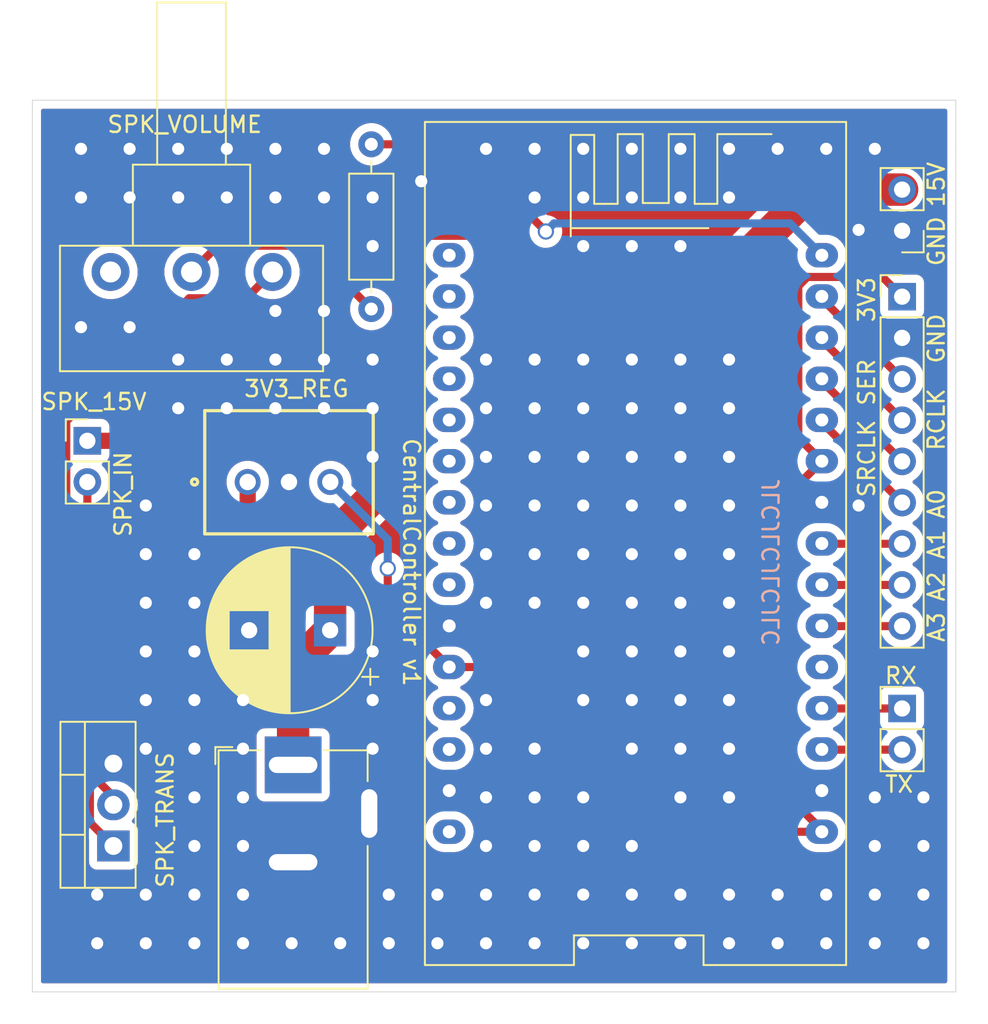
<source format=kicad_pcb>
(kicad_pcb (version 20171130) (host pcbnew "(5.1.6)-1")

  (general
    (thickness 1.6)
    (drawings 25)
    (tracks 240)
    (zones 0)
    (modules 11)
    (nets 31)
  )

  (page A4)
  (layers
    (0 F.Cu signal)
    (31 B.Cu signal)
    (32 B.Adhes user)
    (33 F.Adhes user)
    (34 B.Paste user)
    (35 F.Paste user)
    (36 B.SilkS user)
    (37 F.SilkS user)
    (38 B.Mask user)
    (39 F.Mask user)
    (40 Dwgs.User user)
    (41 Cmts.User user)
    (42 Eco1.User user)
    (43 Eco2.User user)
    (44 Edge.Cuts user)
    (45 Margin user)
    (46 B.CrtYd user)
    (47 F.CrtYd user)
    (48 B.Fab user)
    (49 F.Fab user)
  )

  (setup
    (last_trace_width 2)
    (user_trace_width 0.25)
    (user_trace_width 0.5)
    (user_trace_width 1)
    (user_trace_width 2)
    (trace_clearance 0.2)
    (zone_clearance 0.508)
    (zone_45_only no)
    (trace_min 0.2)
    (via_size 0.8)
    (via_drill 0.4)
    (via_min_size 0.4)
    (via_min_drill 0.3)
    (user_via 1 0.75)
    (uvia_size 0.3)
    (uvia_drill 0.1)
    (uvias_allowed no)
    (uvia_min_size 0.2)
    (uvia_min_drill 0.1)
    (edge_width 0.05)
    (segment_width 0.2)
    (pcb_text_width 0.3)
    (pcb_text_size 1.5 1.5)
    (mod_edge_width 0.12)
    (mod_text_size 1 1)
    (mod_text_width 0.15)
    (pad_size 1.524 1.524)
    (pad_drill 0.762)
    (pad_to_mask_clearance 0.05)
    (aux_axis_origin 0 0)
    (visible_elements FFFFFF7F)
    (pcbplotparams
      (layerselection 0x010fc_ffffffff)
      (usegerberextensions false)
      (usegerberattributes true)
      (usegerberadvancedattributes true)
      (creategerberjobfile true)
      (excludeedgelayer true)
      (linewidth 0.100000)
      (plotframeref false)
      (viasonmask false)
      (mode 1)
      (useauxorigin false)
      (hpglpennumber 1)
      (hpglpenspeed 20)
      (hpglpendiameter 15.000000)
      (psnegative false)
      (psa4output false)
      (plotreference true)
      (plotvalue true)
      (plotinvisibletext false)
      (padsonsilk false)
      (subtractmaskfromsilk false)
      (outputformat 1)
      (mirror false)
      (drillshape 0)
      (scaleselection 1)
      (outputdirectory "gerber/"))
  )

  (net 0 "")
  (net 1 /15V)
  (net 2 /GND)
  (net 3 /RX)
  (net 4 /TX)
  (net 5 /SPKR_IN)
  (net 6 /3V3)
  (net 7 /SER)
  (net 8 /RCLK)
  (net 9 /SRCLK)
  (net 10 /ADDR0)
  (net 11 /ADDR1)
  (net 12 /ADDR2)
  (net 13 /ADDR3)
  (net 14 "Net-(Q1-Pad1)")
  (net 15 "Net-(R1-Pad1)")
  (net 16 /SPKR_CTRL)
  (net 17 "Net-(RV1-Pad3)")
  (net 18 "Net-(U1-Pad23)")
  (net 19 "Net-(U1-Pad28)")
  (net 20 "Net-(U1-Pad19)")
  (net 21 "Net-(U1-Pad5)")
  (net 22 "Net-(U1-Pad18)")
  (net 23 "Net-(U1-Pad21)")
  (net 24 "Net-(U1-Pad20)")
  (net 25 "Net-(U1-Pad22)")
  (net 26 "Net-(U1-Pad27)")
  (net 27 "Net-(U1-Pad16)")
  (net 28 "Net-(U1-Pad17)")
  (net 29 "Net-(U1-Pad30)")
  (net 30 "Net-(U1-Pad24)")

  (net_class Default "This is the default net class."
    (clearance 0.2)
    (trace_width 0.25)
    (via_dia 0.8)
    (via_drill 0.4)
    (uvia_dia 0.3)
    (uvia_drill 0.1)
    (add_net /15V)
    (add_net /3V3)
    (add_net /ADDR0)
    (add_net /ADDR1)
    (add_net /ADDR2)
    (add_net /ADDR3)
    (add_net /GND)
    (add_net /RCLK)
    (add_net /RX)
    (add_net /SER)
    (add_net /SPKR_CTRL)
    (add_net /SPKR_IN)
    (add_net /SRCLK)
    (add_net /TX)
    (add_net "Net-(Q1-Pad1)")
    (add_net "Net-(R1-Pad1)")
    (add_net "Net-(RV1-Pad3)")
    (add_net "Net-(U1-Pad16)")
    (add_net "Net-(U1-Pad17)")
    (add_net "Net-(U1-Pad18)")
    (add_net "Net-(U1-Pad19)")
    (add_net "Net-(U1-Pad20)")
    (add_net "Net-(U1-Pad21)")
    (add_net "Net-(U1-Pad22)")
    (add_net "Net-(U1-Pad23)")
    (add_net "Net-(U1-Pad24)")
    (add_net "Net-(U1-Pad27)")
    (add_net "Net-(U1-Pad28)")
    (add_net "Net-(U1-Pad30)")
    (add_net "Net-(U1-Pad5)")
  )

  (module Capacitor_THT:CP_Radial_D10.0mm_P5.00mm (layer F.Cu) (tedit 5AE50EF1) (tstamp 5F9F386C)
    (at 103.378 91.694 180)
    (descr "CP, Radial series, Radial, pin pitch=5.00mm, , diameter=10mm, Electrolytic Capacitor")
    (tags "CP Radial series Radial pin pitch 5.00mm  diameter 10mm Electrolytic Capacitor")
    (path /5F9ED5E3)
    (fp_text reference C1 (at 2.5 -6.25) (layer F.SilkS) hide
      (effects (font (size 1 1) (thickness 0.15)))
    )
    (fp_text value 1000uF (at 2.5 6.25) (layer F.Fab) hide
      (effects (font (size 1 1) (thickness 0.15)))
    )
    (fp_line (start -2.479646 -3.375) (end -2.479646 -2.375) (layer F.SilkS) (width 0.12))
    (fp_line (start -2.979646 -2.875) (end -1.979646 -2.875) (layer F.SilkS) (width 0.12))
    (fp_line (start 7.581 -0.599) (end 7.581 0.599) (layer F.SilkS) (width 0.12))
    (fp_line (start 7.541 -0.862) (end 7.541 0.862) (layer F.SilkS) (width 0.12))
    (fp_line (start 7.501 -1.062) (end 7.501 1.062) (layer F.SilkS) (width 0.12))
    (fp_line (start 7.461 -1.23) (end 7.461 1.23) (layer F.SilkS) (width 0.12))
    (fp_line (start 7.421 -1.378) (end 7.421 1.378) (layer F.SilkS) (width 0.12))
    (fp_line (start 7.381 -1.51) (end 7.381 1.51) (layer F.SilkS) (width 0.12))
    (fp_line (start 7.341 -1.63) (end 7.341 1.63) (layer F.SilkS) (width 0.12))
    (fp_line (start 7.301 -1.742) (end 7.301 1.742) (layer F.SilkS) (width 0.12))
    (fp_line (start 7.261 -1.846) (end 7.261 1.846) (layer F.SilkS) (width 0.12))
    (fp_line (start 7.221 -1.944) (end 7.221 1.944) (layer F.SilkS) (width 0.12))
    (fp_line (start 7.181 -2.037) (end 7.181 2.037) (layer F.SilkS) (width 0.12))
    (fp_line (start 7.141 -2.125) (end 7.141 2.125) (layer F.SilkS) (width 0.12))
    (fp_line (start 7.101 -2.209) (end 7.101 2.209) (layer F.SilkS) (width 0.12))
    (fp_line (start 7.061 -2.289) (end 7.061 2.289) (layer F.SilkS) (width 0.12))
    (fp_line (start 7.021 -2.365) (end 7.021 2.365) (layer F.SilkS) (width 0.12))
    (fp_line (start 6.981 -2.439) (end 6.981 2.439) (layer F.SilkS) (width 0.12))
    (fp_line (start 6.941 -2.51) (end 6.941 2.51) (layer F.SilkS) (width 0.12))
    (fp_line (start 6.901 -2.579) (end 6.901 2.579) (layer F.SilkS) (width 0.12))
    (fp_line (start 6.861 -2.645) (end 6.861 2.645) (layer F.SilkS) (width 0.12))
    (fp_line (start 6.821 -2.709) (end 6.821 2.709) (layer F.SilkS) (width 0.12))
    (fp_line (start 6.781 -2.77) (end 6.781 2.77) (layer F.SilkS) (width 0.12))
    (fp_line (start 6.741 -2.83) (end 6.741 2.83) (layer F.SilkS) (width 0.12))
    (fp_line (start 6.701 -2.889) (end 6.701 2.889) (layer F.SilkS) (width 0.12))
    (fp_line (start 6.661 -2.945) (end 6.661 2.945) (layer F.SilkS) (width 0.12))
    (fp_line (start 6.621 -3) (end 6.621 3) (layer F.SilkS) (width 0.12))
    (fp_line (start 6.581 -3.054) (end 6.581 3.054) (layer F.SilkS) (width 0.12))
    (fp_line (start 6.541 -3.106) (end 6.541 3.106) (layer F.SilkS) (width 0.12))
    (fp_line (start 6.501 -3.156) (end 6.501 3.156) (layer F.SilkS) (width 0.12))
    (fp_line (start 6.461 -3.206) (end 6.461 3.206) (layer F.SilkS) (width 0.12))
    (fp_line (start 6.421 -3.254) (end 6.421 3.254) (layer F.SilkS) (width 0.12))
    (fp_line (start 6.381 -3.301) (end 6.381 3.301) (layer F.SilkS) (width 0.12))
    (fp_line (start 6.341 -3.347) (end 6.341 3.347) (layer F.SilkS) (width 0.12))
    (fp_line (start 6.301 -3.392) (end 6.301 3.392) (layer F.SilkS) (width 0.12))
    (fp_line (start 6.261 -3.436) (end 6.261 3.436) (layer F.SilkS) (width 0.12))
    (fp_line (start 6.221 1.241) (end 6.221 3.478) (layer F.SilkS) (width 0.12))
    (fp_line (start 6.221 -3.478) (end 6.221 -1.241) (layer F.SilkS) (width 0.12))
    (fp_line (start 6.181 1.241) (end 6.181 3.52) (layer F.SilkS) (width 0.12))
    (fp_line (start 6.181 -3.52) (end 6.181 -1.241) (layer F.SilkS) (width 0.12))
    (fp_line (start 6.141 1.241) (end 6.141 3.561) (layer F.SilkS) (width 0.12))
    (fp_line (start 6.141 -3.561) (end 6.141 -1.241) (layer F.SilkS) (width 0.12))
    (fp_line (start 6.101 1.241) (end 6.101 3.601) (layer F.SilkS) (width 0.12))
    (fp_line (start 6.101 -3.601) (end 6.101 -1.241) (layer F.SilkS) (width 0.12))
    (fp_line (start 6.061 1.241) (end 6.061 3.64) (layer F.SilkS) (width 0.12))
    (fp_line (start 6.061 -3.64) (end 6.061 -1.241) (layer F.SilkS) (width 0.12))
    (fp_line (start 6.021 1.241) (end 6.021 3.679) (layer F.SilkS) (width 0.12))
    (fp_line (start 6.021 -3.679) (end 6.021 -1.241) (layer F.SilkS) (width 0.12))
    (fp_line (start 5.981 1.241) (end 5.981 3.716) (layer F.SilkS) (width 0.12))
    (fp_line (start 5.981 -3.716) (end 5.981 -1.241) (layer F.SilkS) (width 0.12))
    (fp_line (start 5.941 1.241) (end 5.941 3.753) (layer F.SilkS) (width 0.12))
    (fp_line (start 5.941 -3.753) (end 5.941 -1.241) (layer F.SilkS) (width 0.12))
    (fp_line (start 5.901 1.241) (end 5.901 3.789) (layer F.SilkS) (width 0.12))
    (fp_line (start 5.901 -3.789) (end 5.901 -1.241) (layer F.SilkS) (width 0.12))
    (fp_line (start 5.861 1.241) (end 5.861 3.824) (layer F.SilkS) (width 0.12))
    (fp_line (start 5.861 -3.824) (end 5.861 -1.241) (layer F.SilkS) (width 0.12))
    (fp_line (start 5.821 1.241) (end 5.821 3.858) (layer F.SilkS) (width 0.12))
    (fp_line (start 5.821 -3.858) (end 5.821 -1.241) (layer F.SilkS) (width 0.12))
    (fp_line (start 5.781 1.241) (end 5.781 3.892) (layer F.SilkS) (width 0.12))
    (fp_line (start 5.781 -3.892) (end 5.781 -1.241) (layer F.SilkS) (width 0.12))
    (fp_line (start 5.741 1.241) (end 5.741 3.925) (layer F.SilkS) (width 0.12))
    (fp_line (start 5.741 -3.925) (end 5.741 -1.241) (layer F.SilkS) (width 0.12))
    (fp_line (start 5.701 1.241) (end 5.701 3.957) (layer F.SilkS) (width 0.12))
    (fp_line (start 5.701 -3.957) (end 5.701 -1.241) (layer F.SilkS) (width 0.12))
    (fp_line (start 5.661 1.241) (end 5.661 3.989) (layer F.SilkS) (width 0.12))
    (fp_line (start 5.661 -3.989) (end 5.661 -1.241) (layer F.SilkS) (width 0.12))
    (fp_line (start 5.621 1.241) (end 5.621 4.02) (layer F.SilkS) (width 0.12))
    (fp_line (start 5.621 -4.02) (end 5.621 -1.241) (layer F.SilkS) (width 0.12))
    (fp_line (start 5.581 1.241) (end 5.581 4.05) (layer F.SilkS) (width 0.12))
    (fp_line (start 5.581 -4.05) (end 5.581 -1.241) (layer F.SilkS) (width 0.12))
    (fp_line (start 5.541 1.241) (end 5.541 4.08) (layer F.SilkS) (width 0.12))
    (fp_line (start 5.541 -4.08) (end 5.541 -1.241) (layer F.SilkS) (width 0.12))
    (fp_line (start 5.501 1.241) (end 5.501 4.11) (layer F.SilkS) (width 0.12))
    (fp_line (start 5.501 -4.11) (end 5.501 -1.241) (layer F.SilkS) (width 0.12))
    (fp_line (start 5.461 1.241) (end 5.461 4.138) (layer F.SilkS) (width 0.12))
    (fp_line (start 5.461 -4.138) (end 5.461 -1.241) (layer F.SilkS) (width 0.12))
    (fp_line (start 5.421 1.241) (end 5.421 4.166) (layer F.SilkS) (width 0.12))
    (fp_line (start 5.421 -4.166) (end 5.421 -1.241) (layer F.SilkS) (width 0.12))
    (fp_line (start 5.381 1.241) (end 5.381 4.194) (layer F.SilkS) (width 0.12))
    (fp_line (start 5.381 -4.194) (end 5.381 -1.241) (layer F.SilkS) (width 0.12))
    (fp_line (start 5.341 1.241) (end 5.341 4.221) (layer F.SilkS) (width 0.12))
    (fp_line (start 5.341 -4.221) (end 5.341 -1.241) (layer F.SilkS) (width 0.12))
    (fp_line (start 5.301 1.241) (end 5.301 4.247) (layer F.SilkS) (width 0.12))
    (fp_line (start 5.301 -4.247) (end 5.301 -1.241) (layer F.SilkS) (width 0.12))
    (fp_line (start 5.261 1.241) (end 5.261 4.273) (layer F.SilkS) (width 0.12))
    (fp_line (start 5.261 -4.273) (end 5.261 -1.241) (layer F.SilkS) (width 0.12))
    (fp_line (start 5.221 1.241) (end 5.221 4.298) (layer F.SilkS) (width 0.12))
    (fp_line (start 5.221 -4.298) (end 5.221 -1.241) (layer F.SilkS) (width 0.12))
    (fp_line (start 5.181 1.241) (end 5.181 4.323) (layer F.SilkS) (width 0.12))
    (fp_line (start 5.181 -4.323) (end 5.181 -1.241) (layer F.SilkS) (width 0.12))
    (fp_line (start 5.141 1.241) (end 5.141 4.347) (layer F.SilkS) (width 0.12))
    (fp_line (start 5.141 -4.347) (end 5.141 -1.241) (layer F.SilkS) (width 0.12))
    (fp_line (start 5.101 1.241) (end 5.101 4.371) (layer F.SilkS) (width 0.12))
    (fp_line (start 5.101 -4.371) (end 5.101 -1.241) (layer F.SilkS) (width 0.12))
    (fp_line (start 5.061 1.241) (end 5.061 4.395) (layer F.SilkS) (width 0.12))
    (fp_line (start 5.061 -4.395) (end 5.061 -1.241) (layer F.SilkS) (width 0.12))
    (fp_line (start 5.021 1.241) (end 5.021 4.417) (layer F.SilkS) (width 0.12))
    (fp_line (start 5.021 -4.417) (end 5.021 -1.241) (layer F.SilkS) (width 0.12))
    (fp_line (start 4.981 1.241) (end 4.981 4.44) (layer F.SilkS) (width 0.12))
    (fp_line (start 4.981 -4.44) (end 4.981 -1.241) (layer F.SilkS) (width 0.12))
    (fp_line (start 4.941 1.241) (end 4.941 4.462) (layer F.SilkS) (width 0.12))
    (fp_line (start 4.941 -4.462) (end 4.941 -1.241) (layer F.SilkS) (width 0.12))
    (fp_line (start 4.901 1.241) (end 4.901 4.483) (layer F.SilkS) (width 0.12))
    (fp_line (start 4.901 -4.483) (end 4.901 -1.241) (layer F.SilkS) (width 0.12))
    (fp_line (start 4.861 1.241) (end 4.861 4.504) (layer F.SilkS) (width 0.12))
    (fp_line (start 4.861 -4.504) (end 4.861 -1.241) (layer F.SilkS) (width 0.12))
    (fp_line (start 4.821 1.241) (end 4.821 4.525) (layer F.SilkS) (width 0.12))
    (fp_line (start 4.821 -4.525) (end 4.821 -1.241) (layer F.SilkS) (width 0.12))
    (fp_line (start 4.781 1.241) (end 4.781 4.545) (layer F.SilkS) (width 0.12))
    (fp_line (start 4.781 -4.545) (end 4.781 -1.241) (layer F.SilkS) (width 0.12))
    (fp_line (start 4.741 1.241) (end 4.741 4.564) (layer F.SilkS) (width 0.12))
    (fp_line (start 4.741 -4.564) (end 4.741 -1.241) (layer F.SilkS) (width 0.12))
    (fp_line (start 4.701 1.241) (end 4.701 4.584) (layer F.SilkS) (width 0.12))
    (fp_line (start 4.701 -4.584) (end 4.701 -1.241) (layer F.SilkS) (width 0.12))
    (fp_line (start 4.661 1.241) (end 4.661 4.603) (layer F.SilkS) (width 0.12))
    (fp_line (start 4.661 -4.603) (end 4.661 -1.241) (layer F.SilkS) (width 0.12))
    (fp_line (start 4.621 1.241) (end 4.621 4.621) (layer F.SilkS) (width 0.12))
    (fp_line (start 4.621 -4.621) (end 4.621 -1.241) (layer F.SilkS) (width 0.12))
    (fp_line (start 4.581 1.241) (end 4.581 4.639) (layer F.SilkS) (width 0.12))
    (fp_line (start 4.581 -4.639) (end 4.581 -1.241) (layer F.SilkS) (width 0.12))
    (fp_line (start 4.541 1.241) (end 4.541 4.657) (layer F.SilkS) (width 0.12))
    (fp_line (start 4.541 -4.657) (end 4.541 -1.241) (layer F.SilkS) (width 0.12))
    (fp_line (start 4.501 1.241) (end 4.501 4.674) (layer F.SilkS) (width 0.12))
    (fp_line (start 4.501 -4.674) (end 4.501 -1.241) (layer F.SilkS) (width 0.12))
    (fp_line (start 4.461 1.241) (end 4.461 4.69) (layer F.SilkS) (width 0.12))
    (fp_line (start 4.461 -4.69) (end 4.461 -1.241) (layer F.SilkS) (width 0.12))
    (fp_line (start 4.421 1.241) (end 4.421 4.707) (layer F.SilkS) (width 0.12))
    (fp_line (start 4.421 -4.707) (end 4.421 -1.241) (layer F.SilkS) (width 0.12))
    (fp_line (start 4.381 1.241) (end 4.381 4.723) (layer F.SilkS) (width 0.12))
    (fp_line (start 4.381 -4.723) (end 4.381 -1.241) (layer F.SilkS) (width 0.12))
    (fp_line (start 4.341 1.241) (end 4.341 4.738) (layer F.SilkS) (width 0.12))
    (fp_line (start 4.341 -4.738) (end 4.341 -1.241) (layer F.SilkS) (width 0.12))
    (fp_line (start 4.301 1.241) (end 4.301 4.754) (layer F.SilkS) (width 0.12))
    (fp_line (start 4.301 -4.754) (end 4.301 -1.241) (layer F.SilkS) (width 0.12))
    (fp_line (start 4.261 1.241) (end 4.261 4.768) (layer F.SilkS) (width 0.12))
    (fp_line (start 4.261 -4.768) (end 4.261 -1.241) (layer F.SilkS) (width 0.12))
    (fp_line (start 4.221 1.241) (end 4.221 4.783) (layer F.SilkS) (width 0.12))
    (fp_line (start 4.221 -4.783) (end 4.221 -1.241) (layer F.SilkS) (width 0.12))
    (fp_line (start 4.181 1.241) (end 4.181 4.797) (layer F.SilkS) (width 0.12))
    (fp_line (start 4.181 -4.797) (end 4.181 -1.241) (layer F.SilkS) (width 0.12))
    (fp_line (start 4.141 1.241) (end 4.141 4.811) (layer F.SilkS) (width 0.12))
    (fp_line (start 4.141 -4.811) (end 4.141 -1.241) (layer F.SilkS) (width 0.12))
    (fp_line (start 4.101 1.241) (end 4.101 4.824) (layer F.SilkS) (width 0.12))
    (fp_line (start 4.101 -4.824) (end 4.101 -1.241) (layer F.SilkS) (width 0.12))
    (fp_line (start 4.061 1.241) (end 4.061 4.837) (layer F.SilkS) (width 0.12))
    (fp_line (start 4.061 -4.837) (end 4.061 -1.241) (layer F.SilkS) (width 0.12))
    (fp_line (start 4.021 1.241) (end 4.021 4.85) (layer F.SilkS) (width 0.12))
    (fp_line (start 4.021 -4.85) (end 4.021 -1.241) (layer F.SilkS) (width 0.12))
    (fp_line (start 3.981 1.241) (end 3.981 4.862) (layer F.SilkS) (width 0.12))
    (fp_line (start 3.981 -4.862) (end 3.981 -1.241) (layer F.SilkS) (width 0.12))
    (fp_line (start 3.941 1.241) (end 3.941 4.874) (layer F.SilkS) (width 0.12))
    (fp_line (start 3.941 -4.874) (end 3.941 -1.241) (layer F.SilkS) (width 0.12))
    (fp_line (start 3.901 1.241) (end 3.901 4.885) (layer F.SilkS) (width 0.12))
    (fp_line (start 3.901 -4.885) (end 3.901 -1.241) (layer F.SilkS) (width 0.12))
    (fp_line (start 3.861 1.241) (end 3.861 4.897) (layer F.SilkS) (width 0.12))
    (fp_line (start 3.861 -4.897) (end 3.861 -1.241) (layer F.SilkS) (width 0.12))
    (fp_line (start 3.821 1.241) (end 3.821 4.907) (layer F.SilkS) (width 0.12))
    (fp_line (start 3.821 -4.907) (end 3.821 -1.241) (layer F.SilkS) (width 0.12))
    (fp_line (start 3.781 1.241) (end 3.781 4.918) (layer F.SilkS) (width 0.12))
    (fp_line (start 3.781 -4.918) (end 3.781 -1.241) (layer F.SilkS) (width 0.12))
    (fp_line (start 3.741 -4.928) (end 3.741 4.928) (layer F.SilkS) (width 0.12))
    (fp_line (start 3.701 -4.938) (end 3.701 4.938) (layer F.SilkS) (width 0.12))
    (fp_line (start 3.661 -4.947) (end 3.661 4.947) (layer F.SilkS) (width 0.12))
    (fp_line (start 3.621 -4.956) (end 3.621 4.956) (layer F.SilkS) (width 0.12))
    (fp_line (start 3.581 -4.965) (end 3.581 4.965) (layer F.SilkS) (width 0.12))
    (fp_line (start 3.541 -4.974) (end 3.541 4.974) (layer F.SilkS) (width 0.12))
    (fp_line (start 3.501 -4.982) (end 3.501 4.982) (layer F.SilkS) (width 0.12))
    (fp_line (start 3.461 -4.99) (end 3.461 4.99) (layer F.SilkS) (width 0.12))
    (fp_line (start 3.421 -4.997) (end 3.421 4.997) (layer F.SilkS) (width 0.12))
    (fp_line (start 3.381 -5.004) (end 3.381 5.004) (layer F.SilkS) (width 0.12))
    (fp_line (start 3.341 -5.011) (end 3.341 5.011) (layer F.SilkS) (width 0.12))
    (fp_line (start 3.301 -5.018) (end 3.301 5.018) (layer F.SilkS) (width 0.12))
    (fp_line (start 3.261 -5.024) (end 3.261 5.024) (layer F.SilkS) (width 0.12))
    (fp_line (start 3.221 -5.03) (end 3.221 5.03) (layer F.SilkS) (width 0.12))
    (fp_line (start 3.18 -5.035) (end 3.18 5.035) (layer F.SilkS) (width 0.12))
    (fp_line (start 3.14 -5.04) (end 3.14 5.04) (layer F.SilkS) (width 0.12))
    (fp_line (start 3.1 -5.045) (end 3.1 5.045) (layer F.SilkS) (width 0.12))
    (fp_line (start 3.06 -5.05) (end 3.06 5.05) (layer F.SilkS) (width 0.12))
    (fp_line (start 3.02 -5.054) (end 3.02 5.054) (layer F.SilkS) (width 0.12))
    (fp_line (start 2.98 -5.058) (end 2.98 5.058) (layer F.SilkS) (width 0.12))
    (fp_line (start 2.94 -5.062) (end 2.94 5.062) (layer F.SilkS) (width 0.12))
    (fp_line (start 2.9 -5.065) (end 2.9 5.065) (layer F.SilkS) (width 0.12))
    (fp_line (start 2.86 -5.068) (end 2.86 5.068) (layer F.SilkS) (width 0.12))
    (fp_line (start 2.82 -5.07) (end 2.82 5.07) (layer F.SilkS) (width 0.12))
    (fp_line (start 2.78 -5.073) (end 2.78 5.073) (layer F.SilkS) (width 0.12))
    (fp_line (start 2.74 -5.075) (end 2.74 5.075) (layer F.SilkS) (width 0.12))
    (fp_line (start 2.7 -5.077) (end 2.7 5.077) (layer F.SilkS) (width 0.12))
    (fp_line (start 2.66 -5.078) (end 2.66 5.078) (layer F.SilkS) (width 0.12))
    (fp_line (start 2.62 -5.079) (end 2.62 5.079) (layer F.SilkS) (width 0.12))
    (fp_line (start 2.58 -5.08) (end 2.58 5.08) (layer F.SilkS) (width 0.12))
    (fp_line (start 2.54 -5.08) (end 2.54 5.08) (layer F.SilkS) (width 0.12))
    (fp_line (start 2.5 -5.08) (end 2.5 5.08) (layer F.SilkS) (width 0.12))
    (fp_line (start -1.288861 -2.6875) (end -1.288861 -1.6875) (layer F.Fab) (width 0.1))
    (fp_line (start -1.788861 -2.1875) (end -0.788861 -2.1875) (layer F.Fab) (width 0.1))
    (fp_circle (center 2.5 0) (end 7.75 0) (layer F.CrtYd) (width 0.05))
    (fp_circle (center 2.5 0) (end 7.62 0) (layer F.SilkS) (width 0.12))
    (fp_circle (center 2.5 0) (end 7.5 0) (layer F.Fab) (width 0.1))
    (fp_text user %R (at 2.5 0) (layer F.Fab) hide
      (effects (font (size 1 1) (thickness 0.15)))
    )
    (pad 1 thru_hole rect (at 0 0 180) (size 2 2) (drill 1) (layers *.Cu *.Mask)
      (net 1 /15V))
    (pad 2 thru_hole circle (at 5 0 180) (size 2 2) (drill 1) (layers *.Cu *.Mask)
      (net 2 /GND))
    (model ${KISYS3DMOD}/Capacitor_THT.3dshapes/CP_Radial_D10.0mm_P5.00mm.wrl
      (at (xyz 0 0 0))
      (scale (xyz 1 1 1))
      (rotate (xyz 0 0 0))
    )
  )

  (module Connector_BarrelJack:BarrelJack_Horizontal (layer F.Cu) (tedit 5A1DBF6A) (tstamp 5F9F388F)
    (at 101.092 100 90)
    (descr "DC Barrel Jack")
    (tags "Power Jack")
    (path /5F9D1ED7)
    (fp_text reference J1 (at -8.45 5.75 90) (layer F.SilkS) hide
      (effects (font (size 1 1) (thickness 0.15)))
    )
    (fp_text value Barrel_Jack_Switch (at -6.2 -5.5 90) (layer F.Fab) hide
      (effects (font (size 1 1) (thickness 0.15)))
    )
    (fp_line (start 0 -4.5) (end -13.7 -4.5) (layer F.Fab) (width 0.1))
    (fp_line (start 0.8 4.5) (end 0.8 -3.75) (layer F.Fab) (width 0.1))
    (fp_line (start -13.7 4.5) (end 0.8 4.5) (layer F.Fab) (width 0.1))
    (fp_line (start -13.7 -4.5) (end -13.7 4.5) (layer F.Fab) (width 0.1))
    (fp_line (start -10.2 -4.5) (end -10.2 4.5) (layer F.Fab) (width 0.1))
    (fp_line (start 0.9 -4.6) (end 0.9 -2) (layer F.SilkS) (width 0.12))
    (fp_line (start -13.8 -4.6) (end 0.9 -4.6) (layer F.SilkS) (width 0.12))
    (fp_line (start 0.9 4.6) (end -1 4.6) (layer F.SilkS) (width 0.12))
    (fp_line (start 0.9 1.9) (end 0.9 4.6) (layer F.SilkS) (width 0.12))
    (fp_line (start -13.8 4.6) (end -13.8 -4.6) (layer F.SilkS) (width 0.12))
    (fp_line (start -5 4.6) (end -13.8 4.6) (layer F.SilkS) (width 0.12))
    (fp_line (start -14 4.75) (end -14 -4.75) (layer F.CrtYd) (width 0.05))
    (fp_line (start -5 4.75) (end -14 4.75) (layer F.CrtYd) (width 0.05))
    (fp_line (start -5 6.75) (end -5 4.75) (layer F.CrtYd) (width 0.05))
    (fp_line (start -1 6.75) (end -5 6.75) (layer F.CrtYd) (width 0.05))
    (fp_line (start -1 4.75) (end -1 6.75) (layer F.CrtYd) (width 0.05))
    (fp_line (start 1 4.75) (end -1 4.75) (layer F.CrtYd) (width 0.05))
    (fp_line (start 1 2) (end 1 4.75) (layer F.CrtYd) (width 0.05))
    (fp_line (start 2 2) (end 1 2) (layer F.CrtYd) (width 0.05))
    (fp_line (start 2 -2) (end 2 2) (layer F.CrtYd) (width 0.05))
    (fp_line (start 1 -2) (end 2 -2) (layer F.CrtYd) (width 0.05))
    (fp_line (start 1 -4.5) (end 1 -2) (layer F.CrtYd) (width 0.05))
    (fp_line (start 1 -4.75) (end -14 -4.75) (layer F.CrtYd) (width 0.05))
    (fp_line (start 1 -4.5) (end 1 -4.75) (layer F.CrtYd) (width 0.05))
    (fp_line (start 0.05 -4.8) (end 1.1 -4.8) (layer F.SilkS) (width 0.12))
    (fp_line (start 1.1 -3.75) (end 1.1 -4.8) (layer F.SilkS) (width 0.12))
    (fp_line (start -0.003213 -4.505425) (end 0.8 -3.75) (layer F.Fab) (width 0.1))
    (fp_text user %R (at -3 -2.95 90) (layer F.Fab) hide
      (effects (font (size 1 1) (thickness 0.15)))
    )
    (pad 1 thru_hole rect (at 0 0 90) (size 3.5 3.5) (drill oval 1 3) (layers *.Cu *.Mask)
      (net 1 /15V))
    (pad 2 thru_hole roundrect (at -6 0 90) (size 3 3.5) (drill oval 1 3) (layers *.Cu *.Mask) (roundrect_rratio 0.25)
      (net 2 /GND))
    (pad 3 thru_hole roundrect (at -3 4.7 90) (size 3.5 3.5) (drill oval 3 1) (layers *.Cu *.Mask) (roundrect_rratio 0.25)
      (net 2 /GND))
    (model ${KISYS3DMOD}/Connector_BarrelJack.3dshapes/BarrelJack_Horizontal.wrl
      (at (xyz 0 0 0))
      (scale (xyz 1 1 1))
      (rotate (xyz 0 0 0))
    )
  )

  (module Connector_PinHeader_2.54mm:PinHeader_1x02_P2.54mm_Vertical (layer F.Cu) (tedit 59FED5CC) (tstamp 5F9F38A5)
    (at 138.684 96.52)
    (descr "Through hole straight pin header, 1x02, 2.54mm pitch, single row")
    (tags "Through hole pin header THT 1x02 2.54mm single row")
    (path /5F9DAF1A)
    (fp_text reference J2 (at 0 -2.33) (layer F.SilkS) hide
      (effects (font (size 1 1) (thickness 0.15)))
    )
    (fp_text value SerialConn (at 0 4.87) (layer F.Fab) hide
      (effects (font (size 1 1) (thickness 0.15)))
    )
    (fp_line (start 1.8 -1.8) (end -1.8 -1.8) (layer F.CrtYd) (width 0.05))
    (fp_line (start 1.8 4.35) (end 1.8 -1.8) (layer F.CrtYd) (width 0.05))
    (fp_line (start -1.8 4.35) (end 1.8 4.35) (layer F.CrtYd) (width 0.05))
    (fp_line (start -1.8 -1.8) (end -1.8 4.35) (layer F.CrtYd) (width 0.05))
    (fp_line (start -1.33 -1.33) (end 0 -1.33) (layer F.SilkS) (width 0.12))
    (fp_line (start -1.33 0) (end -1.33 -1.33) (layer F.SilkS) (width 0.12))
    (fp_line (start -1.33 1.27) (end 1.33 1.27) (layer F.SilkS) (width 0.12))
    (fp_line (start 1.33 1.27) (end 1.33 3.87) (layer F.SilkS) (width 0.12))
    (fp_line (start -1.33 1.27) (end -1.33 3.87) (layer F.SilkS) (width 0.12))
    (fp_line (start -1.33 3.87) (end 1.33 3.87) (layer F.SilkS) (width 0.12))
    (fp_line (start -1.27 -0.635) (end -0.635 -1.27) (layer F.Fab) (width 0.1))
    (fp_line (start -1.27 3.81) (end -1.27 -0.635) (layer F.Fab) (width 0.1))
    (fp_line (start 1.27 3.81) (end -1.27 3.81) (layer F.Fab) (width 0.1))
    (fp_line (start 1.27 -1.27) (end 1.27 3.81) (layer F.Fab) (width 0.1))
    (fp_line (start -0.635 -1.27) (end 1.27 -1.27) (layer F.Fab) (width 0.1))
    (fp_text user %R (at 0 1.27 90) (layer F.Fab) hide
      (effects (font (size 1 1) (thickness 0.15)))
    )
    (pad 1 thru_hole rect (at 0 0) (size 1.7 1.7) (drill 1) (layers *.Cu *.Mask)
      (net 3 /RX))
    (pad 2 thru_hole oval (at 0 2.54) (size 1.7 1.7) (drill 1) (layers *.Cu *.Mask)
      (net 4 /TX))
    (model ${KISYS3DMOD}/Connector_PinHeader_2.54mm.3dshapes/PinHeader_1x02_P2.54mm_Vertical.wrl
      (at (xyz 0 0 0))
      (scale (xyz 1 1 1))
      (rotate (xyz 0 0 0))
    )
  )

  (module Connector_PinHeader_2.54mm:PinHeader_1x02_P2.54mm_Vertical (layer F.Cu) (tedit 59FED5CC) (tstamp 5F9F38BB)
    (at 88.392 80.01)
    (descr "Through hole straight pin header, 1x02, 2.54mm pitch, single row")
    (tags "Through hole pin header THT 1x02 2.54mm single row")
    (path /5F9F14D9)
    (fp_text reference J3 (at 0 -2.33) (layer F.SilkS) hide
      (effects (font (size 1 1) (thickness 0.15)))
    )
    (fp_text value SpeakerConn (at 0 4.87) (layer F.Fab) hide
      (effects (font (size 1 1) (thickness 0.15)))
    )
    (fp_line (start 1.8 -1.8) (end -1.8 -1.8) (layer F.CrtYd) (width 0.05))
    (fp_line (start 1.8 4.35) (end 1.8 -1.8) (layer F.CrtYd) (width 0.05))
    (fp_line (start -1.8 4.35) (end 1.8 4.35) (layer F.CrtYd) (width 0.05))
    (fp_line (start -1.8 -1.8) (end -1.8 4.35) (layer F.CrtYd) (width 0.05))
    (fp_line (start -1.33 -1.33) (end 0 -1.33) (layer F.SilkS) (width 0.12))
    (fp_line (start -1.33 0) (end -1.33 -1.33) (layer F.SilkS) (width 0.12))
    (fp_line (start -1.33 1.27) (end 1.33 1.27) (layer F.SilkS) (width 0.12))
    (fp_line (start 1.33 1.27) (end 1.33 3.87) (layer F.SilkS) (width 0.12))
    (fp_line (start -1.33 1.27) (end -1.33 3.87) (layer F.SilkS) (width 0.12))
    (fp_line (start -1.33 3.87) (end 1.33 3.87) (layer F.SilkS) (width 0.12))
    (fp_line (start -1.27 -0.635) (end -0.635 -1.27) (layer F.Fab) (width 0.1))
    (fp_line (start -1.27 3.81) (end -1.27 -0.635) (layer F.Fab) (width 0.1))
    (fp_line (start 1.27 3.81) (end -1.27 3.81) (layer F.Fab) (width 0.1))
    (fp_line (start 1.27 -1.27) (end 1.27 3.81) (layer F.Fab) (width 0.1))
    (fp_line (start -0.635 -1.27) (end 1.27 -1.27) (layer F.Fab) (width 0.1))
    (fp_text user %R (at 0 1.27 90) (layer F.Fab) hide
      (effects (font (size 1 1) (thickness 0.15)))
    )
    (pad 1 thru_hole rect (at 0 0) (size 1.7 1.7) (drill 1) (layers *.Cu *.Mask)
      (net 1 /15V))
    (pad 2 thru_hole oval (at 0 2.54) (size 1.7 1.7) (drill 1) (layers *.Cu *.Mask)
      (net 5 /SPKR_IN))
    (model ${KISYS3DMOD}/Connector_PinHeader_2.54mm.3dshapes/PinHeader_1x02_P2.54mm_Vertical.wrl
      (at (xyz 0 0 0))
      (scale (xyz 1 1 1))
      (rotate (xyz 0 0 0))
    )
  )

  (module Connector_PinHeader_2.54mm:PinHeader_1x09_P2.54mm_Vertical (layer F.Cu) (tedit 59FED5CC) (tstamp 5F9F38D8)
    (at 138.684 71.12)
    (descr "Through hole straight pin header, 1x09, 2.54mm pitch, single row")
    (tags "Through hole pin header THT 1x09 2.54mm single row")
    (path /5F9DD180)
    (fp_text reference J4 (at 0 -2.33) (layer F.SilkS) hide
      (effects (font (size 1 1) (thickness 0.15)))
    )
    (fp_text value DigitControlConn (at 0 22.65) (layer F.Fab) hide
      (effects (font (size 1 1) (thickness 0.15)))
    )
    (fp_line (start 1.8 -1.8) (end -1.8 -1.8) (layer F.CrtYd) (width 0.05))
    (fp_line (start 1.8 22.1) (end 1.8 -1.8) (layer F.CrtYd) (width 0.05))
    (fp_line (start -1.8 22.1) (end 1.8 22.1) (layer F.CrtYd) (width 0.05))
    (fp_line (start -1.8 -1.8) (end -1.8 22.1) (layer F.CrtYd) (width 0.05))
    (fp_line (start -1.33 -1.33) (end 0 -1.33) (layer F.SilkS) (width 0.12))
    (fp_line (start -1.33 0) (end -1.33 -1.33) (layer F.SilkS) (width 0.12))
    (fp_line (start -1.33 1.27) (end 1.33 1.27) (layer F.SilkS) (width 0.12))
    (fp_line (start 1.33 1.27) (end 1.33 21.65) (layer F.SilkS) (width 0.12))
    (fp_line (start -1.33 1.27) (end -1.33 21.65) (layer F.SilkS) (width 0.12))
    (fp_line (start -1.33 21.65) (end 1.33 21.65) (layer F.SilkS) (width 0.12))
    (fp_line (start -1.27 -0.635) (end -0.635 -1.27) (layer F.Fab) (width 0.1))
    (fp_line (start -1.27 21.59) (end -1.27 -0.635) (layer F.Fab) (width 0.1))
    (fp_line (start 1.27 21.59) (end -1.27 21.59) (layer F.Fab) (width 0.1))
    (fp_line (start 1.27 -1.27) (end 1.27 21.59) (layer F.Fab) (width 0.1))
    (fp_line (start -0.635 -1.27) (end 1.27 -1.27) (layer F.Fab) (width 0.1))
    (fp_text user %R (at 0 10.16 90) (layer F.Fab) hide
      (effects (font (size 1 1) (thickness 0.15)))
    )
    (pad 1 thru_hole rect (at 0 0) (size 1.7 1.7) (drill 1) (layers *.Cu *.Mask)
      (net 6 /3V3))
    (pad 2 thru_hole oval (at 0 2.54) (size 1.7 1.7) (drill 1) (layers *.Cu *.Mask)
      (net 2 /GND))
    (pad 3 thru_hole oval (at 0 5.08) (size 1.7 1.7) (drill 1) (layers *.Cu *.Mask)
      (net 7 /SER))
    (pad 4 thru_hole oval (at 0 7.62) (size 1.7 1.7) (drill 1) (layers *.Cu *.Mask)
      (net 8 /RCLK))
    (pad 5 thru_hole oval (at 0 10.16) (size 1.7 1.7) (drill 1) (layers *.Cu *.Mask)
      (net 9 /SRCLK))
    (pad 6 thru_hole oval (at 0 12.7) (size 1.7 1.7) (drill 1) (layers *.Cu *.Mask)
      (net 10 /ADDR0))
    (pad 7 thru_hole oval (at 0 15.24) (size 1.7 1.7) (drill 1) (layers *.Cu *.Mask)
      (net 11 /ADDR1))
    (pad 8 thru_hole oval (at 0 17.78) (size 1.7 1.7) (drill 1) (layers *.Cu *.Mask)
      (net 12 /ADDR2))
    (pad 9 thru_hole oval (at 0 20.32) (size 1.7 1.7) (drill 1) (layers *.Cu *.Mask)
      (net 13 /ADDR3))
    (model ${KISYS3DMOD}/Connector_PinHeader_2.54mm.3dshapes/PinHeader_1x09_P2.54mm_Vertical.wrl
      (at (xyz 0 0 0))
      (scale (xyz 1 1 1))
      (rotate (xyz 0 0 0))
    )
  )

  (module Connector_PinHeader_2.54mm:PinHeader_1x02_P2.54mm_Vertical (layer F.Cu) (tedit 59FED5CC) (tstamp 5F9F38EE)
    (at 138.684 67.056 180)
    (descr "Through hole straight pin header, 1x02, 2.54mm pitch, single row")
    (tags "Through hole pin header THT 1x02 2.54mm single row")
    (path /5F9F00D6)
    (fp_text reference J5 (at 0 -2.33) (layer F.SilkS) hide
      (effects (font (size 1 1) (thickness 0.15)))
    )
    (fp_text value DigitPowerConn (at 0 4.87) (layer F.Fab) hide
      (effects (font (size 1 1) (thickness 0.15)))
    )
    (fp_text user %R (at 0 1.27 90) (layer F.Fab) hide
      (effects (font (size 1 1) (thickness 0.15)))
    )
    (fp_line (start -0.635 -1.27) (end 1.27 -1.27) (layer F.Fab) (width 0.1))
    (fp_line (start 1.27 -1.27) (end 1.27 3.81) (layer F.Fab) (width 0.1))
    (fp_line (start 1.27 3.81) (end -1.27 3.81) (layer F.Fab) (width 0.1))
    (fp_line (start -1.27 3.81) (end -1.27 -0.635) (layer F.Fab) (width 0.1))
    (fp_line (start -1.27 -0.635) (end -0.635 -1.27) (layer F.Fab) (width 0.1))
    (fp_line (start -1.33 3.87) (end 1.33 3.87) (layer F.SilkS) (width 0.12))
    (fp_line (start -1.33 1.27) (end -1.33 3.87) (layer F.SilkS) (width 0.12))
    (fp_line (start 1.33 1.27) (end 1.33 3.87) (layer F.SilkS) (width 0.12))
    (fp_line (start -1.33 1.27) (end 1.33 1.27) (layer F.SilkS) (width 0.12))
    (fp_line (start -1.33 0) (end -1.33 -1.33) (layer F.SilkS) (width 0.12))
    (fp_line (start -1.33 -1.33) (end 0 -1.33) (layer F.SilkS) (width 0.12))
    (fp_line (start -1.8 -1.8) (end -1.8 4.35) (layer F.CrtYd) (width 0.05))
    (fp_line (start -1.8 4.35) (end 1.8 4.35) (layer F.CrtYd) (width 0.05))
    (fp_line (start 1.8 4.35) (end 1.8 -1.8) (layer F.CrtYd) (width 0.05))
    (fp_line (start 1.8 -1.8) (end -1.8 -1.8) (layer F.CrtYd) (width 0.05))
    (pad 2 thru_hole oval (at 0 2.54 180) (size 1.7 1.7) (drill 1) (layers *.Cu *.Mask)
      (net 1 /15V))
    (pad 1 thru_hole rect (at 0 0 180) (size 1.7 1.7) (drill 1) (layers *.Cu *.Mask)
      (net 2 /GND))
    (model ${KISYS3DMOD}/Connector_PinHeader_2.54mm.3dshapes/PinHeader_1x02_P2.54mm_Vertical.wrl
      (at (xyz 0 0 0))
      (scale (xyz 1 1 1))
      (rotate (xyz 0 0 0))
    )
  )

  (module SamacSys_Parts:OKI-78SR_V (layer F.Cu) (tedit 0) (tstamp 5F9F38FF)
    (at 100.838 82.55)
    (descr OKI-78SR_V)
    (tags "Power Supply")
    (path /5F9D0E12)
    (fp_text reference PS1 (at -0.38686 -1.13846) (layer F.SilkS) hide
      (effects (font (size 1.27 1.27) (thickness 0.254)))
    )
    (fp_text value OKI-78SR-3.3_1.5-W36E-C (at -0.38686 -1.13846) (layer F.SilkS) hide
      (effects (font (size 1.27 1.27) (thickness 0.254)))
    )
    (fp_circle (center -5.829 -0.003) (end -5.829 0.086) (layer F.SilkS) (width 0.2))
    (fp_line (start 5.2 -4.4) (end -5.2 -4.4) (layer F.SilkS) (width 0.2))
    (fp_line (start 5.2 3.2) (end 5.2 -4.4) (layer F.SilkS) (width 0.2))
    (fp_line (start -5.2 3.2) (end 5.2 3.2) (layer F.SilkS) (width 0.2))
    (fp_line (start -5.2 -4.4) (end -5.2 3.2) (layer F.SilkS) (width 0.2))
    (fp_line (start -5.2 3.2) (end -5.2 -4.4) (layer F.Fab) (width 0.2))
    (fp_line (start 5.2 3.2) (end -5.2 3.2) (layer F.Fab) (width 0.2))
    (fp_line (start 5.2 -4.4) (end 5.2 3.2) (layer F.Fab) (width 0.2))
    (fp_line (start -5.2 -4.4) (end 5.2 -4.4) (layer F.Fab) (width 0.2))
    (fp_text user %R (at -0.38686 -1.13846) (layer F.Fab) hide
      (effects (font (size 1.27 1.27) (thickness 0.254)))
    )
    (pad 1 thru_hole circle (at -2.55 0) (size 1.6 1.6) (drill 1.01) (layers *.Cu *.Mask)
      (net 1 /15V))
    (pad 2 thru_hole circle (at 0 0) (size 1.6 1.6) (drill 1.01) (layers *.Cu *.Mask)
      (net 2 /GND))
    (pad 3 thru_hole circle (at 2.55 0) (size 1.6 1.6) (drill 1.01) (layers *.Cu *.Mask)
      (net 6 /3V3))
  )

  (module Package_TO_SOT_THT:TO-220-3_Vertical (layer F.Cu) (tedit 5AC8BA0D) (tstamp 5F9F3919)
    (at 90 105 90)
    (descr "TO-220-3, Vertical, RM 2.54mm, see https://www.vishay.com/docs/66542/to-220-1.pdf")
    (tags "TO-220-3 Vertical RM 2.54mm")
    (path /5F9D374B)
    (fp_text reference Q1 (at 2.54 -4.27 90) (layer F.SilkS) hide
      (effects (font (size 1 1) (thickness 0.15)))
    )
    (fp_text value TIP120 (at 2.54 2.5 90) (layer F.Fab) hide
      (effects (font (size 1 1) (thickness 0.15)))
    )
    (fp_line (start 7.79 -3.4) (end -2.71 -3.4) (layer F.CrtYd) (width 0.05))
    (fp_line (start 7.79 1.51) (end 7.79 -3.4) (layer F.CrtYd) (width 0.05))
    (fp_line (start -2.71 1.51) (end 7.79 1.51) (layer F.CrtYd) (width 0.05))
    (fp_line (start -2.71 -3.4) (end -2.71 1.51) (layer F.CrtYd) (width 0.05))
    (fp_line (start 4.391 -3.27) (end 4.391 -1.76) (layer F.SilkS) (width 0.12))
    (fp_line (start 0.69 -3.27) (end 0.69 -1.76) (layer F.SilkS) (width 0.12))
    (fp_line (start -2.58 -1.76) (end 7.66 -1.76) (layer F.SilkS) (width 0.12))
    (fp_line (start 7.66 -3.27) (end 7.66 1.371) (layer F.SilkS) (width 0.12))
    (fp_line (start -2.58 -3.27) (end -2.58 1.371) (layer F.SilkS) (width 0.12))
    (fp_line (start -2.58 1.371) (end 7.66 1.371) (layer F.SilkS) (width 0.12))
    (fp_line (start -2.58 -3.27) (end 7.66 -3.27) (layer F.SilkS) (width 0.12))
    (fp_line (start 4.39 -3.15) (end 4.39 -1.88) (layer F.Fab) (width 0.1))
    (fp_line (start 0.69 -3.15) (end 0.69 -1.88) (layer F.Fab) (width 0.1))
    (fp_line (start -2.46 -1.88) (end 7.54 -1.88) (layer F.Fab) (width 0.1))
    (fp_line (start 7.54 -3.15) (end -2.46 -3.15) (layer F.Fab) (width 0.1))
    (fp_line (start 7.54 1.25) (end 7.54 -3.15) (layer F.Fab) (width 0.1))
    (fp_line (start -2.46 1.25) (end 7.54 1.25) (layer F.Fab) (width 0.1))
    (fp_line (start -2.46 -3.15) (end -2.46 1.25) (layer F.Fab) (width 0.1))
    (fp_text user %R (at 2.54 -4.27 90) (layer F.Fab) hide
      (effects (font (size 1 1) (thickness 0.15)))
    )
    (pad 1 thru_hole rect (at 0 0 90) (size 1.905 2) (drill 1.1) (layers *.Cu *.Mask)
      (net 14 "Net-(Q1-Pad1)"))
    (pad 2 thru_hole oval (at 2.54 0 90) (size 1.905 2) (drill 1.1) (layers *.Cu *.Mask)
      (net 5 /SPKR_IN))
    (pad 3 thru_hole oval (at 5.08 0 90) (size 1.905 2) (drill 1.1) (layers *.Cu *.Mask)
      (net 2 /GND))
    (model ${KISYS3DMOD}/Package_TO_SOT_THT.3dshapes/TO-220-3_Vertical.wrl
      (at (xyz 0 0 0))
      (scale (xyz 1 1 1))
      (rotate (xyz 0 0 0))
    )
  )

  (module Resistor_THT:R_Axial_DIN0207_L6.3mm_D2.5mm_P10.16mm_Horizontal (layer F.Cu) (tedit 5AE5139B) (tstamp 5F9F3930)
    (at 105.918 71.882 90)
    (descr "Resistor, Axial_DIN0207 series, Axial, Horizontal, pin pitch=10.16mm, 0.25W = 1/4W, length*diameter=6.3*2.5mm^2, http://cdn-reichelt.de/documents/datenblatt/B400/1_4W%23YAG.pdf")
    (tags "Resistor Axial_DIN0207 series Axial Horizontal pin pitch 10.16mm 0.25W = 1/4W length 6.3mm diameter 2.5mm")
    (path /5F9D4CC5)
    (fp_text reference R1 (at 5.08 -2.37 90) (layer F.SilkS) hide
      (effects (font (size 1 1) (thickness 0.15)))
    )
    (fp_text value 10k (at 5.08 2.37 90) (layer F.Fab) hide
      (effects (font (size 1 1) (thickness 0.15)))
    )
    (fp_line (start 11.21 -1.5) (end -1.05 -1.5) (layer F.CrtYd) (width 0.05))
    (fp_line (start 11.21 1.5) (end 11.21 -1.5) (layer F.CrtYd) (width 0.05))
    (fp_line (start -1.05 1.5) (end 11.21 1.5) (layer F.CrtYd) (width 0.05))
    (fp_line (start -1.05 -1.5) (end -1.05 1.5) (layer F.CrtYd) (width 0.05))
    (fp_line (start 9.12 0) (end 8.35 0) (layer F.SilkS) (width 0.12))
    (fp_line (start 1.04 0) (end 1.81 0) (layer F.SilkS) (width 0.12))
    (fp_line (start 8.35 -1.37) (end 1.81 -1.37) (layer F.SilkS) (width 0.12))
    (fp_line (start 8.35 1.37) (end 8.35 -1.37) (layer F.SilkS) (width 0.12))
    (fp_line (start 1.81 1.37) (end 8.35 1.37) (layer F.SilkS) (width 0.12))
    (fp_line (start 1.81 -1.37) (end 1.81 1.37) (layer F.SilkS) (width 0.12))
    (fp_line (start 10.16 0) (end 8.23 0) (layer F.Fab) (width 0.1))
    (fp_line (start 0 0) (end 1.93 0) (layer F.Fab) (width 0.1))
    (fp_line (start 8.23 -1.25) (end 1.93 -1.25) (layer F.Fab) (width 0.1))
    (fp_line (start 8.23 1.25) (end 8.23 -1.25) (layer F.Fab) (width 0.1))
    (fp_line (start 1.93 1.25) (end 8.23 1.25) (layer F.Fab) (width 0.1))
    (fp_line (start 1.93 -1.25) (end 1.93 1.25) (layer F.Fab) (width 0.1))
    (fp_text user %R (at 5.08 0 90) (layer F.Fab) hide
      (effects (font (size 1 1) (thickness 0.15)))
    )
    (pad 1 thru_hole circle (at 0 0 90) (size 1.6 1.6) (drill 0.8) (layers *.Cu *.Mask)
      (net 15 "Net-(R1-Pad1)"))
    (pad 2 thru_hole oval (at 10.16 0 90) (size 1.6 1.6) (drill 0.8) (layers *.Cu *.Mask)
      (net 16 /SPKR_CTRL))
    (model ${KISYS3DMOD}/Resistor_THT.3dshapes/R_Axial_DIN0207_L6.3mm_D2.5mm_P10.16mm_Horizontal.wrl
      (at (xyz 0 0 0))
      (scale (xyz 1 1 1))
      (rotate (xyz 0 0 0))
    )
  )

  (module Potentiometer_THT:Potentiometer_Piher_T-16H_Single_Horizontal (layer F.Cu) (tedit 5A3D4993) (tstamp 5F9F3954)
    (at 99.822 69.596 90)
    (descr "Potentiometer, horizontal, Piher T-16H Single, http://www.piher-nacesa.com/pdf/22-T16v03.pdf")
    (tags "Potentiometer horizontal Piher T-16H Single")
    (path /5F9D64C0)
    (fp_text reference RV1 (at 0 -14.25 90) (layer F.SilkS) hide
      (effects (font (size 1 1) (thickness 0.15)))
    )
    (fp_text value 10k (at 0 4.25 90) (layer F.Fab) hide
      (effects (font (size 1 1) (thickness 0.15)))
    )
    (fp_line (start 16.75 -13.25) (end -6.25 -13.25) (layer F.CrtYd) (width 0.05))
    (fp_line (start 16.75 3.25) (end 16.75 -13.25) (layer F.CrtYd) (width 0.05))
    (fp_line (start -6.25 3.25) (end 16.75 3.25) (layer F.CrtYd) (width 0.05))
    (fp_line (start -6.25 -13.25) (end -6.25 3.25) (layer F.CrtYd) (width 0.05))
    (fp_line (start 16.62 -7.12) (end 16.62 -2.88) (layer F.SilkS) (width 0.12))
    (fp_line (start 6.62 -7.12) (end 6.62 -2.88) (layer F.SilkS) (width 0.12))
    (fp_line (start 6.62 -2.88) (end 16.62 -2.88) (layer F.SilkS) (width 0.12))
    (fp_line (start 6.62 -7.12) (end 16.62 -7.12) (layer F.SilkS) (width 0.12))
    (fp_line (start 6.62 -8.62) (end 6.62 -1.38) (layer F.SilkS) (width 0.12))
    (fp_line (start 1.62 -8.62) (end 1.62 -1.38) (layer F.SilkS) (width 0.12))
    (fp_line (start 1.62 -1.38) (end 6.62 -1.38) (layer F.SilkS) (width 0.12))
    (fp_line (start 1.62 -8.62) (end 6.62 -8.62) (layer F.SilkS) (width 0.12))
    (fp_line (start 1.62 -13.12) (end 1.62 3.12) (layer F.SilkS) (width 0.12))
    (fp_line (start -6.12 -13.12) (end -6.12 3.12) (layer F.SilkS) (width 0.12))
    (fp_line (start -6.12 3.12) (end 1.62 3.12) (layer F.SilkS) (width 0.12))
    (fp_line (start -6.12 -13.12) (end 1.62 -13.12) (layer F.SilkS) (width 0.12))
    (fp_line (start 16.5 -7) (end 6.5 -7) (layer F.Fab) (width 0.1))
    (fp_line (start 16.5 -3) (end 16.5 -7) (layer F.Fab) (width 0.1))
    (fp_line (start 6.5 -3) (end 16.5 -3) (layer F.Fab) (width 0.1))
    (fp_line (start 6.5 -7) (end 6.5 -3) (layer F.Fab) (width 0.1))
    (fp_line (start 6.5 -8.5) (end 1.5 -8.5) (layer F.Fab) (width 0.1))
    (fp_line (start 6.5 -1.5) (end 6.5 -8.5) (layer F.Fab) (width 0.1))
    (fp_line (start 1.5 -1.5) (end 6.5 -1.5) (layer F.Fab) (width 0.1))
    (fp_line (start 1.5 -8.5) (end 1.5 -1.5) (layer F.Fab) (width 0.1))
    (fp_line (start 1.5 -13) (end -6 -13) (layer F.Fab) (width 0.1))
    (fp_line (start 1.5 3) (end 1.5 -13) (layer F.Fab) (width 0.1))
    (fp_line (start -6 3) (end 1.5 3) (layer F.Fab) (width 0.1))
    (fp_line (start -6 -13) (end -6 3) (layer F.Fab) (width 0.1))
    (fp_text user %R (at -2.25 -5 90) (layer F.Fab) hide
      (effects (font (size 1 1) (thickness 0.15)))
    )
    (pad 3 thru_hole circle (at 0 -10 90) (size 2.34 2.34) (drill 1.3) (layers *.Cu *.Mask)
      (net 17 "Net-(RV1-Pad3)"))
    (pad 2 thru_hole circle (at 0 -5 90) (size 2.34 2.34) (drill 1.3) (layers *.Cu *.Mask)
      (net 15 "Net-(R1-Pad1)"))
    (pad 1 thru_hole circle (at 0 0 90) (size 2.34 2.34) (drill 1.3) (layers *.Cu *.Mask)
      (net 14 "Net-(Q1-Pad1)"))
    (model ${KISYS3DMOD}/Potentiometer_THT.3dshapes/Potentiometer_Piher_T-16H_Single_Horizontal.wrl
      (at (xyz 0 0 0))
      (scale (xyz 1 1 1))
      (rotate (xyz 0 0 0))
    )
  )

  (module CentralController:ESP8266NodeMCU (layer F.Cu) (tedit 5F9CAA1C) (tstamp 5F9F3993)
    (at 122.428 85.344 90)
    (path /5F9CF011)
    (fp_text reference U1 (at -26.72 0) (layer F.SilkS) hide
      (effects (font (size 1 1) (thickness 0.15)))
    )
    (fp_text value ESP8266 (at -1 0 90) (layer F.Fab) hide
      (effects (font (size 1 1) (thickness 0.15)))
    )
    (fp_line (start -27 4) (end -27 12.799999) (layer F.SilkS) (width 0.12))
    (fp_line (start -19.78 -12.95) (end 17.78 -12.95) (layer F.CrtYd) (width 0.05))
    (fp_line (start -19.78 12.55) (end -19.78 -12.95) (layer F.CrtYd) (width 0.05))
    (fp_line (start 17.78 -12.95) (end 17.78 12.55) (layer F.CrtYd) (width 0.05))
    (fp_line (start -25.17 4) (end -27 4) (layer F.SilkS) (width 0.12))
    (fp_line (start 17.78 12.55) (end -19.78 12.55) (layer F.CrtYd) (width 0.05))
    (fp_line (start -27 -13.2) (end -27 -4) (layer F.SilkS) (width 0.12))
    (fp_line (start 25 -13.199999) (end -27 -13.2) (layer F.SilkS) (width 0.12))
    (fp_line (start 25 12.8) (end 25 -13.199999) (layer F.SilkS) (width 0.12))
    (fp_line (start -27 12.799999) (end 25 12.8) (layer F.SilkS) (width 0.12))
    (fp_line (start -25.17 -4) (end -25.17 4) (layer F.SilkS) (width 0.12))
    (fp_line (start -27 -4) (end -25.17 -4) (layer F.SilkS) (width 0.12))
    (fp_line (start 24.25 7) (end 24.25 4.85) (layer F.SilkS) (width 0.12))
    (fp_line (start 24.25 4.85) (end 19.95 4.85) (layer F.SilkS) (width 0.12))
    (fp_line (start 19.95 4.85) (end 19.95 3.45) (layer F.SilkS) (width 0.12))
    (fp_line (start 19.95 3.45) (end 24.25 3.45) (layer F.SilkS) (width 0.12))
    (fp_line (start 24.25 3.45) (end 24.25 1.85) (layer F.SilkS) (width 0.12))
    (fp_line (start 24.25 1.85) (end 20 1.85) (layer F.SilkS) (width 0.12))
    (fp_line (start 20 1.85) (end 20 0.25) (layer F.SilkS) (width 0.12))
    (fp_line (start 20 0.25) (end 24.25 0.25) (layer F.SilkS) (width 0.12))
    (fp_line (start 24.25 0.25) (end 24.25 -1.3) (layer F.SilkS) (width 0.12))
    (fp_line (start 24.25 -1.3) (end 19.95 -1.3) (layer F.SilkS) (width 0.12))
    (fp_line (start 19.95 -1.3) (end 19.95 -2.75) (layer F.SilkS) (width 0.12))
    (fp_line (start 19.95 -2.75) (end 24.2 -2.75) (layer F.SilkS) (width 0.12))
    (fp_line (start 24.2 -2.75) (end 24.2 -4.2) (layer F.SilkS) (width 0.12))
    (fp_line (start 24.2 -4.2) (end 17.95 -4.2) (layer F.SilkS) (width 0.12))
    (fp_line (start 17.95 -4.2) (end 18.45 -4.2) (layer F.SilkS) (width 0.12))
    (fp_line (start 18.45 -4.2) (end 18.45 4.3) (layer F.SilkS) (width 0.12))
    (fp_line (start 24.25 7) (end 24.25 8.2) (layer F.SilkS) (width 0.12))
    (pad 7 thru_hole oval (at -3.54 11.3 90) (size 1.5 2) (drill 0.8) (layers *.Cu *.Mask)
      (net 12 /ADDR2))
    (pad 26 thru_hole oval (at -8.62 -11.7 90) (size 1.5 2) (drill 0.8) (layers *.Cu *.Mask)
      (net 6 /3V3))
    (pad 4 thru_hole oval (at -11.16 11.3 90) (size 1.5 2) (drill 0.8) (layers *.Cu *.Mask)
      (net 3 /RX))
    (pad 13 thru_hole oval (at 11.7 11.3 90) (size 1.5 2) (drill 0.8) (layers *.Cu *.Mask)
      (net 8 /RCLK))
    (pad 12 thru_hole oval (at 9.16 11.3 90) (size 1.5 2) (drill 0.8) (layers *.Cu *.Mask)
      (net 9 /SRCLK))
    (pad 23 thru_hole oval (at -1 -11.7 90) (size 1.5 2) (drill 0.8) (layers *.Cu *.Mask)
      (net 18 "Net-(U1-Pad23)"))
    (pad 6 thru_hole oval (at -6.08 11.3 90) (size 1.5 2) (drill 0.8) (layers *.Cu *.Mask)
      (net 13 /ADDR3))
    (pad 28 thru_hole oval (at -13.7 -11.7 90) (size 1.5 2) (drill 0.8) (layers *.Cu *.Mask)
      (net 19 "Net-(U1-Pad28)"))
    (pad 19 thru_hole oval (at 9.16 -11.7 90) (size 1.5 2) (drill 0.8) (layers *.Cu *.Mask)
      (net 20 "Net-(U1-Pad19)"))
    (pad 5 thru_hole oval (at -8.62 11.3 90) (size 1.5 2) (drill 0.8) (layers *.Cu *.Mask)
      (net 21 "Net-(U1-Pad5)"))
    (pad 9 thru_hole oval (at 1.54 11.3 90) (size 1.5 2) (drill 0.8) (layers *.Cu *.Mask)
      (net 2 /GND))
    (pad 8 thru_hole oval (at -1 11.3 90) (size 1.5 2) (drill 0.8) (layers *.Cu *.Mask)
      (net 11 /ADDR1))
    (pad 11 thru_hole oval (at 6.62 11.3 90) (size 1.5 2) (drill 0.8) (layers *.Cu *.Mask)
      (net 10 /ADDR0))
    (pad 18 thru_hole oval (at 11.7 -11.7 90) (size 1.5 2) (drill 0.8) (layers *.Cu *.Mask)
      (net 22 "Net-(U1-Pad18)"))
    (pad 21 thru_hole oval (at 4.08 -11.7 90) (size 1.5 2) (drill 0.8) (layers *.Cu *.Mask)
      (net 23 "Net-(U1-Pad21)"))
    (pad 10 thru_hole oval (at 4.08 11.3 90) (size 1.5 2) (drill 0.8) (layers *.Cu *.Mask)
      (net 6 /3V3))
    (pad 1 thru_hole oval (at -18.78 11.3 90) (size 1.5 2) (drill 0.8) (layers *.Cu *.Mask)
      (net 6 /3V3))
    (pad 20 thru_hole oval (at 6.62 -11.7 90) (size 1.5 2) (drill 0.8) (layers *.Cu *.Mask)
      (net 24 "Net-(U1-Pad20)"))
    (pad 22 thru_hole oval (at 1.54 -11.7 90) (size 1.5 2) (drill 0.8) (layers *.Cu *.Mask)
      (net 25 "Net-(U1-Pad22)"))
    (pad 25 thru_hole oval (at -6.08 -11.7 90) (size 1.5 2) (drill 0.8) (layers *.Cu *.Mask)
      (net 2 /GND))
    (pad 27 thru_hole oval (at -11.16 -11.7 90) (size 1.5 2) (drill 0.8) (layers *.Cu *.Mask)
      (net 26 "Net-(U1-Pad27)"))
    (pad 14 thru_hole oval (at 14.24 11.3 90) (size 1.5 2) (drill 0.8) (layers *.Cu *.Mask)
      (net 7 /SER))
    (pad 2 thru_hole oval (at -16.24 11.3 90) (size 1.5 2) (drill 0.8) (layers *.Cu *.Mask)
      (net 2 /GND))
    (pad 15 thru_hole oval (at 16.78 11.3 90) (size 1.5 2) (drill 0.8) (layers *.Cu *.Mask)
      (net 16 /SPKR_CTRL))
    (pad 29 thru_hole oval (at -16.24 -11.7 90) (size 1.5 2) (drill 0.8) (layers *.Cu *.Mask)
      (net 2 /GND))
    (pad 16 thru_hole oval (at 16.78 -11.7 90) (size 1.5 2) (drill 0.8) (layers *.Cu *.Mask)
      (net 27 "Net-(U1-Pad16)"))
    (pad 17 thru_hole oval (at 14.24 -11.7 90) (size 1.5 2) (drill 0.8) (layers *.Cu *.Mask)
      (net 28 "Net-(U1-Pad17)"))
    (pad 3 thru_hole oval (at -13.7 11.3 90) (size 1.5 2) (drill 0.8) (layers *.Cu *.Mask)
      (net 4 /TX))
    (pad 30 thru_hole oval (at -18.78 -11.7 90) (size 1.5 2) (drill 0.8) (layers *.Cu *.Mask)
      (net 29 "Net-(U1-Pad30)"))
    (pad 24 thru_hole oval (at -3.54 -11.7 90) (size 1.5 2) (drill 0.8) (layers *.Cu *.Mask)
      (net 30 "Net-(U1-Pad24)"))
  )

  (gr_text "CentralController v1" (at 108.4 87.5 270) (layer F.SilkS)
    (effects (font (size 1 1) (thickness 0.15)))
  )
  (gr_text JLCJLCJLCJLC (at 130.6 87.5 90) (layer B.SilkS)
    (effects (font (size 1 1) (thickness 0.15)) (justify mirror))
  )
  (gr_text SPK_VOLUME (at 94.4 60.5) (layer F.SilkS)
    (effects (font (size 1 1) (thickness 0.15)))
  )
  (gr_text SPK_TRANS (at 93.2 103.4 90) (layer F.SilkS)
    (effects (font (size 1 1) (thickness 0.15)))
  )
  (gr_text SPK_IN (at 90.6 83.3 90) (layer F.SilkS)
    (effects (font (size 1 1) (thickness 0.15)))
  )
  (gr_text SPK_15V (at 88.8 77.6) (layer F.SilkS)
    (effects (font (size 1 1) (thickness 0.15)))
  )
  (gr_text 3V3_REG (at 101.3 76.8) (layer F.SilkS)
    (effects (font (size 1 1) (thickness 0.15)))
  )
  (gr_text GND (at 140.8 67.7 90) (layer F.SilkS)
    (effects (font (size 1 1) (thickness 0.15)))
  )
  (gr_text 15V (at 140.8 64.2 90) (layer F.SilkS)
    (effects (font (size 1 1) (thickness 0.15)))
  )
  (gr_text 3V3 (at 136.5 71.3 90) (layer F.SilkS)
    (effects (font (size 1 1) (thickness 0.15)))
  )
  (gr_text GND (at 140.8 73.7 90) (layer F.SilkS)
    (effects (font (size 1 1) (thickness 0.15)))
  )
  (gr_text SER (at 136.5 76.4 90) (layer F.SilkS)
    (effects (font (size 1 1) (thickness 0.15)))
  )
  (gr_text RCLK (at 140.8 78.7 90) (layer F.SilkS)
    (effects (font (size 1 1) (thickness 0.15)))
  )
  (gr_text SRCLK (at 136.5 81.1 90) (layer F.SilkS)
    (effects (font (size 1 1) (thickness 0.15)))
  )
  (gr_text A3 (at 140.8 91.5 90) (layer F.SilkS)
    (effects (font (size 1 1) (thickness 0.15)))
  )
  (gr_text A2 (at 140.8 89 90) (layer F.SilkS)
    (effects (font (size 1 1) (thickness 0.15)))
  )
  (gr_text A1 (at 140.8 86.4 90) (layer F.SilkS)
    (effects (font (size 1 1) (thickness 0.15)))
  )
  (gr_text A0 (at 140.8 83.9 90) (layer F.SilkS)
    (effects (font (size 1 1) (thickness 0.15)))
  )
  (gr_text RX (at 138.6 94.5) (layer F.SilkS)
    (effects (font (size 1 1) (thickness 0.15)))
  )
  (gr_text TX (at 138.5 101.2) (layer F.SilkS)
    (effects (font (size 1 1) (thickness 0.15)))
  )
  (gr_line (start 142 59) (end 142 62) (layer Edge.Cuts) (width 0.05) (tstamp 5F9F5106))
  (gr_line (start 85 59) (end 142 59) (layer Edge.Cuts) (width 0.05))
  (gr_line (start 85 114) (end 85 59) (layer Edge.Cuts) (width 0.05))
  (gr_line (start 142 114) (end 85 114) (layer Edge.Cuts) (width 0.05))
  (gr_line (start 142 62) (end 142 114) (layer Edge.Cuts) (width 0.05))

  (segment (start 103.378 91.694) (end 103.378 90.17) (width 1) (layer F.Cu) (net 1))
  (segment (start 98.288 85.08) (end 98.288 82.55) (width 1) (layer F.Cu) (net 1))
  (segment (start 103.378 90.17) (end 98.288 85.08) (width 1) (layer F.Cu) (net 1))
  (segment (start 98.288 85.08) (end 96.51 85.08) (width 1) (layer F.Cu) (net 1))
  (segment (start 91.44 80.01) (end 88.392 80.01) (width 1) (layer F.Cu) (net 1))
  (segment (start 96.51 85.08) (end 91.44 80.01) (width 1) (layer F.Cu) (net 1))
  (segment (start 103.378 86.138002) (end 108.2 81.316002) (width 2) (layer F.Cu) (net 1))
  (segment (start 103.378 91.694) (end 103.378 86.138002) (width 2) (layer F.Cu) (net 1))
  (segment (start 108.2 81.316002) (end 108.2 67.5) (width 2) (layer F.Cu) (net 1))
  (segment (start 112.823368 66.61399) (end 117.309378 71.1) (width 2) (layer F.Cu) (net 1))
  (segment (start 108.2 67.5) (end 109.08601 66.61399) (width 2) (layer F.Cu) (net 1))
  (segment (start 109.08601 66.61399) (end 112.823368 66.61399) (width 2) (layer F.Cu) (net 1))
  (segment (start 117.309378 71.1) (end 126.6 71.1) (width 2) (layer F.Cu) (net 1))
  (segment (start 133.184 64.516) (end 138.684 64.516) (width 2) (layer F.Cu) (net 1))
  (segment (start 126.6 71.1) (end 133.184 64.516) (width 2) (layer F.Cu) (net 1))
  (segment (start 101.092 93.98) (end 103.378 91.694) (width 2) (layer F.Cu) (net 1))
  (segment (start 101.092 100) (end 101.092 93.98) (width 2) (layer F.Cu) (net 1))
  (via (at 116 78) (size 1) (drill 0.75) (layers F.Cu B.Cu) (net 2))
  (via (at 119 78) (size 1) (drill 0.75) (layers F.Cu B.Cu) (net 2))
  (via (at 122 78) (size 1) (drill 0.75) (layers F.Cu B.Cu) (net 2))
  (via (at 125 78) (size 1) (drill 0.75) (layers F.Cu B.Cu) (net 2))
  (via (at 128 78) (size 1) (drill 0.75) (layers F.Cu B.Cu) (net 2))
  (via (at 128 81) (size 1) (drill 0.75) (layers F.Cu B.Cu) (net 2))
  (via (at 125 81) (size 1) (drill 0.75) (layers F.Cu B.Cu) (net 2))
  (via (at 122 81) (size 1) (drill 0.75) (layers F.Cu B.Cu) (net 2))
  (via (at 119 81) (size 1) (drill 0.75) (layers F.Cu B.Cu) (net 2))
  (via (at 116 81) (size 1) (drill 0.75) (layers F.Cu B.Cu) (net 2))
  (via (at 116 84) (size 1) (drill 0.75) (layers F.Cu B.Cu) (net 2))
  (via (at 119 84) (size 1) (drill 0.75) (layers F.Cu B.Cu) (net 2))
  (via (at 122 84) (size 1) (drill 0.75) (layers F.Cu B.Cu) (net 2))
  (via (at 125 84) (size 1) (drill 0.75) (layers F.Cu B.Cu) (net 2))
  (via (at 128 84) (size 1) (drill 0.75) (layers F.Cu B.Cu) (net 2))
  (via (at 128 87) (size 1) (drill 0.75) (layers F.Cu B.Cu) (net 2))
  (via (at 125 87) (size 1) (drill 0.75) (layers F.Cu B.Cu) (net 2))
  (via (at 122 87) (size 1) (drill 0.75) (layers F.Cu B.Cu) (net 2))
  (via (at 119 87) (size 1) (drill 0.75) (layers F.Cu B.Cu) (net 2))
  (via (at 116 87) (size 1) (drill 0.75) (layers F.Cu B.Cu) (net 2))
  (via (at 116 90) (size 1) (drill 0.75) (layers F.Cu B.Cu) (net 2))
  (via (at 119 90) (size 1) (drill 0.75) (layers F.Cu B.Cu) (net 2))
  (via (at 122 90) (size 1) (drill 0.75) (layers F.Cu B.Cu) (net 2))
  (via (at 125 90) (size 1) (drill 0.75) (layers F.Cu B.Cu) (net 2))
  (via (at 128 90) (size 1) (drill 0.75) (layers F.Cu B.Cu) (net 2))
  (via (at 128 93) (size 1) (drill 0.75) (layers F.Cu B.Cu) (net 2))
  (via (at 125 93) (size 1) (drill 0.75) (layers F.Cu B.Cu) (net 2))
  (via (at 122 93) (size 1) (drill 0.75) (layers F.Cu B.Cu) (net 2))
  (via (at 119 93) (size 1) (drill 0.75) (layers F.Cu B.Cu) (net 2))
  (via (at 119 96) (size 1) (drill 0.75) (layers F.Cu B.Cu) (net 2))
  (via (at 122 96) (size 1) (drill 0.75) (layers F.Cu B.Cu) (net 2))
  (via (at 125 96) (size 1) (drill 0.75) (layers F.Cu B.Cu) (net 2))
  (via (at 128 96) (size 1) (drill 0.75) (layers F.Cu B.Cu) (net 2))
  (via (at 128 99) (size 1) (drill 0.75) (layers F.Cu B.Cu) (net 2))
  (via (at 125 99) (size 1) (drill 0.75) (layers F.Cu B.Cu) (net 2))
  (via (at 122 99) (size 1) (drill 0.75) (layers F.Cu B.Cu) (net 2))
  (via (at 125 102) (size 1) (drill 0.75) (layers F.Cu B.Cu) (net 2))
  (via (at 128 102) (size 1) (drill 0.75) (layers F.Cu B.Cu) (net 2))
  (via (at 119 102) (size 1) (drill 0.75) (layers F.Cu B.Cu) (net 2))
  (via (at 116 102) (size 1) (drill 0.75) (layers F.Cu B.Cu) (net 2))
  (via (at 116 99) (size 1) (drill 0.75) (layers F.Cu B.Cu) (net 2))
  (via (at 116 105) (size 1) (drill 0.75) (layers F.Cu B.Cu) (net 2))
  (via (at 119 105) (size 1) (drill 0.75) (layers F.Cu B.Cu) (net 2))
  (via (at 122 105) (size 1) (drill 0.75) (layers F.Cu B.Cu) (net 2))
  (via (at 125 108) (size 1) (drill 0.75) (layers F.Cu B.Cu) (net 2))
  (via (at 122 108) (size 1) (drill 0.75) (layers F.Cu B.Cu) (net 2))
  (via (at 119 108) (size 1) (drill 0.75) (layers F.Cu B.Cu) (net 2))
  (via (at 116 108) (size 1) (drill 0.75) (layers F.Cu B.Cu) (net 2))
  (via (at 128 108) (size 1) (drill 0.75) (layers F.Cu B.Cu) (net 2))
  (via (at 131 108) (size 1) (drill 0.75) (layers F.Cu B.Cu) (net 2))
  (via (at 134 108) (size 1) (drill 0.75) (layers F.Cu B.Cu) (net 2))
  (via (at 137 108) (size 1) (drill 0.75) (layers F.Cu B.Cu) (net 2))
  (via (at 140 108) (size 1) (drill 0.75) (layers F.Cu B.Cu) (net 2))
  (via (at 140 105) (size 1) (drill 0.75) (layers F.Cu B.Cu) (net 2))
  (via (at 137 105) (size 1) (drill 0.75) (layers F.Cu B.Cu) (net 2))
  (via (at 137 102) (size 1) (drill 0.75) (layers F.Cu B.Cu) (net 2))
  (via (at 140 102) (size 1) (drill 0.75) (layers F.Cu B.Cu) (net 2))
  (via (at 140 111) (size 1) (drill 0.75) (layers F.Cu B.Cu) (net 2))
  (via (at 137 111) (size 1) (drill 0.75) (layers F.Cu B.Cu) (net 2))
  (via (at 134 111) (size 1) (drill 0.75) (layers F.Cu B.Cu) (net 2))
  (via (at 131 111) (size 1) (drill 0.75) (layers F.Cu B.Cu) (net 2))
  (via (at 128 111) (size 1) (drill 0.75) (layers F.Cu B.Cu) (net 2))
  (via (at 125 111) (size 1) (drill 0.75) (layers F.Cu B.Cu) (net 2))
  (via (at 122 111) (size 1) (drill 0.75) (layers F.Cu B.Cu) (net 2))
  (via (at 119 111) (size 1) (drill 0.75) (layers F.Cu B.Cu) (net 2))
  (via (at 116 111) (size 1) (drill 0.75) (layers F.Cu B.Cu) (net 2))
  (via (at 113 111) (size 1) (drill 0.75) (layers F.Cu B.Cu) (net 2))
  (via (at 113 108) (size 1) (drill 0.75) (layers F.Cu B.Cu) (net 2))
  (via (at 113 105) (size 1) (drill 0.75) (layers F.Cu B.Cu) (net 2))
  (via (at 113 102) (size 1) (drill 0.75) (layers F.Cu B.Cu) (net 2))
  (via (at 113 99) (size 1) (drill 0.75) (layers F.Cu B.Cu) (net 2))
  (via (at 113 96) (size 1) (drill 0.75) (layers F.Cu B.Cu) (net 2))
  (via (at 113 90) (size 1) (drill 0.75) (layers F.Cu B.Cu) (net 2))
  (via (at 113 87) (size 1) (drill 0.75) (layers F.Cu B.Cu) (net 2))
  (via (at 113 84) (size 1) (drill 0.75) (layers F.Cu B.Cu) (net 2))
  (via (at 113 81) (size 1) (drill 0.75) (layers F.Cu B.Cu) (net 2))
  (via (at 113 78) (size 1) (drill 0.75) (layers F.Cu B.Cu) (net 2))
  (via (at 113 75) (size 1) (drill 0.75) (layers F.Cu B.Cu) (net 2))
  (via (at 116 75) (size 1) (drill 0.75) (layers F.Cu B.Cu) (net 2))
  (via (at 119 75) (size 1) (drill 0.75) (layers F.Cu B.Cu) (net 2))
  (via (at 122 75) (size 1) (drill 0.75) (layers F.Cu B.Cu) (net 2))
  (via (at 125 75) (size 1) (drill 0.75) (layers F.Cu B.Cu) (net 2))
  (via (at 128 75) (size 1) (drill 0.75) (layers F.Cu B.Cu) (net 2))
  (via (at 106 75) (size 1) (drill 0.75) (layers F.Cu B.Cu) (net 2))
  (via (at 106 78) (size 1) (drill 0.75) (layers F.Cu B.Cu) (net 2))
  (via (at 106 81) (size 1) (drill 0.75) (layers F.Cu B.Cu) (net 2))
  (via (at 103 78) (size 1) (drill 0.75) (layers F.Cu B.Cu) (net 2))
  (via (at 100 78) (size 1) (drill 0.75) (layers F.Cu B.Cu) (net 2))
  (via (at 100 75) (size 1) (drill 0.75) (layers F.Cu B.Cu) (net 2))
  (via (at 103 75) (size 1) (drill 0.75) (layers F.Cu B.Cu) (net 2))
  (via (at 97 75) (size 1) (drill 0.75) (layers F.Cu B.Cu) (net 2))
  (via (at 97 78) (size 1) (drill 0.75) (layers F.Cu B.Cu) (net 2))
  (via (at 94 78) (size 1) (drill 0.75) (layers F.Cu B.Cu) (net 2))
  (via (at 94 75) (size 1) (drill 0.75) (layers F.Cu B.Cu) (net 2))
  (via (at 100 72) (size 1) (drill 0.75) (layers F.Cu B.Cu) (net 2))
  (via (at 103 72) (size 1) (drill 0.75) (layers F.Cu B.Cu) (net 2))
  (via (at 106 96) (size 1) (drill 0.75) (layers F.Cu B.Cu) (net 2))
  (via (at 106 93) (size 1) (drill 0.75) (layers F.Cu B.Cu) (net 2))
  (via (at 106 99) (size 1) (drill 0.75) (layers F.Cu B.Cu) (net 2))
  (via (at 110 111) (size 1) (drill 0.75) (layers F.Cu B.Cu) (net 2))
  (via (at 110 108) (size 1) (drill 0.75) (layers F.Cu B.Cu) (net 2))
  (via (at 107 108) (size 1) (drill 0.75) (layers F.Cu B.Cu) (net 2))
  (via (at 107 111) (size 1) (drill 0.75) (layers F.Cu B.Cu) (net 2))
  (via (at 104 111) (size 1) (drill 0.75) (layers F.Cu B.Cu) (net 2))
  (via (at 101 111) (size 1) (drill 0.75) (layers F.Cu B.Cu) (net 2))
  (via (at 98 111) (size 1) (drill 0.75) (layers F.Cu B.Cu) (net 2))
  (via (at 95 111) (size 1) (drill 0.75) (layers F.Cu B.Cu) (net 2))
  (via (at 92 111) (size 1) (drill 0.75) (layers F.Cu B.Cu) (net 2))
  (via (at 89 111) (size 1) (drill 0.75) (layers F.Cu B.Cu) (net 2))
  (via (at 89 108) (size 1) (drill 0.75) (layers F.Cu B.Cu) (net 2))
  (via (at 92 108) (size 1) (drill 0.75) (layers F.Cu B.Cu) (net 2))
  (via (at 95 108) (size 1) (drill 0.75) (layers F.Cu B.Cu) (net 2))
  (via (at 98 108) (size 1) (drill 0.75) (layers F.Cu B.Cu) (net 2))
  (via (at 98 105) (size 1) (drill 0.75) (layers F.Cu B.Cu) (net 2))
  (via (at 95 105) (size 1) (drill 0.75) (layers F.Cu B.Cu) (net 2))
  (via (at 95 102) (size 1) (drill 0.75) (layers F.Cu B.Cu) (net 2))
  (via (at 98 102) (size 1) (drill 0.75) (layers F.Cu B.Cu) (net 2))
  (via (at 98 99) (size 1) (drill 0.75) (layers F.Cu B.Cu) (net 2))
  (via (at 95 99) (size 1) (drill 0.75) (layers F.Cu B.Cu) (net 2))
  (via (at 92 99) (size 1) (drill 0.75) (layers F.Cu B.Cu) (net 2))
  (via (at 92 96) (size 1) (drill 0.75) (layers F.Cu B.Cu) (net 2))
  (via (at 95 96) (size 1) (drill 0.75) (layers F.Cu B.Cu) (net 2))
  (via (at 98 96) (size 1) (drill 0.75) (layers F.Cu B.Cu) (net 2))
  (via (at 95 93) (size 1) (drill 0.75) (layers F.Cu B.Cu) (net 2))
  (via (at 92 93) (size 1) (drill 0.75) (layers F.Cu B.Cu) (net 2))
  (via (at 92 90) (size 1) (drill 0.75) (layers F.Cu B.Cu) (net 2))
  (via (at 95 90) (size 1) (drill 0.75) (layers F.Cu B.Cu) (net 2))
  (via (at 95 87) (size 1) (drill 0.75) (layers F.Cu B.Cu) (net 2))
  (via (at 92 87) (size 1) (drill 0.75) (layers F.Cu B.Cu) (net 2))
  (via (at 92 84) (size 1) (drill 0.75) (layers F.Cu B.Cu) (net 2))
  (via (at 125 68) (size 1) (drill 0.75) (layers F.Cu B.Cu) (net 2))
  (via (at 136 67) (size 1) (drill 0.75) (layers F.Cu B.Cu) (net 2))
  (via (at 122 68) (size 1) (drill 0.75) (layers F.Cu B.Cu) (net 2))
  (via (at 119 68) (size 1) (drill 0.75) (layers F.Cu B.Cu) (net 2))
  (via (at 119 65) (size 1) (drill 0.75) (layers F.Cu B.Cu) (net 2))
  (via (at 122 65) (size 1) (drill 0.75) (layers F.Cu B.Cu) (net 2))
  (via (at 125 65) (size 1) (drill 0.75) (layers F.Cu B.Cu) (net 2))
  (via (at 128 65) (size 1) (drill 0.75) (layers F.Cu B.Cu) (net 2))
  (via (at 128 62) (size 1) (drill 0.75) (layers F.Cu B.Cu) (net 2))
  (via (at 125 62) (size 1) (drill 0.75) (layers F.Cu B.Cu) (net 2))
  (via (at 122 62) (size 1) (drill 0.75) (layers F.Cu B.Cu) (net 2))
  (via (at 119 62) (size 1) (drill 0.75) (layers F.Cu B.Cu) (net 2))
  (via (at 116 62) (size 1) (drill 0.75) (layers F.Cu B.Cu) (net 2))
  (via (at 116 65) (size 1) (drill 0.75) (layers F.Cu B.Cu) (net 2))
  (via (at 113 62) (size 1) (drill 0.75) (layers F.Cu B.Cu) (net 2))
  (via (at 131 62) (size 1) (drill 0.75) (layers F.Cu B.Cu) (net 2))
  (via (at 134 62) (size 1) (drill 0.75) (layers F.Cu B.Cu) (net 2))
  (via (at 137 62) (size 1) (drill 0.75) (layers F.Cu B.Cu) (net 2))
  (via (at 103 65) (size 1) (drill 0.75) (layers F.Cu B.Cu) (net 2))
  (via (at 106 65) (size 1) (drill 0.75) (layers F.Cu B.Cu) (net 2))
  (via (at 106 68) (size 1) (drill 0.75) (layers F.Cu B.Cu) (net 2))
  (via (at 109 64) (size 1) (drill 0.75) (layers F.Cu B.Cu) (net 2))
  (via (at 103 62) (size 1) (drill 0.75) (layers F.Cu B.Cu) (net 2))
  (via (at 100 62) (size 1) (drill 0.75) (layers F.Cu B.Cu) (net 2))
  (via (at 100 65) (size 1) (drill 0.75) (layers F.Cu B.Cu) (net 2))
  (via (at 97 65) (size 1) (drill 0.75) (layers F.Cu B.Cu) (net 2))
  (via (at 97 62) (size 1) (drill 0.75) (layers F.Cu B.Cu) (net 2))
  (via (at 94 62) (size 1) (drill 0.75) (layers F.Cu B.Cu) (net 2))
  (via (at 94 65) (size 1) (drill 0.75) (layers F.Cu B.Cu) (net 2))
  (via (at 91 65) (size 1) (drill 0.75) (layers F.Cu B.Cu) (net 2))
  (via (at 91 62) (size 1) (drill 0.75) (layers F.Cu B.Cu) (net 2))
  (via (at 88 62) (size 1) (drill 0.75) (layers F.Cu B.Cu) (net 2))
  (via (at 88 65) (size 1) (drill 0.75) (layers F.Cu B.Cu) (net 2))
  (via (at 88 73) (size 1) (drill 0.75) (layers F.Cu B.Cu) (net 2))
  (via (at 91 73) (size 1) (drill 0.75) (layers F.Cu B.Cu) (net 2))
  (via (at 136 84) (size 1) (drill 0.75) (layers F.Cu B.Cu) (net 2))
  (segment (start 133.744 96.52) (end 133.728 96.504) (width 0.5) (layer F.Cu) (net 3))
  (segment (start 138.684 96.52) (end 133.744 96.52) (width 0.5) (layer F.Cu) (net 3))
  (segment (start 133.744 99.06) (end 133.728 99.044) (width 0.5) (layer F.Cu) (net 4))
  (segment (start 138.684 99.06) (end 133.744 99.06) (width 0.5) (layer F.Cu) (net 4))
  (segment (start 90 101.950948) (end 90 102.46) (width 0.5) (layer F.Cu) (net 5))
  (segment (start 88.392 100.342948) (end 90 101.950948) (width 0.5) (layer F.Cu) (net 5))
  (segment (start 88.392 82.55) (end 88.392 100.342948) (width 0.5) (layer F.Cu) (net 5))
  (segment (start 133.728 104.124) (end 124.952 104.124) (width 0.5) (layer F.Cu) (net 6))
  (segment (start 114.792 93.964) (end 110.728 93.964) (width 0.5) (layer F.Cu) (net 6))
  (segment (start 124.952 104.124) (end 114.792 93.964) (width 0.5) (layer F.Cu) (net 6))
  (segment (start 130.81 84.074) (end 130.918 84.074) (width 0.5) (layer F.Cu) (net 6))
  (segment (start 130.918 84.074) (end 133.728 81.264) (width 0.5) (layer F.Cu) (net 6))
  (segment (start 130.81 101.092) (end 130.81 84.074) (width 0.5) (layer F.Cu) (net 6))
  (segment (start 133.728 104.124) (end 133.728 104.01) (width 0.5) (layer F.Cu) (net 6))
  (segment (start 133.728 104.01) (end 130.81 101.092) (width 0.5) (layer F.Cu) (net 6))
  (segment (start 137.46799 69.90399) (end 138.684 71.12) (width 0.5) (layer F.Cu) (net 6))
  (segment (start 132.27799 70.46696) (end 132.84096 69.90399) (width 0.5) (layer F.Cu) (net 6))
  (segment (start 132.27799 79.81399) (end 132.27799 70.46696) (width 0.5) (layer F.Cu) (net 6))
  (segment (start 132.84096 69.90399) (end 137.46799 69.90399) (width 0.5) (layer F.Cu) (net 6))
  (segment (start 133.728 81.264) (end 132.27799 79.81399) (width 0.5) (layer F.Cu) (net 6))
  (segment (start 110.728 93.964) (end 106.934 90.17) (width 0.5) (layer F.Cu) (net 6))
  (segment (start 106.934 90.17) (end 106.934 87.884) (width 0.5) (layer F.Cu) (net 6))
  (segment (start 106.934 87.884) (end 106.934 87.884) (width 0.5) (layer F.Cu) (net 6) (tstamp 5F9F50F3))
  (via (at 106.934 87.884) (size 1) (drill 0.75) (layers F.Cu B.Cu) (net 6))
  (segment (start 106.934 86.096) (end 103.388 82.55) (width 0.5) (layer B.Cu) (net 6))
  (segment (start 106.934 87.884) (end 106.934 86.096) (width 0.5) (layer B.Cu) (net 6))
  (segment (start 133.728 71.244) (end 133.728 71.104) (width 0.5) (layer F.Cu) (net 7))
  (segment (start 138.684 76.2) (end 133.728 71.244) (width 0.5) (layer F.Cu) (net 7))
  (segment (start 133.728 73.784) (end 133.728 73.644) (width 0.5) (layer F.Cu) (net 8))
  (segment (start 138.684 78.74) (end 133.728 73.784) (width 0.5) (layer F.Cu) (net 8))
  (segment (start 133.728 76.324) (end 133.728 76.184) (width 0.5) (layer F.Cu) (net 9))
  (segment (start 138.684 81.28) (end 133.728 76.324) (width 0.5) (layer F.Cu) (net 9))
  (segment (start 133.728 78.864) (end 138.684 83.82) (width 0.5) (layer F.Cu) (net 10))
  (segment (start 133.728 78.724) (end 133.728 78.864) (width 0.5) (layer F.Cu) (net 10))
  (segment (start 133.744 86.36) (end 133.728 86.344) (width 0.5) (layer F.Cu) (net 11))
  (segment (start 138.684 86.36) (end 133.744 86.36) (width 0.5) (layer F.Cu) (net 11))
  (segment (start 133.744 88.9) (end 133.728 88.884) (width 0.5) (layer F.Cu) (net 12))
  (segment (start 138.684 88.9) (end 133.744 88.9) (width 0.5) (layer F.Cu) (net 12))
  (segment (start 133.744 91.44) (end 133.728 91.424) (width 0.5) (layer F.Cu) (net 13))
  (segment (start 138.684 91.44) (end 133.744 91.44) (width 0.5) (layer F.Cu) (net 13))
  (segment (start 98.201999 71.216001) (end 99.822 69.596) (width 0.5) (layer F.Cu) (net 14))
  (segment (start 94.675997 71.216001) (end 98.201999 71.216001) (width 0.5) (layer F.Cu) (net 14))
  (segment (start 87.091999 78.799999) (end 94.675997 71.216001) (width 0.5) (layer F.Cu) (net 14))
  (segment (start 87.091999 100.032909) (end 87.091999 78.799999) (width 0.5) (layer F.Cu) (net 14))
  (segment (start 88.54999 101.4909) (end 87.091999 100.032909) (width 0.5) (layer F.Cu) (net 14))
  (segment (start 88.54999 103.54999) (end 88.54999 101.4909) (width 0.5) (layer F.Cu) (net 14))
  (segment (start 90 105) (end 88.54999 103.54999) (width 0.5) (layer F.Cu) (net 14))
  (segment (start 102.011999 67.975999) (end 105.918 71.882) (width 0.5) (layer F.Cu) (net 15))
  (segment (start 96.442001 67.975999) (end 102.011999 67.975999) (width 0.5) (layer F.Cu) (net 15))
  (segment (start 94.822 69.596) (end 96.442001 67.975999) (width 0.5) (layer F.Cu) (net 15))
  (segment (start 111.315998 61.722) (end 116.693998 67.1) (width 0.5) (layer F.Cu) (net 16))
  (segment (start 105.918 61.722) (end 111.315998 61.722) (width 0.5) (layer F.Cu) (net 16))
  (segment (start 116.693998 67.1) (end 116.693998 67.1) (width 0.5) (layer F.Cu) (net 16) (tstamp 5F9F64DD))
  (via (at 116.693998 67.1) (size 1) (drill 0.75) (layers F.Cu B.Cu) (net 16))
  (segment (start 131.764001 66.600001) (end 133.728 68.564) (width 0.5) (layer B.Cu) (net 16))
  (segment (start 117.193997 66.600001) (end 131.764001 66.600001) (width 0.5) (layer B.Cu) (net 16))
  (segment (start 116.693998 67.1) (end 117.193997 66.600001) (width 0.5) (layer B.Cu) (net 16))

  (zone (net 2) (net_name /GND) (layer F.Cu) (tstamp 5F9F66B5) (hatch edge 0.508)
    (connect_pads (clearance 0.508))
    (min_thickness 0.254)
    (fill yes (arc_segments 32) (thermal_gap 0.508) (thermal_bridge_width 0.508))
    (polygon
      (pts
        (xy 143 115) (xy 84 115) (xy 84 58) (xy 143 58)
      )
    )
    (filled_polygon
      (pts
        (xy 141.340001 61.967572) (xy 141.34 61.967582) (xy 141.340001 113.34) (xy 85.66 113.34) (xy 85.66 107.5)
        (xy 98.703928 107.5) (xy 98.716188 107.624482) (xy 98.752498 107.74418) (xy 98.811463 107.854494) (xy 98.890815 107.951185)
        (xy 98.987506 108.030537) (xy 99.09782 108.089502) (xy 99.217518 108.125812) (xy 99.342 108.138072) (xy 100.80625 108.135)
        (xy 100.965 107.97625) (xy 100.965 106.127) (xy 101.219 106.127) (xy 101.219 107.97625) (xy 101.37775 108.135)
        (xy 102.842 108.138072) (xy 102.966482 108.125812) (xy 103.08618 108.089502) (xy 103.196494 108.030537) (xy 103.293185 107.951185)
        (xy 103.372537 107.854494) (xy 103.431502 107.74418) (xy 103.467812 107.624482) (xy 103.480072 107.5) (xy 103.477 106.28575)
        (xy 103.31825 106.127) (xy 101.219 106.127) (xy 100.965 106.127) (xy 98.86575 106.127) (xy 98.707 106.28575)
        (xy 98.703928 107.5) (xy 85.66 107.5) (xy 85.66 78.799999) (xy 86.202718 78.799999) (xy 86.207 78.843478)
        (xy 86.206999 99.98944) (xy 86.202718 100.032909) (xy 86.206999 100.076378) (xy 86.206999 100.076385) (xy 86.219804 100.206398)
        (xy 86.27041 100.373221) (xy 86.352588 100.526967) (xy 86.463182 100.661726) (xy 86.496955 100.689443) (xy 87.664991 101.85748)
        (xy 87.66499 103.506521) (xy 87.660709 103.54999) (xy 87.66499 103.593459) (xy 87.66499 103.593466) (xy 87.677795 103.723479)
        (xy 87.728401 103.890302) (xy 87.810579 104.044048) (xy 87.921173 104.178807) (xy 87.954946 104.206524) (xy 88.361928 104.613506)
        (xy 88.361928 105.9525) (xy 88.374188 106.076982) (xy 88.410498 106.19668) (xy 88.469463 106.306994) (xy 88.548815 106.403685)
        (xy 88.645506 106.483037) (xy 88.75582 106.542002) (xy 88.875518 106.578312) (xy 89 106.590572) (xy 91 106.590572)
        (xy 91.124482 106.578312) (xy 91.24418 106.542002) (xy 91.354494 106.483037) (xy 91.451185 106.403685) (xy 91.530537 106.306994)
        (xy 91.589502 106.19668) (xy 91.625812 106.076982) (xy 91.638072 105.9525) (xy 91.638072 104.5) (xy 98.703928 104.5)
        (xy 98.707 105.71425) (xy 98.86575 105.873) (xy 100.965 105.873) (xy 100.965 104.02375) (xy 101.219 104.02375)
        (xy 101.219 105.873) (xy 103.31825 105.873) (xy 103.477 105.71425) (xy 103.478698 105.043195) (xy 103.511463 105.104494)
        (xy 103.590815 105.201185) (xy 103.687506 105.280537) (xy 103.79782 105.339502) (xy 103.917518 105.375812) (xy 104.042 105.388072)
        (xy 105.50625 105.385) (xy 105.665 105.22625) (xy 105.665 103.127) (xy 105.919 103.127) (xy 105.919 105.22625)
        (xy 106.07775 105.385) (xy 107.542 105.388072) (xy 107.666482 105.375812) (xy 107.78618 105.339502) (xy 107.896494 105.280537)
        (xy 107.993185 105.201185) (xy 108.072537 105.104494) (xy 108.131502 104.99418) (xy 108.167812 104.874482) (xy 108.180072 104.75)
        (xy 108.178759 104.124) (xy 109.086299 104.124) (xy 109.11304 104.395507) (xy 109.192236 104.656581) (xy 109.320843 104.897188)
        (xy 109.493919 105.108081) (xy 109.704812 105.281157) (xy 109.945419 105.409764) (xy 110.206493 105.48896) (xy 110.409963 105.509)
        (xy 111.046037 105.509) (xy 111.249507 105.48896) (xy 111.510581 105.409764) (xy 111.751188 105.281157) (xy 111.962081 105.108081)
        (xy 112.135157 104.897188) (xy 112.263764 104.656581) (xy 112.34296 104.395507) (xy 112.369701 104.124) (xy 112.34296 103.852493)
        (xy 112.263764 103.591419) (xy 112.135157 103.350812) (xy 111.962081 103.139919) (xy 111.751188 102.966843) (xy 111.542972 102.855549)
        (xy 111.599724 102.833968) (xy 111.831634 102.688658) (xy 112.03074 102.500897) (xy 112.18939 102.2779) (xy 112.301487 102.028236)
        (xy 112.320318 101.925185) (xy 112.197656 101.711) (xy 110.855 101.711) (xy 110.855 101.731) (xy 110.601 101.731)
        (xy 110.601 101.711) (xy 109.258344 101.711) (xy 109.135682 101.925185) (xy 109.154513 102.028236) (xy 109.26661 102.2779)
        (xy 109.42526 102.500897) (xy 109.624366 102.688658) (xy 109.856276 102.833968) (xy 109.913028 102.855549) (xy 109.704812 102.966843)
        (xy 109.493919 103.139919) (xy 109.320843 103.350812) (xy 109.192236 103.591419) (xy 109.11304 103.852493) (xy 109.086299 104.124)
        (xy 108.178759 104.124) (xy 108.177 103.28575) (xy 108.01825 103.127) (xy 105.919 103.127) (xy 105.665 103.127)
        (xy 103.56575 103.127) (xy 103.407 103.28575) (xy 103.405069 104.206367) (xy 103.372537 104.145506) (xy 103.293185 104.048815)
        (xy 103.196494 103.969463) (xy 103.08618 103.910498) (xy 102.966482 103.874188) (xy 102.842 103.861928) (xy 101.37775 103.865)
        (xy 101.219 104.02375) (xy 100.965 104.02375) (xy 100.80625 103.865) (xy 99.342 103.861928) (xy 99.217518 103.874188)
        (xy 99.09782 103.910498) (xy 98.987506 103.969463) (xy 98.890815 104.048815) (xy 98.811463 104.145506) (xy 98.752498 104.25582)
        (xy 98.716188 104.375518) (xy 98.703928 104.5) (xy 91.638072 104.5) (xy 91.638072 104.0475) (xy 91.625812 103.923018)
        (xy 91.589502 103.80332) (xy 91.530537 103.693006) (xy 91.451185 103.596315) (xy 91.354494 103.516963) (xy 91.270554 103.472095)
        (xy 91.373845 103.346235) (xy 91.521255 103.070449) (xy 91.61203 102.771204) (xy 91.642681 102.46) (xy 91.61203 102.148796)
        (xy 91.521255 101.849551) (xy 91.373845 101.573765) (xy 91.175463 101.332037) (xy 90.996101 101.184837) (xy 91.181315 101.029437)
        (xy 91.375969 100.786923) (xy 91.519571 100.511094) (xy 91.590563 100.29298) (xy 91.470594 100.047) (xy 90.127 100.047)
        (xy 90.127 100.067) (xy 89.873 100.067) (xy 89.873 100.047) (xy 89.853 100.047) (xy 89.853 99.793)
        (xy 89.873 99.793) (xy 89.873 98.49443) (xy 90.127 98.49443) (xy 90.127 99.793) (xy 91.470594 99.793)
        (xy 91.590563 99.54702) (xy 91.519571 99.328906) (xy 91.375969 99.053077) (xy 91.181315 98.810563) (xy 90.943089 98.610684)
        (xy 90.670446 98.461121) (xy 90.373863 98.367622) (xy 90.127 98.49443) (xy 89.873 98.49443) (xy 89.626137 98.367622)
        (xy 89.329554 98.461121) (xy 89.277 98.48995) (xy 89.277 92.829413) (xy 97.422192 92.829413) (xy 97.517956 93.093814)
        (xy 97.807571 93.234704) (xy 98.119108 93.316384) (xy 98.440595 93.335718) (xy 98.759675 93.291961) (xy 99.064088 93.186795)
        (xy 99.238044 93.093814) (xy 99.333808 92.829413) (xy 98.378 91.873605) (xy 97.422192 92.829413) (xy 89.277 92.829413)
        (xy 89.277 91.756595) (xy 96.736282 91.756595) (xy 96.780039 92.075675) (xy 96.885205 92.380088) (xy 96.978186 92.554044)
        (xy 97.242587 92.649808) (xy 98.198395 91.694) (xy 98.557605 91.694) (xy 99.513413 92.649808) (xy 99.777814 92.554044)
        (xy 99.918704 92.264429) (xy 100.000384 91.952892) (xy 100.019718 91.631405) (xy 99.975961 91.312325) (xy 99.870795 91.007912)
        (xy 99.777814 90.833956) (xy 99.513413 90.738192) (xy 98.557605 91.694) (xy 98.198395 91.694) (xy 97.242587 90.738192)
        (xy 96.978186 90.833956) (xy 96.837296 91.123571) (xy 96.755616 91.435108) (xy 96.736282 91.756595) (xy 89.277 91.756595)
        (xy 89.277 90.558587) (xy 97.422192 90.558587) (xy 98.378 91.514395) (xy 99.333808 90.558587) (xy 99.238044 90.294186)
        (xy 98.948429 90.153296) (xy 98.636892 90.071616) (xy 98.315405 90.052282) (xy 97.996325 90.096039) (xy 97.691912 90.201205)
        (xy 97.517956 90.294186) (xy 97.422192 90.558587) (xy 89.277 90.558587) (xy 89.277 83.744656) (xy 89.338632 83.703475)
        (xy 89.545475 83.496632) (xy 89.70799 83.253411) (xy 89.819932 82.983158) (xy 89.877 82.69626) (xy 89.877 82.40374)
        (xy 89.819932 82.116842) (xy 89.70799 81.846589) (xy 89.545475 81.603368) (xy 89.41362 81.471513) (xy 89.48618 81.449502)
        (xy 89.596494 81.390537) (xy 89.693185 81.311185) (xy 89.772537 81.214494) (xy 89.809683 81.145) (xy 90.969869 81.145)
        (xy 95.668009 85.843141) (xy 95.703551 85.886449) (xy 95.846406 86.003687) (xy 95.876377 86.028284) (xy 96.073553 86.133676)
        (xy 96.287501 86.198577) (xy 96.51 86.220491) (xy 96.565752 86.215) (xy 97.817869 86.215) (xy 101.743 90.140132)
        (xy 101.743 90.662806) (xy 101.739928 90.694) (xy 101.739928 91.019833) (xy 99.992682 92.76708) (xy 99.930287 92.818286)
        (xy 99.831893 92.93818) (xy 99.72597 93.067248) (xy 99.574148 93.351286) (xy 99.480658 93.659484) (xy 99.449089 93.98)
        (xy 99.457001 94.060329) (xy 99.457 97.611928) (xy 99.342 97.611928) (xy 99.217518 97.624188) (xy 99.09782 97.660498)
        (xy 98.987506 97.719463) (xy 98.890815 97.798815) (xy 98.811463 97.895506) (xy 98.752498 98.00582) (xy 98.716188 98.125518)
        (xy 98.703928 98.25) (xy 98.703928 101.75) (xy 98.716188 101.874482) (xy 98.752498 101.99418) (xy 98.811463 102.104494)
        (xy 98.890815 102.201185) (xy 98.987506 102.280537) (xy 99.09782 102.339502) (xy 99.217518 102.375812) (xy 99.342 102.388072)
        (xy 102.842 102.388072) (xy 102.966482 102.375812) (xy 103.08618 102.339502) (xy 103.196494 102.280537) (xy 103.293185 102.201185)
        (xy 103.372537 102.104494) (xy 103.405591 102.042655) (xy 103.407 102.71425) (xy 103.56575 102.873) (xy 105.665 102.873)
        (xy 105.665 100.77375) (xy 105.919 100.77375) (xy 105.919 102.873) (xy 108.01825 102.873) (xy 108.177 102.71425)
        (xy 108.180072 101.25) (xy 108.167812 101.125518) (xy 108.131502 101.00582) (xy 108.072537 100.895506) (xy 107.993185 100.798815)
        (xy 107.896494 100.719463) (xy 107.78618 100.660498) (xy 107.666482 100.624188) (xy 107.542 100.611928) (xy 106.07775 100.615)
        (xy 105.919 100.77375) (xy 105.665 100.77375) (xy 105.50625 100.615) (xy 104.042 100.611928) (xy 103.917518 100.624188)
        (xy 103.79782 100.660498) (xy 103.687506 100.719463) (xy 103.590815 100.798815) (xy 103.511463 100.895506) (xy 103.480072 100.954233)
        (xy 103.480072 98.25) (xy 103.467812 98.125518) (xy 103.431502 98.00582) (xy 103.372537 97.895506) (xy 103.293185 97.798815)
        (xy 103.196494 97.719463) (xy 103.08618 97.660498) (xy 102.966482 97.624188) (xy 102.842 97.611928) (xy 102.727 97.611928)
        (xy 102.727 94.657238) (xy 104.052167 93.332072) (xy 104.378 93.332072) (xy 104.502482 93.319812) (xy 104.62218 93.283502)
        (xy 104.732494 93.224537) (xy 104.829185 93.145185) (xy 104.908537 93.048494) (xy 104.967502 92.93818) (xy 105.003812 92.818482)
        (xy 105.016072 92.694) (xy 105.016072 91.743131) (xy 105.020911 91.694001) (xy 105.016072 91.644871) (xy 105.016072 90.694)
        (xy 105.013 90.662808) (xy 105.013 86.81524) (xy 109.29932 82.528921) (xy 109.361714 82.477716) (xy 109.527531 82.275666)
        (xy 109.704812 82.421157) (xy 109.915927 82.534) (xy 109.704812 82.646843) (xy 109.493919 82.819919) (xy 109.320843 83.030812)
        (xy 109.192236 83.271419) (xy 109.11304 83.532493) (xy 109.086299 83.804) (xy 109.11304 84.075507) (xy 109.192236 84.336581)
        (xy 109.320843 84.577188) (xy 109.493919 84.788081) (xy 109.704812 84.961157) (xy 109.915927 85.074) (xy 109.704812 85.186843)
        (xy 109.493919 85.359919) (xy 109.320843 85.570812) (xy 109.192236 85.811419) (xy 109.11304 86.072493) (xy 109.086299 86.344)
        (xy 109.11304 86.615507) (xy 109.192236 86.876581) (xy 109.320843 87.117188) (xy 109.493919 87.328081) (xy 109.704812 87.501157)
        (xy 109.915927 87.614) (xy 109.704812 87.726843) (xy 109.493919 87.899919) (xy 109.320843 88.110812) (xy 109.192236 88.351419)
        (xy 109.11304 88.612493) (xy 109.086299 88.884) (xy 109.11304 89.155507) (xy 109.192236 89.416581) (xy 109.320843 89.657188)
        (xy 109.493919 89.868081) (xy 109.704812 90.041157) (xy 109.913028 90.152451) (xy 109.856276 90.174032) (xy 109.624366 90.319342)
        (xy 109.42526 90.507103) (xy 109.26661 90.7301) (xy 109.154513 90.979764) (xy 109.135682 91.082815) (xy 109.185657 91.170079)
        (xy 107.819 89.803422) (xy 107.819 88.60245) (xy 107.939824 88.421624) (xy 108.025383 88.215067) (xy 108.069 87.995788)
        (xy 108.069 87.772212) (xy 108.025383 87.552933) (xy 107.939824 87.346376) (xy 107.815612 87.16048) (xy 107.65752 87.002388)
        (xy 107.471624 86.878176) (xy 107.265067 86.792617) (xy 107.045788 86.749) (xy 106.822212 86.749) (xy 106.602933 86.792617)
        (xy 106.396376 86.878176) (xy 106.21048 87.002388) (xy 106.052388 87.16048) (xy 105.928176 87.346376) (xy 105.842617 87.552933)
        (xy 105.799 87.772212) (xy 105.799 87.995788) (xy 105.842617 88.215067) (xy 105.928176 88.421624) (xy 106.049001 88.602451)
        (xy 106.049 90.126531) (xy 106.044719 90.17) (xy 106.049 90.213469) (xy 106.049 90.213476) (xy 106.061805 90.343489)
        (xy 106.112411 90.510312) (xy 106.194589 90.664058) (xy 106.305183 90.798817) (xy 106.338956 90.826534) (xy 109.134423 93.622002)
        (xy 109.11304 93.692493) (xy 109.086299 93.964) (xy 109.11304 94.235507) (xy 109.192236 94.496581) (xy 109.320843 94.737188)
        (xy 109.493919 94.948081) (xy 109.704812 95.121157) (xy 109.915927 95.234) (xy 109.704812 95.346843) (xy 109.493919 95.519919)
        (xy 109.320843 95.730812) (xy 109.192236 95.971419) (xy 109.11304 96.232493) (xy 109.086299 96.504) (xy 109.11304 96.775507)
        (xy 109.192236 97.036581) (xy 109.320843 97.277188) (xy 109.493919 97.488081) (xy 109.704812 97.661157) (xy 109.915927 97.774)
        (xy 109.704812 97.886843) (xy 109.493919 98.059919) (xy 109.320843 98.270812) (xy 109.192236 98.511419) (xy 109.11304 98.772493)
        (xy 109.086299 99.044) (xy 109.11304 99.315507) (xy 109.192236 99.576581) (xy 109.320843 99.817188) (xy 109.493919 100.028081)
        (xy 109.704812 100.201157) (xy 109.913028 100.312451) (xy 109.856276 100.334032) (xy 109.624366 100.479342) (xy 109.42526 100.667103)
        (xy 109.26661 100.8901) (xy 109.154513 101.139764) (xy 109.135682 101.242815) (xy 109.258344 101.457) (xy 110.601 101.457)
        (xy 110.601 101.437) (xy 110.855 101.437) (xy 110.855 101.457) (xy 112.197656 101.457) (xy 112.320318 101.242815)
        (xy 112.301487 101.139764) (xy 112.18939 100.8901) (xy 112.03074 100.667103) (xy 111.831634 100.479342) (xy 111.599724 100.334032)
        (xy 111.542972 100.312451) (xy 111.751188 100.201157) (xy 111.962081 100.028081) (xy 112.135157 99.817188) (xy 112.263764 99.576581)
        (xy 112.34296 99.315507) (xy 112.369701 99.044) (xy 112.34296 98.772493) (xy 112.263764 98.511419) (xy 112.135157 98.270812)
        (xy 111.962081 98.059919) (xy 111.751188 97.886843) (xy 111.540073 97.774) (xy 111.751188 97.661157) (xy 111.962081 97.488081)
        (xy 112.135157 97.277188) (xy 112.263764 97.036581) (xy 112.34296 96.775507) (xy 112.369701 96.504) (xy 112.34296 96.232493)
        (xy 112.263764 95.971419) (xy 112.135157 95.730812) (xy 111.962081 95.519919) (xy 111.751188 95.346843) (xy 111.540073 95.234)
        (xy 111.751188 95.121157) (xy 111.962081 94.948081) (xy 112.043395 94.849) (xy 114.425422 94.849) (xy 124.29547 104.719049)
        (xy 124.323183 104.752817) (xy 124.356951 104.78053) (xy 124.356953 104.780532) (xy 124.412977 104.82651) (xy 124.457941 104.863411)
        (xy 124.611687 104.945589) (xy 124.77851 104.996195) (xy 124.908523 105.009) (xy 124.908531 105.009) (xy 124.952 105.013281)
        (xy 124.995469 105.009) (xy 132.412605 105.009) (xy 132.493919 105.108081) (xy 132.704812 105.281157) (xy 132.945419 105.409764)
        (xy 133.206493 105.48896) (xy 133.409963 105.509) (xy 134.046037 105.509) (xy 134.249507 105.48896) (xy 134.510581 105.409764)
        (xy 134.751188 105.281157) (xy 134.962081 105.108081) (xy 135.135157 104.897188) (xy 135.263764 104.656581) (xy 135.34296 104.395507)
        (xy 135.369701 104.124) (xy 135.34296 103.852493) (xy 135.263764 103.591419) (xy 135.135157 103.350812) (xy 134.962081 103.139919)
        (xy 134.751188 102.966843) (xy 134.542972 102.855549) (xy 134.599724 102.833968) (xy 134.831634 102.688658) (xy 135.03074 102.500897)
        (xy 135.18939 102.2779) (xy 135.301487 102.028236) (xy 135.320318 101.925185) (xy 135.197656 101.711) (xy 133.855 101.711)
        (xy 133.855 101.731) (xy 133.601 101.731) (xy 133.601 101.711) (xy 133.581 101.711) (xy 133.581 101.457)
        (xy 133.601 101.457) (xy 133.601 101.437) (xy 133.855 101.437) (xy 133.855 101.457) (xy 135.197656 101.457)
        (xy 135.320318 101.242815) (xy 135.301487 101.139764) (xy 135.18939 100.8901) (xy 135.03074 100.667103) (xy 134.831634 100.479342)
        (xy 134.599724 100.334032) (xy 134.542972 100.312451) (xy 134.751188 100.201157) (xy 134.962081 100.028081) (xy 135.030264 99.945)
        (xy 137.489344 99.945) (xy 137.530525 100.006632) (xy 137.737368 100.213475) (xy 137.980589 100.37599) (xy 138.250842 100.487932)
        (xy 138.53774 100.545) (xy 138.83026 100.545) (xy 139.117158 100.487932) (xy 139.387411 100.37599) (xy 139.630632 100.213475)
        (xy 139.837475 100.006632) (xy 139.99999 99.763411) (xy 140.111932 99.493158) (xy 140.169 99.20626) (xy 140.169 98.91374)
        (xy 140.111932 98.626842) (xy 139.99999 98.356589) (xy 139.837475 98.113368) (xy 139.70562 97.981513) (xy 139.77818 97.959502)
        (xy 139.888494 97.900537) (xy 139.985185 97.821185) (xy 140.064537 97.724494) (xy 140.123502 97.61418) (xy 140.159812 97.494482)
        (xy 140.172072 97.37) (xy 140.172072 95.67) (xy 140.159812 95.545518) (xy 140.123502 95.42582) (xy 140.064537 95.315506)
        (xy 139.985185 95.218815) (xy 139.888494 95.139463) (xy 139.77818 95.080498) (xy 139.658482 95.044188) (xy 139.534 95.031928)
        (xy 137.834 95.031928) (xy 137.709518 95.044188) (xy 137.58982 95.080498) (xy 137.479506 95.139463) (xy 137.382815 95.218815)
        (xy 137.303463 95.315506) (xy 137.244498 95.42582) (xy 137.208188 95.545518) (xy 137.199375 95.635) (xy 135.056526 95.635)
        (xy 134.962081 95.519919) (xy 134.751188 95.346843) (xy 134.540073 95.234) (xy 134.751188 95.121157) (xy 134.962081 94.948081)
        (xy 135.135157 94.737188) (xy 135.263764 94.496581) (xy 135.34296 94.235507) (xy 135.369701 93.964) (xy 135.34296 93.692493)
        (xy 135.263764 93.431419) (xy 135.135157 93.190812) (xy 134.962081 92.979919) (xy 134.751188 92.806843) (xy 134.540073 92.694)
        (xy 134.751188 92.581157) (xy 134.962081 92.408081) (xy 135.030264 92.325) (xy 137.489344 92.325) (xy 137.530525 92.386632)
        (xy 137.737368 92.593475) (xy 137.980589 92.75599) (xy 138.250842 92.867932) (xy 138.53774 92.925) (xy 138.83026 92.925)
        (xy 139.117158 92.867932) (xy 139.387411 92.75599) (xy 139.630632 92.593475) (xy 139.837475 92.386632) (xy 139.99999 92.143411)
        (xy 140.111932 91.873158) (xy 140.169 91.58626) (xy 140.169 91.29374) (xy 140.111932 91.006842) (xy 139.99999 90.736589)
        (xy 139.837475 90.493368) (xy 139.630632 90.286525) (xy 139.45624 90.17) (xy 139.630632 90.053475) (xy 139.837475 89.846632)
        (xy 139.99999 89.603411) (xy 140.111932 89.333158) (xy 140.169 89.04626) (xy 140.169 88.75374) (xy 140.111932 88.466842)
        (xy 139.99999 88.196589) (xy 139.837475 87.953368) (xy 139.630632 87.746525) (xy 139.45624 87.63) (xy 139.630632 87.513475)
        (xy 139.837475 87.306632) (xy 139.99999 87.063411) (xy 140.111932 86.793158) (xy 140.169 86.50626) (xy 140.169 86.21374)
        (xy 140.111932 85.926842) (xy 139.99999 85.656589) (xy 139.837475 85.413368) (xy 139.630632 85.206525) (xy 139.45624 85.09)
        (xy 139.630632 84.973475) (xy 139.837475 84.766632) (xy 139.99999 84.523411) (xy 140.111932 84.253158) (xy 140.169 83.96626)
        (xy 140.169 83.67374) (xy 140.111932 83.386842) (xy 139.99999 83.116589) (xy 139.837475 82.873368) (xy 139.630632 82.666525)
        (xy 139.45624 82.55) (xy 139.630632 82.433475) (xy 139.837475 82.226632) (xy 139.99999 81.983411) (xy 140.111932 81.713158)
        (xy 140.169 81.42626) (xy 140.169 81.13374) (xy 140.111932 80.846842) (xy 139.99999 80.576589) (xy 139.837475 80.333368)
        (xy 139.630632 80.126525) (xy 139.45624 80.01) (xy 139.630632 79.893475) (xy 139.837475 79.686632) (xy 139.99999 79.443411)
        (xy 140.111932 79.173158) (xy 140.169 78.88626) (xy 140.169 78.59374) (xy 140.111932 78.306842) (xy 139.99999 78.036589)
        (xy 139.837475 77.793368) (xy 139.630632 77.586525) (xy 139.45624 77.47) (xy 139.630632 77.353475) (xy 139.837475 77.146632)
        (xy 139.99999 76.903411) (xy 140.111932 76.633158) (xy 140.169 76.34626) (xy 140.169 76.05374) (xy 140.111932 75.766842)
        (xy 139.99999 75.496589) (xy 139.837475 75.253368) (xy 139.630632 75.046525) (xy 139.448466 74.924805) (xy 139.565355 74.855178)
        (xy 139.781588 74.660269) (xy 139.955641 74.42692) (xy 140.080825 74.164099) (xy 140.125476 74.01689) (xy 140.004155 73.787)
        (xy 138.811 73.787) (xy 138.811 73.807) (xy 138.557 73.807) (xy 138.557 73.787) (xy 138.537 73.787)
        (xy 138.537 73.533) (xy 138.557 73.533) (xy 138.557 73.513) (xy 138.811 73.513) (xy 138.811 73.533)
        (xy 140.004155 73.533) (xy 140.125476 73.30311) (xy 140.080825 73.155901) (xy 139.955641 72.89308) (xy 139.781588 72.659731)
        (xy 139.697534 72.583966) (xy 139.77818 72.559502) (xy 139.888494 72.500537) (xy 139.985185 72.421185) (xy 140.064537 72.324494)
        (xy 140.123502 72.21418) (xy 140.159812 72.094482) (xy 140.172072 71.97) (xy 140.172072 70.27) (xy 140.159812 70.145518)
        (xy 140.123502 70.02582) (xy 140.064537 69.915506) (xy 139.985185 69.818815) (xy 139.888494 69.739463) (xy 139.77818 69.680498)
        (xy 139.658482 69.644188) (xy 139.534 69.631928) (xy 138.447506 69.631928) (xy 138.124524 69.308946) (xy 138.096807 69.275173)
        (xy 137.962049 69.164579) (xy 137.808303 69.082401) (xy 137.64148 69.031795) (xy 137.511467 69.01899) (xy 137.511459 69.01899)
        (xy 137.46799 69.014709) (xy 137.424521 69.01899) (xy 135.287301 69.01899) (xy 135.34296 68.835507) (xy 135.369701 68.564)
        (xy 135.34296 68.292493) (xy 135.263764 68.031419) (xy 135.196727 67.906) (xy 137.195928 67.906) (xy 137.208188 68.030482)
        (xy 137.244498 68.15018) (xy 137.303463 68.260494) (xy 137.382815 68.357185) (xy 137.479506 68.436537) (xy 137.58982 68.495502)
        (xy 137.709518 68.531812) (xy 137.834 68.544072) (xy 138.39825 68.541) (xy 138.557 68.38225) (xy 138.557 67.183)
        (xy 138.811 67.183) (xy 138.811 68.38225) (xy 138.96975 68.541) (xy 139.534 68.544072) (xy 139.658482 68.531812)
        (xy 139.77818 68.495502) (xy 139.888494 68.436537) (xy 139.985185 68.357185) (xy 140.064537 68.260494) (xy 140.123502 68.15018)
        (xy 140.159812 68.030482) (xy 140.172072 67.906) (xy 140.169 67.34175) (xy 140.01025 67.183) (xy 138.811 67.183)
        (xy 138.557 67.183) (xy 137.35775 67.183) (xy 137.199 67.34175) (xy 137.195928 67.906) (xy 135.196727 67.906)
        (xy 135.135157 67.790812) (xy 134.962081 67.579919) (xy 134.827 67.469061) (xy 134.827 66.151) (xy 137.201345 66.151)
        (xy 137.195928 66.206) (xy 137.199 66.77025) (xy 137.35775 66.929) (xy 138.557 66.929) (xy 138.557 66.909)
        (xy 138.811 66.909) (xy 138.811 66.929) (xy 140.01025 66.929) (xy 140.169 66.77025) (xy 140.172072 66.206)
        (xy 140.159812 66.081518) (xy 140.123502 65.96182) (xy 140.064537 65.851506) (xy 139.985185 65.754815) (xy 139.888494 65.675463)
        (xy 139.860042 65.660255) (xy 140.050031 65.428752) (xy 140.201852 65.144715) (xy 140.295343 64.836516) (xy 140.326911 64.516)
        (xy 140.295343 64.195484) (xy 140.201852 63.887285) (xy 140.050031 63.603248) (xy 139.845714 63.354286) (xy 139.596752 63.149969)
        (xy 139.312715 62.998148) (xy 139.004516 62.904657) (xy 138.764322 62.881) (xy 133.264319 62.881) (xy 133.183999 62.873089)
        (xy 133.10368 62.881) (xy 133.103678 62.881) (xy 132.863484 62.904657) (xy 132.555285 62.998148) (xy 132.271248 63.149969)
        (xy 132.022286 63.354286) (xy 131.97108 63.416681) (xy 125.922762 69.465) (xy 117.986617 69.465) (xy 116.756617 68.235)
        (xy 116.805786 68.235) (xy 117.025065 68.191383) (xy 117.231622 68.105824) (xy 117.417518 67.981612) (xy 117.57561 67.82352)
        (xy 117.699822 67.637624) (xy 117.785381 67.431067) (xy 117.828998 67.211788) (xy 117.828998 66.988212) (xy 117.785381 66.768933)
        (xy 117.699822 66.562376) (xy 117.57561 66.37648) (xy 117.417518 66.218388) (xy 117.231622 66.094176) (xy 117.025065 66.008617)
        (xy 116.811766 65.96619) (xy 111.972532 61.126956) (xy 111.944815 61.093183) (xy 111.810057 60.982589) (xy 111.656311 60.900411)
        (xy 111.489488 60.849805) (xy 111.359475 60.837) (xy 111.359467 60.837) (xy 111.315998 60.832719) (xy 111.272529 60.837)
        (xy 107.052521 60.837) (xy 107.032637 60.807241) (xy 106.832759 60.607363) (xy 106.597727 60.45032) (xy 106.336574 60.342147)
        (xy 106.059335 60.287) (xy 105.776665 60.287) (xy 105.499426 60.342147) (xy 105.238273 60.45032) (xy 105.003241 60.607363)
        (xy 104.803363 60.807241) (xy 104.64632 61.042273) (xy 104.538147 61.303426) (xy 104.483 61.580665) (xy 104.483 61.863335)
        (xy 104.538147 62.140574) (xy 104.64632 62.401727) (xy 104.803363 62.636759) (xy 105.003241 62.836637) (xy 105.238273 62.99368)
        (xy 105.499426 63.101853) (xy 105.776665 63.157) (xy 106.059335 63.157) (xy 106.336574 63.101853) (xy 106.597727 62.99368)
        (xy 106.832759 62.836637) (xy 107.032637 62.636759) (xy 107.052521 62.607) (xy 110.94942 62.607) (xy 113.432668 65.090249)
        (xy 113.143884 65.002647) (xy 112.90369 64.97899) (xy 112.903687 64.97899) (xy 112.823368 64.971079) (xy 112.743049 64.97899)
        (xy 109.166329 64.97899) (xy 109.086009 64.971079) (xy 109.00569 64.97899) (xy 109.005688 64.97899) (xy 108.765494 65.002647)
        (xy 108.457295 65.096138) (xy 108.173258 65.247959) (xy 107.924296 65.452276) (xy 107.873085 65.514677) (xy 107.100682 66.28708)
        (xy 107.038287 66.338286) (xy 106.854382 66.562376) (xy 106.83397 66.587248) (xy 106.682148 66.871286) (xy 106.588658 67.179484)
        (xy 106.557089 67.5) (xy 106.565001 67.580329) (xy 106.565001 70.596764) (xy 106.336574 70.502147) (xy 106.059335 70.447)
        (xy 105.776665 70.447) (xy 105.741561 70.453983) (xy 102.668533 67.380955) (xy 102.640816 67.347182) (xy 102.506058 67.236588)
        (xy 102.352312 67.15441) (xy 102.185489 67.103804) (xy 102.055476 67.090999) (xy 102.055468 67.090999) (xy 102.011999 67.086718)
        (xy 101.96853 67.090999) (xy 96.485466 67.090999) (xy 96.442 67.086718) (xy 96.398534 67.090999) (xy 96.398524 67.090999)
        (xy 96.268511 67.103804) (xy 96.101688 67.15441) (xy 95.947942 67.236588) (xy 95.940487 67.242706) (xy 95.846954 67.319467)
        (xy 95.846952 67.319469) (xy 95.813184 67.347182) (xy 95.785471 67.38095) (xy 95.313098 67.853323) (xy 94.999777 67.791)
        (xy 94.644223 67.791) (xy 94.295501 67.860365) (xy 93.967012 67.996429) (xy 93.671379 68.193965) (xy 93.419965 68.445379)
        (xy 93.222429 68.741012) (xy 93.086365 69.069501) (xy 93.017 69.418223) (xy 93.017 69.773777) (xy 93.086365 70.122499)
        (xy 93.222429 70.450988) (xy 93.419965 70.746621) (xy 93.656882 70.983538) (xy 86.496951 78.143469) (xy 86.463183 78.171182)
        (xy 86.43547 78.20495) (xy 86.435467 78.204953) (xy 86.352589 78.30594) (xy 86.270411 78.459686) (xy 86.219804 78.626509)
        (xy 86.202718 78.799999) (xy 85.66 78.799999) (xy 85.66 69.418223) (xy 88.017 69.418223) (xy 88.017 69.773777)
        (xy 88.086365 70.122499) (xy 88.222429 70.450988) (xy 88.419965 70.746621) (xy 88.671379 70.998035) (xy 88.967012 71.195571)
        (xy 89.295501 71.331635) (xy 89.644223 71.401) (xy 89.999777 71.401) (xy 90.348499 71.331635) (xy 90.676988 71.195571)
        (xy 90.972621 70.998035) (xy 91.224035 70.746621) (xy 91.421571 70.450988) (xy 91.557635 70.122499) (xy 91.627 69.773777)
        (xy 91.627 69.418223) (xy 91.557635 69.069501) (xy 91.421571 68.741012) (xy 91.224035 68.445379) (xy 90.972621 68.193965)
        (xy 90.676988 67.996429) (xy 90.348499 67.860365) (xy 89.999777 67.791) (xy 89.644223 67.791) (xy 89.295501 67.860365)
        (xy 88.967012 67.996429) (xy 88.671379 68.193965) (xy 88.419965 68.445379) (xy 88.222429 68.741012) (xy 88.086365 69.069501)
        (xy 88.017 69.418223) (xy 85.66 69.418223) (xy 85.66 59.66) (xy 141.34 59.66)
      )
    )
    (filled_polygon
      (pts
        (xy 116.096458 72.199319) (xy 116.147664 72.261714) (xy 116.396626 72.466031) (xy 116.680663 72.617852) (xy 116.988862 72.711343)
        (xy 117.229056 72.735) (xy 117.229058 72.735) (xy 117.309377 72.742911) (xy 117.389697 72.735) (xy 126.519681 72.735)
        (xy 126.6 72.742911) (xy 126.680319 72.735) (xy 126.680322 72.735) (xy 126.920516 72.711343) (xy 127.228715 72.617852)
        (xy 127.512752 72.466031) (xy 127.761714 72.261714) (xy 127.812925 72.199313) (xy 130.519715 69.492523) (xy 131.423085 70.236475)
        (xy 131.405795 70.29347) (xy 131.388709 70.46696) (xy 131.392991 70.510439) (xy 131.39299 79.770521) (xy 131.388709 79.81399)
        (xy 131.39299 79.857459) (xy 131.39299 79.857466) (xy 131.405795 79.987479) (xy 131.456401 80.154302) (xy 131.538579 80.308048)
        (xy 131.649173 80.442807) (xy 131.682946 80.470524) (xy 132.134423 80.922002) (xy 132.11304 80.992493) (xy 132.086299 81.264)
        (xy 132.11304 81.535507) (xy 132.134423 81.605998) (xy 130.49599 83.244432) (xy 130.469687 83.252411) (xy 130.315941 83.334589)
        (xy 130.181183 83.445183) (xy 130.070589 83.579941) (xy 129.988411 83.733687) (xy 129.937805 83.90051) (xy 129.920718 84.074)
        (xy 129.925001 84.117487) (xy 129.925 101.048531) (xy 129.920719 101.092) (xy 129.925 101.135469) (xy 129.925 101.135476)
        (xy 129.937805 101.265489) (xy 129.988411 101.432312) (xy 130.070589 101.586058) (xy 130.181183 101.720817) (xy 130.214956 101.748534)
        (xy 131.705421 103.239) (xy 125.318579 103.239) (xy 115.448534 93.368956) (xy 115.420817 93.335183) (xy 115.286059 93.224589)
        (xy 115.132313 93.142411) (xy 114.96549 93.091805) (xy 114.835477 93.079) (xy 114.835469 93.079) (xy 114.792 93.074719)
        (xy 114.748531 93.079) (xy 112.043395 93.079) (xy 111.962081 92.979919) (xy 111.751188 92.806843) (xy 111.542972 92.695549)
        (xy 111.599724 92.673968) (xy 111.831634 92.528658) (xy 112.03074 92.340897) (xy 112.18939 92.1179) (xy 112.301487 91.868236)
        (xy 112.320318 91.765185) (xy 112.197656 91.551) (xy 110.855 91.551) (xy 110.855 91.571) (xy 110.601 91.571)
        (xy 110.601 91.551) (xy 110.581 91.551) (xy 110.581 91.297) (xy 110.601 91.297) (xy 110.601 91.277)
        (xy 110.855 91.277) (xy 110.855 91.297) (xy 112.197656 91.297) (xy 112.320318 91.082815) (xy 112.301487 90.979764)
        (xy 112.18939 90.7301) (xy 112.03074 90.507103) (xy 111.831634 90.319342) (xy 111.599724 90.174032) (xy 111.542972 90.152451)
        (xy 111.751188 90.041157) (xy 111.962081 89.868081) (xy 112.135157 89.657188) (xy 112.263764 89.416581) (xy 112.34296 89.155507)
        (xy 112.369701 88.884) (xy 112.34296 88.612493) (xy 112.263764 88.351419) (xy 112.135157 88.110812) (xy 111.962081 87.899919)
        (xy 111.751188 87.726843) (xy 111.540073 87.614) (xy 111.751188 87.501157) (xy 111.962081 87.328081) (xy 112.135157 87.117188)
        (xy 112.263764 86.876581) (xy 112.34296 86.615507) (xy 112.369701 86.344) (xy 112.34296 86.072493) (xy 112.263764 85.811419)
        (xy 112.135157 85.570812) (xy 111.962081 85.359919) (xy 111.751188 85.186843) (xy 111.540073 85.074) (xy 111.751188 84.961157)
        (xy 111.962081 84.788081) (xy 112.135157 84.577188) (xy 112.263764 84.336581) (xy 112.34296 84.075507) (xy 112.369701 83.804)
        (xy 112.34296 83.532493) (xy 112.263764 83.271419) (xy 112.135157 83.030812) (xy 111.962081 82.819919) (xy 111.751188 82.646843)
        (xy 111.540073 82.534) (xy 111.751188 82.421157) (xy 111.962081 82.248081) (xy 112.135157 82.037188) (xy 112.263764 81.796581)
        (xy 112.34296 81.535507) (xy 112.369701 81.264) (xy 112.34296 80.992493) (xy 112.263764 80.731419) (xy 112.135157 80.490812)
        (xy 111.962081 80.279919) (xy 111.751188 80.106843) (xy 111.540073 79.994) (xy 111.751188 79.881157) (xy 111.962081 79.708081)
        (xy 112.135157 79.497188) (xy 112.263764 79.256581) (xy 112.34296 78.995507) (xy 112.369701 78.724) (xy 112.34296 78.452493)
        (xy 112.263764 78.191419) (xy 112.135157 77.950812) (xy 111.962081 77.739919) (xy 111.751188 77.566843) (xy 111.540073 77.454)
        (xy 111.751188 77.341157) (xy 111.962081 77.168081) (xy 112.135157 76.957188) (xy 112.263764 76.716581) (xy 112.34296 76.455507)
        (xy 112.369701 76.184) (xy 112.34296 75.912493) (xy 112.263764 75.651419) (xy 112.135157 75.410812) (xy 111.962081 75.199919)
        (xy 111.751188 75.026843) (xy 111.540073 74.914) (xy 111.751188 74.801157) (xy 111.962081 74.628081) (xy 112.135157 74.417188)
        (xy 112.263764 74.176581) (xy 112.34296 73.915507) (xy 112.369701 73.644) (xy 112.34296 73.372493) (xy 112.263764 73.111419)
        (xy 112.135157 72.870812) (xy 111.962081 72.659919) (xy 111.751188 72.486843) (xy 111.540073 72.374) (xy 111.751188 72.261157)
        (xy 111.962081 72.088081) (xy 112.135157 71.877188) (xy 112.263764 71.636581) (xy 112.34296 71.375507) (xy 112.369701 71.104)
        (xy 112.34296 70.832493) (xy 112.263764 70.571419) (xy 112.135157 70.330812) (xy 111.962081 70.119919) (xy 111.751188 69.946843)
        (xy 111.540073 69.834) (xy 111.751188 69.721157) (xy 111.962081 69.548081) (xy 112.135157 69.337188) (xy 112.263764 69.096581)
        (xy 112.34296 68.835507) (xy 112.369701 68.564) (xy 112.359711 68.462571)
      )
    )
    (filled_polygon
      (pts
        (xy 104.489983 71.705561) (xy 104.483 71.740665) (xy 104.483 72.023335) (xy 104.538147 72.300574) (xy 104.64632 72.561727)
        (xy 104.803363 72.796759) (xy 105.003241 72.996637) (xy 105.238273 73.15368) (xy 105.499426 73.261853) (xy 105.776665 73.317)
        (xy 106.059335 73.317) (xy 106.336574 73.261853) (xy 106.565001 73.167236) (xy 106.565 80.638763) (xy 104.818371 82.385393)
        (xy 104.767853 82.131426) (xy 104.65968 81.870273) (xy 104.502637 81.635241) (xy 104.302759 81.435363) (xy 104.067727 81.27832)
        (xy 103.806574 81.170147) (xy 103.529335 81.115) (xy 103.246665 81.115) (xy 102.969426 81.170147) (xy 102.708273 81.27832)
        (xy 102.473241 81.435363) (xy 102.273363 81.635241) (xy 102.11632 81.870273) (xy 102.112555 81.879363) (xy 102.074671 81.808486)
        (xy 101.830702 81.736903) (xy 101.017605 82.55) (xy 101.830702 83.363097) (xy 102.074671 83.291514) (xy 102.110526 83.215739)
        (xy 102.11632 83.229727) (xy 102.273363 83.464759) (xy 102.473241 83.664637) (xy 102.708273 83.82168) (xy 102.969426 83.929853)
        (xy 103.223393 83.980371) (xy 102.278682 84.925082) (xy 102.216287 84.976288) (xy 102.035364 85.196744) (xy 102.01197 85.22525)
        (xy 101.860148 85.509288) (xy 101.766658 85.817486) (xy 101.735089 86.138002) (xy 101.743001 86.218331) (xy 101.743001 86.929869)
        (xy 99.423 84.609869) (xy 99.423 83.542702) (xy 100.024903 83.542702) (xy 100.096486 83.786671) (xy 100.351996 83.907571)
        (xy 100.626184 83.9763) (xy 100.908512 83.990217) (xy 101.18813 83.948787) (xy 101.454292 83.853603) (xy 101.579514 83.786671)
        (xy 101.651097 83.542702) (xy 100.838 82.729605) (xy 100.024903 83.542702) (xy 99.423 83.542702) (xy 99.423 83.434284)
        (xy 99.55968 83.229727) (xy 99.563445 83.220637) (xy 99.601329 83.291514) (xy 99.845298 83.363097) (xy 100.658395 82.55)
        (xy 99.845298 81.736903) (xy 99.601329 81.808486) (xy 99.565474 81.884261) (xy 99.55968 81.870273) (xy 99.402637 81.635241)
        (xy 99.324694 81.557298) (xy 100.024903 81.557298) (xy 100.838 82.370395) (xy 101.651097 81.557298) (xy 101.579514 81.313329)
        (xy 101.324004 81.192429) (xy 101.049816 81.1237) (xy 100.767488 81.109783) (xy 100.48787 81.151213) (xy 100.221708 81.246397)
        (xy 100.096486 81.313329) (xy 100.024903 81.557298) (xy 99.324694 81.557298) (xy 99.202759 81.435363) (xy 98.967727 81.27832)
        (xy 98.706574 81.170147) (xy 98.429335 81.115) (xy 98.146665 81.115) (xy 97.869426 81.170147) (xy 97.608273 81.27832)
        (xy 97.373241 81.435363) (xy 97.173363 81.635241) (xy 97.01632 81.870273) (xy 96.908147 82.131426) (xy 96.853 82.408665)
        (xy 96.853 82.691335) (xy 96.908147 82.968574) (xy 97.01632 83.229727) (xy 97.153001 83.434285) (xy 97.153 83.945)
        (xy 96.980132 83.945) (xy 92.281996 79.246865) (xy 92.246449 79.203551) (xy 92.073623 79.061716) (xy 91.876447 78.956324)
        (xy 91.662499 78.891423) (xy 91.495752 78.875) (xy 91.495751 78.875) (xy 91.44 78.869509) (xy 91.384249 78.875)
        (xy 89.809683 78.875) (xy 89.772537 78.805506) (xy 89.693185 78.708815) (xy 89.596494 78.629463) (xy 89.48618 78.570498)
        (xy 89.366482 78.534188) (xy 89.242 78.521928) (xy 88.621648 78.521928) (xy 95.042576 72.101001) (xy 98.15853 72.101001)
        (xy 98.201999 72.105282) (xy 98.245468 72.101001) (xy 98.245476 72.101001) (xy 98.375489 72.088196) (xy 98.542312 72.03759)
        (xy 98.696058 71.955412) (xy 98.830816 71.844818) (xy 98.858533 71.811045) (xy 99.330902 71.338677) (xy 99.644223 71.401)
        (xy 99.999777 71.401) (xy 100.348499 71.331635) (xy 100.676988 71.195571) (xy 100.972621 70.998035) (xy 101.224035 70.746621)
        (xy 101.421571 70.450988) (xy 101.557635 70.122499) (xy 101.627 69.773777) (xy 101.627 69.418223) (xy 101.557635 69.069501)
        (xy 101.471271 68.860999) (xy 101.645421 68.860999)
      )
    )
    (filled_polygon
      (pts
        (xy 137.213461 83.60104) (xy 137.199 83.67374) (xy 137.199 83.96626) (xy 137.256068 84.253158) (xy 137.36801 84.523411)
        (xy 137.530525 84.766632) (xy 137.737368 84.973475) (xy 137.91176 85.09) (xy 137.737368 85.206525) (xy 137.530525 85.413368)
        (xy 137.489344 85.475) (xy 135.056526 85.475) (xy 134.962081 85.359919) (xy 134.751188 85.186843) (xy 134.542972 85.075549)
        (xy 134.599724 85.053968) (xy 134.831634 84.908658) (xy 135.03074 84.720897) (xy 135.18939 84.4979) (xy 135.301487 84.248236)
        (xy 135.320318 84.145185) (xy 135.197656 83.931) (xy 133.855 83.931) (xy 133.855 83.951) (xy 133.601 83.951)
        (xy 133.601 83.931) (xy 133.581 83.931) (xy 133.581 83.677) (xy 133.601 83.677) (xy 133.601 83.657)
        (xy 133.855 83.657) (xy 133.855 83.677) (xy 135.197656 83.677) (xy 135.320318 83.462815) (xy 135.301487 83.359764)
        (xy 135.18939 83.1101) (xy 135.03074 82.887103) (xy 134.831634 82.699342) (xy 134.599724 82.554032) (xy 134.542972 82.532451)
        (xy 134.751188 82.421157) (xy 134.962081 82.248081) (xy 135.135157 82.037188) (xy 135.263764 81.796581) (xy 135.297567 81.685146)
      )
    )
  )
  (zone (net 2) (net_name /GND) (layer B.Cu) (tstamp 5F9F66B2) (hatch edge 0.508)
    (connect_pads yes (clearance 0.508))
    (min_thickness 0.254)
    (fill yes (arc_segments 32) (thermal_gap 0.508) (thermal_bridge_width 0.508))
    (polygon
      (pts
        (xy 144 116) (xy 83 116) (xy 83 57) (xy 144 57)
      )
    )
    (filled_polygon
      (pts
        (xy 141.340001 61.967572) (xy 141.34 61.967582) (xy 141.340001 113.34) (xy 85.66 113.34) (xy 85.66 102.46)
        (xy 88.357319 102.46) (xy 88.38797 102.771204) (xy 88.478745 103.070449) (xy 88.626155 103.346235) (xy 88.729446 103.472095)
        (xy 88.645506 103.516963) (xy 88.548815 103.596315) (xy 88.469463 103.693006) (xy 88.410498 103.80332) (xy 88.374188 103.923018)
        (xy 88.361928 104.0475) (xy 88.361928 105.9525) (xy 88.374188 106.076982) (xy 88.410498 106.19668) (xy 88.469463 106.306994)
        (xy 88.548815 106.403685) (xy 88.645506 106.483037) (xy 88.75582 106.542002) (xy 88.875518 106.578312) (xy 89 106.590572)
        (xy 91 106.590572) (xy 91.124482 106.578312) (xy 91.24418 106.542002) (xy 91.354494 106.483037) (xy 91.451185 106.403685)
        (xy 91.530537 106.306994) (xy 91.589502 106.19668) (xy 91.625812 106.076982) (xy 91.638072 105.9525) (xy 91.638072 104.124)
        (xy 109.086299 104.124) (xy 109.11304 104.395507) (xy 109.192236 104.656581) (xy 109.320843 104.897188) (xy 109.493919 105.108081)
        (xy 109.704812 105.281157) (xy 109.945419 105.409764) (xy 110.206493 105.48896) (xy 110.409963 105.509) (xy 111.046037 105.509)
        (xy 111.249507 105.48896) (xy 111.510581 105.409764) (xy 111.751188 105.281157) (xy 111.962081 105.108081) (xy 112.135157 104.897188)
        (xy 112.263764 104.656581) (xy 112.34296 104.395507) (xy 112.369701 104.124) (xy 132.086299 104.124) (xy 132.11304 104.395507)
        (xy 132.192236 104.656581) (xy 132.320843 104.897188) (xy 132.493919 105.108081) (xy 132.704812 105.281157) (xy 132.945419 105.409764)
        (xy 133.206493 105.48896) (xy 133.409963 105.509) (xy 134.046037 105.509) (xy 134.249507 105.48896) (xy 134.510581 105.409764)
        (xy 134.751188 105.281157) (xy 134.962081 105.108081) (xy 135.135157 104.897188) (xy 135.263764 104.656581) (xy 135.34296 104.395507)
        (xy 135.369701 104.124) (xy 135.34296 103.852493) (xy 135.263764 103.591419) (xy 135.135157 103.350812) (xy 134.962081 103.139919)
        (xy 134.751188 102.966843) (xy 134.510581 102.838236) (xy 134.249507 102.75904) (xy 134.046037 102.739) (xy 133.409963 102.739)
        (xy 133.206493 102.75904) (xy 132.945419 102.838236) (xy 132.704812 102.966843) (xy 132.493919 103.139919) (xy 132.320843 103.350812)
        (xy 132.192236 103.591419) (xy 132.11304 103.852493) (xy 132.086299 104.124) (xy 112.369701 104.124) (xy 112.34296 103.852493)
        (xy 112.263764 103.591419) (xy 112.135157 103.350812) (xy 111.962081 103.139919) (xy 111.751188 102.966843) (xy 111.510581 102.838236)
        (xy 111.249507 102.75904) (xy 111.046037 102.739) (xy 110.409963 102.739) (xy 110.206493 102.75904) (xy 109.945419 102.838236)
        (xy 109.704812 102.966843) (xy 109.493919 103.139919) (xy 109.320843 103.350812) (xy 109.192236 103.591419) (xy 109.11304 103.852493)
        (xy 109.086299 104.124) (xy 91.638072 104.124) (xy 91.638072 104.0475) (xy 91.625812 103.923018) (xy 91.589502 103.80332)
        (xy 91.530537 103.693006) (xy 91.451185 103.596315) (xy 91.354494 103.516963) (xy 91.270554 103.472095) (xy 91.373845 103.346235)
        (xy 91.521255 103.070449) (xy 91.61203 102.771204) (xy 91.642681 102.46) (xy 91.61203 102.148796) (xy 91.521255 101.849551)
        (xy 91.373845 101.573765) (xy 91.175463 101.332037) (xy 90.933735 101.133655) (xy 90.657949 100.986245) (xy 90.358704 100.89547)
        (xy 90.125486 100.8725) (xy 89.874514 100.8725) (xy 89.641296 100.89547) (xy 89.342051 100.986245) (xy 89.066265 101.133655)
        (xy 88.824537 101.332037) (xy 88.626155 101.573765) (xy 88.478745 101.849551) (xy 88.38797 102.148796) (xy 88.357319 102.46)
        (xy 85.66 102.46) (xy 85.66 98.25) (xy 98.703928 98.25) (xy 98.703928 101.75) (xy 98.716188 101.874482)
        (xy 98.752498 101.99418) (xy 98.811463 102.104494) (xy 98.890815 102.201185) (xy 98.987506 102.280537) (xy 99.09782 102.339502)
        (xy 99.217518 102.375812) (xy 99.342 102.388072) (xy 102.842 102.388072) (xy 102.966482 102.375812) (xy 103.08618 102.339502)
        (xy 103.196494 102.280537) (xy 103.293185 102.201185) (xy 103.372537 102.104494) (xy 103.431502 101.99418) (xy 103.467812 101.874482)
        (xy 103.480072 101.75) (xy 103.480072 98.25) (xy 103.467812 98.125518) (xy 103.431502 98.00582) (xy 103.372537 97.895506)
        (xy 103.293185 97.798815) (xy 103.196494 97.719463) (xy 103.08618 97.660498) (xy 102.966482 97.624188) (xy 102.842 97.611928)
        (xy 99.342 97.611928) (xy 99.217518 97.624188) (xy 99.09782 97.660498) (xy 98.987506 97.719463) (xy 98.890815 97.798815)
        (xy 98.811463 97.895506) (xy 98.752498 98.00582) (xy 98.716188 98.125518) (xy 98.703928 98.25) (xy 85.66 98.25)
        (xy 85.66 93.964) (xy 109.086299 93.964) (xy 109.11304 94.235507) (xy 109.192236 94.496581) (xy 109.320843 94.737188)
        (xy 109.493919 94.948081) (xy 109.704812 95.121157) (xy 109.915927 95.234) (xy 109.704812 95.346843) (xy 109.493919 95.519919)
        (xy 109.320843 95.730812) (xy 109.192236 95.971419) (xy 109.11304 96.232493) (xy 109.086299 96.504) (xy 109.11304 96.775507)
        (xy 109.192236 97.036581) (xy 109.320843 97.277188) (xy 109.493919 97.488081) (xy 109.704812 97.661157) (xy 109.915927 97.774)
        (xy 109.704812 97.886843) (xy 109.493919 98.059919) (xy 109.320843 98.270812) (xy 109.192236 98.511419) (xy 109.11304 98.772493)
        (xy 109.086299 99.044) (xy 109.11304 99.315507) (xy 109.192236 99.576581) (xy 109.320843 99.817188) (xy 109.493919 100.028081)
        (xy 109.704812 100.201157) (xy 109.945419 100.329764) (xy 110.206493 100.40896) (xy 110.409963 100.429) (xy 111.046037 100.429)
        (xy 111.249507 100.40896) (xy 111.510581 100.329764) (xy 111.751188 100.201157) (xy 111.962081 100.028081) (xy 112.135157 99.817188)
        (xy 112.263764 99.576581) (xy 112.34296 99.315507) (xy 112.369701 99.044) (xy 112.34296 98.772493) (xy 112.263764 98.511419)
        (xy 112.135157 98.270812) (xy 111.962081 98.059919) (xy 111.751188 97.886843) (xy 111.540073 97.774) (xy 111.751188 97.661157)
        (xy 111.962081 97.488081) (xy 112.135157 97.277188) (xy 112.263764 97.036581) (xy 112.34296 96.775507) (xy 112.369701 96.504)
        (xy 112.34296 96.232493) (xy 112.263764 95.971419) (xy 112.135157 95.730812) (xy 111.962081 95.519919) (xy 111.751188 95.346843)
        (xy 111.540073 95.234) (xy 111.751188 95.121157) (xy 111.962081 94.948081) (xy 112.135157 94.737188) (xy 112.263764 94.496581)
        (xy 112.34296 94.235507) (xy 112.369701 93.964) (xy 112.34296 93.692493) (xy 112.263764 93.431419) (xy 112.135157 93.190812)
        (xy 111.962081 92.979919) (xy 111.751188 92.806843) (xy 111.510581 92.678236) (xy 111.249507 92.59904) (xy 111.046037 92.579)
        (xy 110.409963 92.579) (xy 110.206493 92.59904) (xy 109.945419 92.678236) (xy 109.704812 92.806843) (xy 109.493919 92.979919)
        (xy 109.320843 93.190812) (xy 109.192236 93.431419) (xy 109.11304 93.692493) (xy 109.086299 93.964) (xy 85.66 93.964)
        (xy 85.66 90.694) (xy 101.739928 90.694) (xy 101.739928 92.694) (xy 101.752188 92.818482) (xy 101.788498 92.93818)
        (xy 101.847463 93.048494) (xy 101.926815 93.145185) (xy 102.023506 93.224537) (xy 102.13382 93.283502) (xy 102.253518 93.319812)
        (xy 102.378 93.332072) (xy 104.378 93.332072) (xy 104.502482 93.319812) (xy 104.62218 93.283502) (xy 104.732494 93.224537)
        (xy 104.829185 93.145185) (xy 104.908537 93.048494) (xy 104.967502 92.93818) (xy 105.003812 92.818482) (xy 105.016072 92.694)
        (xy 105.016072 90.694) (xy 105.003812 90.569518) (xy 104.967502 90.44982) (xy 104.908537 90.339506) (xy 104.829185 90.242815)
        (xy 104.732494 90.163463) (xy 104.62218 90.104498) (xy 104.502482 90.068188) (xy 104.378 90.055928) (xy 102.378 90.055928)
        (xy 102.253518 90.068188) (xy 102.13382 90.104498) (xy 102.023506 90.163463) (xy 101.926815 90.242815) (xy 101.847463 90.339506)
        (xy 101.788498 90.44982) (xy 101.752188 90.569518) (xy 101.739928 90.694) (xy 85.66 90.694) (xy 85.66 79.16)
        (xy 86.903928 79.16) (xy 86.903928 80.86) (xy 86.916188 80.984482) (xy 86.952498 81.10418) (xy 87.011463 81.214494)
        (xy 87.090815 81.311185) (xy 87.187506 81.390537) (xy 87.29782 81.449502) (xy 87.37038 81.471513) (xy 87.238525 81.603368)
        (xy 87.07601 81.846589) (xy 86.964068 82.116842) (xy 86.907 82.40374) (xy 86.907 82.69626) (xy 86.964068 82.983158)
        (xy 87.07601 83.253411) (xy 87.238525 83.496632) (xy 87.445368 83.703475) (xy 87.688589 83.86599) (xy 87.958842 83.977932)
        (xy 88.24574 84.035) (xy 88.53826 84.035) (xy 88.825158 83.977932) (xy 89.095411 83.86599) (xy 89.338632 83.703475)
        (xy 89.545475 83.496632) (xy 89.70799 83.253411) (xy 89.819932 82.983158) (xy 89.877 82.69626) (xy 89.877 82.408665)
        (xy 96.853 82.408665) (xy 96.853 82.691335) (xy 96.908147 82.968574) (xy 97.01632 83.229727) (xy 97.173363 83.464759)
        (xy 97.373241 83.664637) (xy 97.608273 83.82168) (xy 97.869426 83.929853) (xy 98.146665 83.985) (xy 98.429335 83.985)
        (xy 98.706574 83.929853) (xy 98.967727 83.82168) (xy 99.202759 83.664637) (xy 99.402637 83.464759) (xy 99.55968 83.229727)
        (xy 99.667853 82.968574) (xy 99.723 82.691335) (xy 99.723 82.408665) (xy 101.953 82.408665) (xy 101.953 82.691335)
        (xy 102.008147 82.968574) (xy 102.11632 83.229727) (xy 102.273363 83.464759) (xy 102.473241 83.664637) (xy 102.708273 83.82168)
        (xy 102.969426 83.929853) (xy 103.246665 83.985) (xy 103.529335 83.985) (xy 103.564439 83.978017) (xy 106.049001 86.46258)
        (xy 106.049 87.16555) (xy 105.928176 87.346376) (xy 105.842617 87.552933) (xy 105.799 87.772212) (xy 105.799 87.995788)
        (xy 105.842617 88.215067) (xy 105.928176 88.421624) (xy 106.052388 88.60752) (xy 106.21048 88.765612) (xy 106.396376 88.889824)
        (xy 106.602933 88.975383) (xy 106.822212 89.019) (xy 107.045788 89.019) (xy 107.265067 88.975383) (xy 107.471624 88.889824)
        (xy 107.65752 88.765612) (xy 107.815612 88.60752) (xy 107.939824 88.421624) (xy 108.025383 88.215067) (xy 108.069 87.995788)
        (xy 108.069 87.772212) (xy 108.025383 87.552933) (xy 107.939824 87.346376) (xy 107.819 87.16555) (xy 107.819 86.139465)
        (xy 107.823281 86.095999) (xy 107.819 86.052533) (xy 107.819 86.052523) (xy 107.806195 85.92251) (xy 107.755589 85.755687)
        (xy 107.673411 85.601941) (xy 107.562817 85.467183) (xy 107.529049 85.43947) (xy 104.816017 82.726439) (xy 104.823 82.691335)
        (xy 104.823 82.408665) (xy 104.767853 82.131426) (xy 104.65968 81.870273) (xy 104.502637 81.635241) (xy 104.302759 81.435363)
        (xy 104.067727 81.27832) (xy 103.806574 81.170147) (xy 103.529335 81.115) (xy 103.246665 81.115) (xy 102.969426 81.170147)
        (xy 102.708273 81.27832) (xy 102.473241 81.435363) (xy 102.273363 81.635241) (xy 102.11632 81.870273) (xy 102.008147 82.131426)
        (xy 101.953 82.408665) (xy 99.723 82.408665) (xy 99.667853 82.131426) (xy 99.55968 81.870273) (xy 99.402637 81.635241)
        (xy 99.202759 81.435363) (xy 98.967727 81.27832) (xy 98.706574 81.170147) (xy 98.429335 81.115) (xy 98.146665 81.115)
        (xy 97.869426 81.170147) (xy 97.608273 81.27832) (xy 97.373241 81.435363) (xy 97.173363 81.635241) (xy 97.01632 81.870273)
        (xy 96.908147 82.131426) (xy 96.853 82.408665) (xy 89.877 82.408665) (xy 89.877 82.40374) (xy 89.819932 82.116842)
        (xy 89.70799 81.846589) (xy 89.545475 81.603368) (xy 89.41362 81.471513) (xy 89.48618 81.449502) (xy 89.596494 81.390537)
        (xy 89.693185 81.311185) (xy 89.772537 81.214494) (xy 89.831502 81.10418) (xy 89.867812 80.984482) (xy 89.880072 80.86)
        (xy 89.880072 79.16) (xy 89.867812 79.035518) (xy 89.831502 78.91582) (xy 89.772537 78.805506) (xy 89.693185 78.708815)
        (xy 89.596494 78.629463) (xy 89.48618 78.570498) (xy 89.366482 78.534188) (xy 89.242 78.521928) (xy 87.542 78.521928)
        (xy 87.417518 78.534188) (xy 87.29782 78.570498) (xy 87.187506 78.629463) (xy 87.090815 78.708815) (xy 87.011463 78.805506)
        (xy 86.952498 78.91582) (xy 86.916188 79.035518) (xy 86.903928 79.16) (xy 85.66 79.16) (xy 85.66 71.740665)
        (xy 104.483 71.740665) (xy 104.483 72.023335) (xy 104.538147 72.300574) (xy 104.64632 72.561727) (xy 104.803363 72.796759)
        (xy 105.003241 72.996637) (xy 105.238273 73.15368) (xy 105.499426 73.261853) (xy 105.776665 73.317) (xy 106.059335 73.317)
        (xy 106.336574 73.261853) (xy 106.597727 73.15368) (xy 106.832759 72.996637) (xy 107.032637 72.796759) (xy 107.18968 72.561727)
        (xy 107.297853 72.300574) (xy 107.353 72.023335) (xy 107.353 71.740665) (xy 107.297853 71.463426) (xy 107.18968 71.202273)
        (xy 107.032637 70.967241) (xy 106.832759 70.767363) (xy 106.597727 70.61032) (xy 106.336574 70.502147) (xy 106.059335 70.447)
        (xy 105.776665 70.447) (xy 105.499426 70.502147) (xy 105.238273 70.61032) (xy 105.003241 70.767363) (xy 104.803363 70.967241)
        (xy 104.64632 71.202273) (xy 104.538147 71.463426) (xy 104.483 71.740665) (xy 85.66 71.740665) (xy 85.66 69.418223)
        (xy 88.017 69.418223) (xy 88.017 69.773777) (xy 88.086365 70.122499) (xy 88.222429 70.450988) (xy 88.419965 70.746621)
        (xy 88.671379 70.998035) (xy 88.967012 71.195571) (xy 89.295501 71.331635) (xy 89.644223 71.401) (xy 89.999777 71.401)
        (xy 90.348499 71.331635) (xy 90.676988 71.195571) (xy 90.972621 70.998035) (xy 91.224035 70.746621) (xy 91.421571 70.450988)
        (xy 91.557635 70.122499) (xy 91.627 69.773777) (xy 91.627 69.418223) (xy 93.017 69.418223) (xy 93.017 69.773777)
        (xy 93.086365 70.122499) (xy 93.222429 70.450988) (xy 93.419965 70.746621) (xy 93.671379 70.998035) (xy 93.967012 71.195571)
        (xy 94.295501 71.331635) (xy 94.644223 71.401) (xy 94.999777 71.401) (xy 95.348499 71.331635) (xy 95.676988 71.195571)
        (xy 95.972621 70.998035) (xy 96.224035 70.746621) (xy 96.421571 70.450988) (xy 96.557635 70.122499) (xy 96.627 69.773777)
        (xy 96.627 69.418223) (xy 98.017 69.418223) (xy 98.017 69.773777) (xy 98.086365 70.122499) (xy 98.222429 70.450988)
        (xy 98.419965 70.746621) (xy 98.671379 70.998035) (xy 98.967012 71.195571) (xy 99.295501 71.331635) (xy 99.644223 71.401)
        (xy 99.999777 71.401) (xy 100.348499 71.331635) (xy 100.676988 71.195571) (xy 100.972621 70.998035) (xy 101.224035 70.746621)
        (xy 101.421571 70.450988) (xy 101.557635 70.122499) (xy 101.627 69.773777) (xy 101.627 69.418223) (xy 101.557635 69.069501)
        (xy 101.421571 68.741012) (xy 101.303296 68.564) (xy 109.086299 68.564) (xy 109.11304 68.835507) (xy 109.192236 69.096581)
        (xy 109.320843 69.337188) (xy 109.493919 69.548081) (xy 109.704812 69.721157) (xy 109.915927 69.834) (xy 109.704812 69.946843)
        (xy 109.493919 70.119919) (xy 109.320843 70.330812) (xy 109.192236 70.571419) (xy 109.11304 70.832493) (xy 109.086299 71.104)
        (xy 109.11304 71.375507) (xy 109.192236 71.636581) (xy 109.320843 71.877188) (xy 109.493919 72.088081) (xy 109.704812 72.261157)
        (xy 109.915927 72.374) (xy 109.704812 72.486843) (xy 109.493919 72.659919) (xy 109.320843 72.870812) (xy 109.192236 73.111419)
        (xy 109.11304 73.372493) (xy 109.086299 73.644) (xy 109.11304 73.915507) (xy 109.192236 74.176581) (xy 109.320843 74.417188)
        (xy 109.493919 74.628081) (xy 109.704812 74.801157) (xy 109.915927 74.914) (xy 109.704812 75.026843) (xy 109.493919 75.199919)
        (xy 109.320843 75.410812) (xy 109.192236 75.651419) (xy 109.11304 75.912493) (xy 109.086299 76.184) (xy 109.11304 76.455507)
        (xy 109.192236 76.716581) (xy 109.320843 76.957188) (xy 109.493919 77.168081) (xy 109.704812 77.341157) (xy 109.915927 77.454)
        (xy 109.704812 77.566843) (xy 109.493919 77.739919) (xy 109.320843 77.950812) (xy 109.192236 78.191419) (xy 109.11304 78.452493)
        (xy 109.086299 78.724) (xy 109.11304 78.995507) (xy 109.192236 79.256581) (xy 109.320843 79.497188) (xy 109.493919 79.708081)
        (xy 109.704812 79.881157) (xy 109.915927 79.994) (xy 109.704812 80.106843) (xy 109.493919 80.279919) (xy 109.320843 80.490812)
        (xy 109.192236 80.731419) (xy 109.11304 80.992493) (xy 109.086299 81.264) (xy 109.11304 81.535507) (xy 109.192236 81.796581)
        (xy 109.320843 82.037188) (xy 109.493919 82.248081) (xy 109.704812 82.421157) (xy 109.915927 82.534) (xy 109.704812 82.646843)
        (xy 109.493919 82.819919) (xy 109.320843 83.030812) (xy 109.192236 83.271419) (xy 109.11304 83.532493) (xy 109.086299 83.804)
        (xy 109.11304 84.075507) (xy 109.192236 84.336581) (xy 109.320843 84.577188) (xy 109.493919 84.788081) (xy 109.704812 84.961157)
        (xy 109.915927 85.074) (xy 109.704812 85.186843) (xy 109.493919 85.359919) (xy 109.320843 85.570812) (xy 109.192236 85.811419)
        (xy 109.11304 86.072493) (xy 109.086299 86.344) (xy 109.11304 86.615507) (xy 109.192236 86.876581) (xy 109.320843 87.117188)
        (xy 109.493919 87.328081) (xy 109.704812 87.501157) (xy 109.915927 87.614) (xy 109.704812 87.726843) (xy 109.493919 87.899919)
        (xy 109.320843 88.110812) (xy 109.192236 88.351419) (xy 109.11304 88.612493) (xy 109.086299 88.884) (xy 109.11304 89.155507)
        (xy 109.192236 89.416581) (xy 109.320843 89.657188) (xy 109.493919 89.868081) (xy 109.704812 90.041157) (xy 109.945419 90.169764)
        (xy 110.206493 90.24896) (xy 110.409963 90.269) (xy 111.046037 90.269) (xy 111.249507 90.24896) (xy 111.510581 90.169764)
        (xy 111.751188 90.041157) (xy 111.962081 89.868081) (xy 112.135157 89.657188) (xy 112.263764 89.416581) (xy 112.34296 89.155507)
        (xy 112.369701 88.884) (xy 112.34296 88.612493) (xy 112.263764 88.351419) (xy 112.135157 88.110812) (xy 111.962081 87.899919)
        (xy 111.751188 87.726843) (xy 111.540073 87.614) (xy 111.751188 87.501157) (xy 111.962081 87.328081) (xy 112.135157 87.117188)
        (xy 112.263764 86.876581) (xy 112.34296 86.615507) (xy 112.369701 86.344) (xy 132.086299 86.344) (xy 132.11304 86.615507)
        (xy 132.192236 86.876581) (xy 132.320843 87.117188) (xy 132.493919 87.328081) (xy 132.704812 87.501157) (xy 132.915927 87.614)
        (xy 132.704812 87.726843) (xy 132.493919 87.899919) (xy 132.320843 88.110812) (xy 132.192236 88.351419) (xy 132.11304 88.612493)
        (xy 132.086299 88.884) (xy 132.11304 89.155507) (xy 132.192236 89.416581) (xy 132.320843 89.657188) (xy 132.493919 89.868081)
        (xy 132.704812 90.041157) (xy 132.915927 90.154) (xy 132.704812 90.266843) (xy 132.493919 90.439919) (xy 132.320843 90.650812)
        (xy 132.192236 90.891419) (xy 132.11304 91.152493) (xy 132.086299 91.424) (xy 132.11304 91.695507) (xy 132.192236 91.956581)
        (xy 132.320843 92.197188) (xy 132.493919 92.408081) (xy 132.704812 92.581157) (xy 132.915927 92.694) (xy 132.704812 92.806843)
        (xy 132.493919 92.979919) (xy 132.320843 93.190812) (xy 132.192236 93.431419) (xy 132.11304 93.692493) (xy 132.086299 93.964)
        (xy 132.11304 94.235507) (xy 132.192236 94.496581) (xy 132.320843 94.737188) (xy 132.493919 94.948081) (xy 132.704812 95.121157)
        (xy 132.915927 95.234) (xy 132.704812 95.346843) (xy 132.493919 95.519919) (xy 132.320843 95.730812) (xy 132.192236 95.971419)
        (xy 132.11304 96.232493) (xy 132.086299 96.504) (xy 132.11304 96.775507) (xy 132.192236 97.036581) (xy 132.320843 97.277188)
        (xy 132.493919 97.488081) (xy 132.704812 97.661157) (xy 132.915927 97.774) (xy 132.704812 97.886843) (xy 132.493919 98.059919)
        (xy 132.320843 98.270812) (xy 132.192236 98.511419) (xy 132.11304 98.772493) (xy 132.086299 99.044) (xy 132.11304 99.315507)
        (xy 132.192236 99.576581) (xy 132.320843 99.817188) (xy 132.493919 100.028081) (xy 132.704812 100.201157) (xy 132.945419 100.329764)
        (xy 133.206493 100.40896) (xy 133.409963 100.429) (xy 134.046037 100.429) (xy 134.249507 100.40896) (xy 134.510581 100.329764)
        (xy 134.751188 100.201157) (xy 134.962081 100.028081) (xy 135.135157 99.817188) (xy 135.263764 99.576581) (xy 135.34296 99.315507)
        (xy 135.369701 99.044) (xy 135.34296 98.772493) (xy 135.263764 98.511419) (xy 135.135157 98.270812) (xy 134.962081 98.059919)
        (xy 134.751188 97.886843) (xy 134.540073 97.774) (xy 134.751188 97.661157) (xy 134.962081 97.488081) (xy 135.135157 97.277188)
        (xy 135.263764 97.036581) (xy 135.34296 96.775507) (xy 135.369701 96.504) (xy 135.34296 96.232493) (xy 135.263764 95.971419)
        (xy 135.135157 95.730812) (xy 135.08525 95.67) (xy 137.195928 95.67) (xy 137.195928 97.37) (xy 137.208188 97.494482)
        (xy 137.244498 97.61418) (xy 137.303463 97.724494) (xy 137.382815 97.821185) (xy 137.479506 97.900537) (xy 137.58982 97.959502)
        (xy 137.66238 97.981513) (xy 137.530525 98.113368) (xy 137.36801 98.356589) (xy 137.256068 98.626842) (xy 137.199 98.91374)
        (xy 137.199 99.20626) (xy 137.256068 99.493158) (xy 137.36801 99.763411) (xy 137.530525 100.006632) (xy 137.737368 100.213475)
        (xy 137.980589 100.37599) (xy 138.250842 100.487932) (xy 138.53774 100.545) (xy 138.83026 100.545) (xy 139.117158 100.487932)
        (xy 139.387411 100.37599) (xy 139.630632 100.213475) (xy 139.837475 100.006632) (xy 139.99999 99.763411) (xy 140.111932 99.493158)
        (xy 140.169 99.20626) (xy 140.169 98.91374) (xy 140.111932 98.626842) (xy 139.99999 98.356589) (xy 139.837475 98.113368)
        (xy 139.70562 97.981513) (xy 139.77818 97.959502) (xy 139.888494 97.900537) (xy 139.985185 97.821185) (xy 140.064537 97.724494)
        (xy 140.123502 97.61418) (xy 140.159812 97.494482) (xy 140.172072 97.37) (xy 140.172072 95.67) (xy 140.159812 95.545518)
        (xy 140.123502 95.42582) (xy 140.064537 95.315506) (xy 139.985185 95.218815) (xy 139.888494 95.139463) (xy 139.77818 95.080498)
        (xy 139.658482 95.044188) (xy 139.534 95.031928) (xy 137.834 95.031928) (xy 137.709518 95.044188) (xy 137.58982 95.080498)
        (xy 137.479506 95.139463) (xy 137.382815 95.218815) (xy 137.303463 95.315506) (xy 137.244498 95.42582) (xy 137.208188 95.545518)
        (xy 137.195928 95.67) (xy 135.08525 95.67) (xy 134.962081 95.519919) (xy 134.751188 95.346843) (xy 134.540073 95.234)
        (xy 134.751188 95.121157) (xy 134.962081 94.948081) (xy 135.135157 94.737188) (xy 135.263764 94.496581) (xy 135.34296 94.235507)
        (xy 135.369701 93.964) (xy 135.34296 93.692493) (xy 135.263764 93.431419) (xy 135.135157 93.190812) (xy 134.962081 92.979919)
        (xy 134.751188 92.806843) (xy 134.540073 92.694) (xy 134.751188 92.581157) (xy 134.962081 92.408081) (xy 135.135157 92.197188)
        (xy 135.263764 91.956581) (xy 135.34296 91.695507) (xy 135.369701 91.424) (xy 135.34296 91.152493) (xy 135.263764 90.891419)
        (xy 135.135157 90.650812) (xy 134.962081 90.439919) (xy 134.751188 90.266843) (xy 134.540073 90.154) (xy 134.751188 90.041157)
        (xy 134.962081 89.868081) (xy 135.135157 89.657188) (xy 135.263764 89.416581) (xy 135.34296 89.155507) (xy 135.369701 88.884)
        (xy 135.34296 88.612493) (xy 135.263764 88.351419) (xy 135.135157 88.110812) (xy 134.962081 87.899919) (xy 134.751188 87.726843)
        (xy 134.540073 87.614) (xy 134.751188 87.501157) (xy 134.962081 87.328081) (xy 135.135157 87.117188) (xy 135.263764 86.876581)
        (xy 135.34296 86.615507) (xy 135.369701 86.344) (xy 135.34296 86.072493) (xy 135.263764 85.811419) (xy 135.135157 85.570812)
        (xy 134.962081 85.359919) (xy 134.751188 85.186843) (xy 134.510581 85.058236) (xy 134.249507 84.97904) (xy 134.046037 84.959)
        (xy 133.409963 84.959) (xy 133.206493 84.97904) (xy 132.945419 85.058236) (xy 132.704812 85.186843) (xy 132.493919 85.359919)
        (xy 132.320843 85.570812) (xy 132.192236 85.811419) (xy 132.11304 86.072493) (xy 132.086299 86.344) (xy 112.369701 86.344)
        (xy 112.34296 86.072493) (xy 112.263764 85.811419) (xy 112.135157 85.570812) (xy 111.962081 85.359919) (xy 111.751188 85.186843)
        (xy 111.540073 85.074) (xy 111.751188 84.961157) (xy 111.962081 84.788081) (xy 112.135157 84.577188) (xy 112.263764 84.336581)
        (xy 112.34296 84.075507) (xy 112.369701 83.804) (xy 112.34296 83.532493) (xy 112.263764 83.271419) (xy 112.135157 83.030812)
        (xy 111.962081 82.819919) (xy 111.751188 82.646843) (xy 111.540073 82.534) (xy 111.751188 82.421157) (xy 111.962081 82.248081)
        (xy 112.135157 82.037188) (xy 112.263764 81.796581) (xy 112.34296 81.535507) (xy 112.369701 81.264) (xy 112.34296 80.992493)
        (xy 112.263764 80.731419) (xy 112.135157 80.490812) (xy 111.962081 80.279919) (xy 111.751188 80.106843) (xy 111.540073 79.994)
        (xy 111.751188 79.881157) (xy 111.962081 79.708081) (xy 112.135157 79.497188) (xy 112.263764 79.256581) (xy 112.34296 78.995507)
        (xy 112.369701 78.724) (xy 112.34296 78.452493) (xy 112.263764 78.191419) (xy 112.135157 77.950812) (xy 111.962081 77.739919)
        (xy 111.751188 77.566843) (xy 111.540073 77.454) (xy 111.751188 77.341157) (xy 111.962081 77.168081) (xy 112.135157 76.957188)
        (xy 112.263764 76.716581) (xy 112.34296 76.455507) (xy 112.369701 76.184) (xy 112.34296 75.912493) (xy 112.263764 75.651419)
        (xy 112.135157 75.410812) (xy 111.962081 75.199919) (xy 111.751188 75.026843) (xy 111.540073 74.914) (xy 111.751188 74.801157)
        (xy 111.962081 74.628081) (xy 112.135157 74.417188) (xy 112.263764 74.176581) (xy 112.34296 73.915507) (xy 112.369701 73.644)
        (xy 112.34296 73.372493) (xy 112.263764 73.111419) (xy 112.135157 72.870812) (xy 111.962081 72.659919) (xy 111.751188 72.486843)
        (xy 111.540073 72.374) (xy 111.751188 72.261157) (xy 111.962081 72.088081) (xy 112.135157 71.877188) (xy 112.263764 71.636581)
        (xy 112.34296 71.375507) (xy 112.369701 71.104) (xy 112.34296 70.832493) (xy 112.263764 70.571419) (xy 112.135157 70.330812)
        (xy 111.962081 70.119919) (xy 111.751188 69.946843) (xy 111.540073 69.834) (xy 111.751188 69.721157) (xy 111.962081 69.548081)
        (xy 112.135157 69.337188) (xy 112.263764 69.096581) (xy 112.34296 68.835507) (xy 112.369701 68.564) (xy 112.34296 68.292493)
        (xy 112.263764 68.031419) (xy 112.135157 67.790812) (xy 111.962081 67.579919) (xy 111.751188 67.406843) (xy 111.510581 67.278236)
        (xy 111.249507 67.19904) (xy 111.046037 67.179) (xy 110.409963 67.179) (xy 110.206493 67.19904) (xy 109.945419 67.278236)
        (xy 109.704812 67.406843) (xy 109.493919 67.579919) (xy 109.320843 67.790812) (xy 109.192236 68.031419) (xy 109.11304 68.292493)
        (xy 109.086299 68.564) (xy 101.303296 68.564) (xy 101.224035 68.445379) (xy 100.972621 68.193965) (xy 100.676988 67.996429)
        (xy 100.348499 67.860365) (xy 99.999777 67.791) (xy 99.644223 67.791) (xy 99.295501 67.860365) (xy 98.967012 67.996429)
        (xy 98.671379 68.193965) (xy 98.419965 68.445379) (xy 98.222429 68.741012) (xy 98.086365 69.069501) (xy 98.017 69.418223)
        (xy 96.627 69.418223) (xy 96.557635 69.069501) (xy 96.421571 68.741012) (xy 96.224035 68.445379) (xy 95.972621 68.193965)
        (xy 95.676988 67.996429) (xy 95.348499 67.860365) (xy 94.999777 67.791) (xy 94.644223 67.791) (xy 94.295501 67.860365)
        (xy 93.967012 67.996429) (xy 93.671379 68.193965) (xy 93.419965 68.445379) (xy 93.222429 68.741012) (xy 93.086365 69.069501)
        (xy 93.017 69.418223) (xy 91.627 69.418223) (xy 91.557635 69.069501) (xy 91.421571 68.741012) (xy 91.224035 68.445379)
        (xy 90.972621 68.193965) (xy 90.676988 67.996429) (xy 90.348499 67.860365) (xy 89.999777 67.791) (xy 89.644223 67.791)
        (xy 89.295501 67.860365) (xy 88.967012 67.996429) (xy 88.671379 68.193965) (xy 88.419965 68.445379) (xy 88.222429 68.741012)
        (xy 88.086365 69.069501) (xy 88.017 69.418223) (xy 85.66 69.418223) (xy 85.66 66.988212) (xy 115.558998 66.988212)
        (xy 115.558998 67.211788) (xy 115.602615 67.431067) (xy 115.688174 67.637624) (xy 115.812386 67.82352) (xy 115.970478 67.981612)
        (xy 116.156374 68.105824) (xy 116.362931 68.191383) (xy 116.58221 68.235) (xy 116.805786 68.235) (xy 117.025065 68.191383)
        (xy 117.231622 68.105824) (xy 117.417518 67.981612) (xy 117.57561 67.82352) (xy 117.699822 67.637624) (xy 117.763041 67.485001)
        (xy 131.397423 67.485001) (xy 132.134423 68.222002) (xy 132.11304 68.292493) (xy 132.086299 68.564) (xy 132.11304 68.835507)
        (xy 132.192236 69.096581) (xy 132.320843 69.337188) (xy 132.493919 69.548081) (xy 132.704812 69.721157) (xy 132.915927 69.834)
        (xy 132.704812 69.946843) (xy 132.493919 70.119919) (xy 132.320843 70.330812) (xy 132.192236 70.571419) (xy 132.11304 70.832493)
        (xy 132.086299 71.104) (xy 132.11304 71.375507) (xy 132.192236 71.636581) (xy 132.320843 71.877188) (xy 132.493919 72.088081)
        (xy 132.704812 72.261157) (xy 132.915927 72.374) (xy 132.704812 72.486843) (xy 132.493919 72.659919) (xy 132.320843 72.870812)
        (xy 132.192236 73.111419) (xy 132.11304 73.372493) (xy 132.086299 73.644) (xy 132.11304 73.915507) (xy 132.192236 74.176581)
        (xy 132.320843 74.417188) (xy 132.493919 74.628081) (xy 132.704812 74.801157) (xy 132.915927 74.914) (xy 132.704812 75.026843)
        (xy 132.493919 75.199919) (xy 132.320843 75.410812) (xy 132.192236 75.651419) (xy 132.11304 75.912493) (xy 132.086299 76.184)
        (xy 132.11304 76.455507) (xy 132.192236 76.716581) (xy 132.320843 76.957188) (xy 132.493919 77.168081) (xy 132.704812 77.341157)
        (xy 132.915927 77.454) (xy 132.704812 77.566843) (xy 132.493919 77.739919) (xy 132.320843 77.950812) (xy 132.192236 78.191419)
        (xy 132.11304 78.452493) (xy 132.086299 78.724) (xy 132.11304 78.995507) (xy 132.192236 79.256581) (xy 132.320843 79.497188)
        (xy 132.493919 79.708081) (xy 132.704812 79.881157) (xy 132.915927 79.994) (xy 132.704812 80.106843) (xy 132.493919 80.279919)
        (xy 132.320843 80.490812) (xy 132.192236 80.731419) (xy 132.11304 80.992493) (xy 132.086299 81.264) (xy 132.11304 81.535507)
        (xy 132.192236 81.796581) (xy 132.320843 82.037188) (xy 132.493919 82.248081) (xy 132.704812 82.421157) (xy 132.945419 82.549764)
        (xy 133.206493 82.62896) (xy 133.409963 82.649) (xy 134.046037 82.649) (xy 134.249507 82.62896) (xy 134.510581 82.549764)
        (xy 134.751188 82.421157) (xy 134.962081 82.248081) (xy 135.135157 82.037188) (xy 135.263764 81.796581) (xy 135.34296 81.535507)
        (xy 135.369701 81.264) (xy 135.34296 80.992493) (xy 135.263764 80.731419) (xy 135.135157 80.490812) (xy 134.962081 80.279919)
        (xy 134.751188 80.106843) (xy 134.540073 79.994) (xy 134.751188 79.881157) (xy 134.962081 79.708081) (xy 135.135157 79.497188)
        (xy 135.263764 79.256581) (xy 135.34296 78.995507) (xy 135.369701 78.724) (xy 135.34296 78.452493) (xy 135.263764 78.191419)
        (xy 135.135157 77.950812) (xy 134.962081 77.739919) (xy 134.751188 77.566843) (xy 134.540073 77.454) (xy 134.751188 77.341157)
        (xy 134.962081 77.168081) (xy 135.135157 76.957188) (xy 135.263764 76.716581) (xy 135.34296 76.455507) (xy 135.369701 76.184)
        (xy 135.356872 76.05374) (xy 137.199 76.05374) (xy 137.199 76.34626) (xy 137.256068 76.633158) (xy 137.36801 76.903411)
        (xy 137.530525 77.146632) (xy 137.737368 77.353475) (xy 137.91176 77.47) (xy 137.737368 77.586525) (xy 137.530525 77.793368)
        (xy 137.36801 78.036589) (xy 137.256068 78.306842) (xy 137.199 78.59374) (xy 137.199 78.88626) (xy 137.256068 79.173158)
        (xy 137.36801 79.443411) (xy 137.530525 79.686632) (xy 137.737368 79.893475) (xy 137.91176 80.01) (xy 137.737368 80.126525)
        (xy 137.530525 80.333368) (xy 137.36801 80.576589) (xy 137.256068 80.846842) (xy 137.199 81.13374) (xy 137.199 81.42626)
        (xy 137.256068 81.713158) (xy 137.36801 81.983411) (xy 137.530525 82.226632) (xy 137.737368 82.433475) (xy 137.91176 82.55)
        (xy 137.737368 82.666525) (xy 137.530525 82.873368) (xy 137.36801 83.116589) (xy 137.256068 83.386842) (xy 137.199 83.67374)
        (xy 137.199 83.96626) (xy 137.256068 84.253158) (xy 137.36801 84.523411) (xy 137.530525 84.766632) (xy 137.737368 84.973475)
        (xy 137.91176 85.09) (xy 137.737368 85.206525) (xy 137.530525 85.413368) (xy 137.36801 85.656589) (xy 137.256068 85.926842)
        (xy 137.199 86.21374) (xy 137.199 86.50626) (xy 137.256068 86.793158) (xy 137.36801 87.063411) (xy 137.530525 87.306632)
        (xy 137.737368 87.513475) (xy 137.91176 87.63) (xy 137.737368 87.746525) (xy 137.530525 87.953368) (xy 137.36801 88.196589)
        (xy 137.256068 88.466842) (xy 137.199 88.75374) (xy 137.199 89.04626) (xy 137.256068 89.333158) (xy 137.36801 89.603411)
        (xy 137.530525 89.846632) (xy 137.737368 90.053475) (xy 137.91176 90.17) (xy 137.737368 90.286525) (xy 137.530525 90.493368)
        (xy 137.36801 90.736589) (xy 137.256068 91.006842) (xy 137.199 91.29374) (xy 137.199 91.58626) (xy 137.256068 91.873158)
        (xy 137.36801 92.143411) (xy 137.530525 92.386632) (xy 137.737368 92.593475) (xy 137.980589 92.75599) (xy 138.250842 92.867932)
        (xy 138.53774 92.925) (xy 138.83026 92.925) (xy 139.117158 92.867932) (xy 139.387411 92.75599) (xy 139.630632 92.593475)
        (xy 139.837475 92.386632) (xy 139.99999 92.143411) (xy 140.111932 91.873158) (xy 140.169 91.58626) (xy 140.169 91.29374)
        (xy 140.111932 91.006842) (xy 139.99999 90.736589) (xy 139.837475 90.493368) (xy 139.630632 90.286525) (xy 139.45624 90.17)
        (xy 139.630632 90.053475) (xy 139.837475 89.846632) (xy 139.99999 89.603411) (xy 140.111932 89.333158) (xy 140.169 89.04626)
        (xy 140.169 88.75374) (xy 140.111932 88.466842) (xy 139.99999 88.196589) (xy 139.837475 87.953368) (xy 139.630632 87.746525)
        (xy 139.45624 87.63) (xy 139.630632 87.513475) (xy 139.837475 87.306632) (xy 139.99999 87.063411) (xy 140.111932 86.793158)
        (xy 140.169 86.50626) (xy 140.169 86.21374) (xy 140.111932 85.926842) (xy 139.99999 85.656589) (xy 139.837475 85.413368)
        (xy 139.630632 85.206525) (xy 139.45624 85.09) (xy 139.630632 84.973475) (xy 139.837475 84.766632) (xy 139.99999 84.523411)
        (xy 140.111932 84.253158) (xy 140.169 83.96626) (xy 140.169 83.67374) (xy 140.111932 83.386842) (xy 139.99999 83.116589)
        (xy 139.837475 82.873368) (xy 139.630632 82.666525) (xy 139.45624 82.55) (xy 139.630632 82.433475) (xy 139.837475 82.226632)
        (xy 139.99999 81.983411) (xy 140.111932 81.713158) (xy 140.169 81.42626) (xy 140.169 81.13374) (xy 140.111932 80.846842)
        (xy 139.99999 80.576589) (xy 139.837475 80.333368) (xy 139.630632 80.126525) (xy 139.45624 80.01) (xy 139.630632 79.893475)
        (xy 139.837475 79.686632) (xy 139.99999 79.443411) (xy 140.111932 79.173158) (xy 140.169 78.88626) (xy 140.169 78.59374)
        (xy 140.111932 78.306842) (xy 139.99999 78.036589) (xy 139.837475 77.793368) (xy 139.630632 77.586525) (xy 139.45624 77.47)
        (xy 139.630632 77.353475) (xy 139.837475 77.146632) (xy 139.99999 76.903411) (xy 140.111932 76.633158) (xy 140.169 76.34626)
        (xy 140.169 76.05374) (xy 140.111932 75.766842) (xy 139.99999 75.496589) (xy 139.837475 75.253368) (xy 139.630632 75.046525)
        (xy 139.387411 74.88401) (xy 139.117158 74.772068) (xy 138.83026 74.715) (xy 138.53774 74.715) (xy 138.250842 74.772068)
        (xy 137.980589 74.88401) (xy 137.737368 75.046525) (xy 137.530525 75.253368) (xy 137.36801 75.496589) (xy 137.256068 75.766842)
        (xy 137.199 76.05374) (xy 135.356872 76.05374) (xy 135.34296 75.912493) (xy 135.263764 75.651419) (xy 135.135157 75.410812)
        (xy 134.962081 75.199919) (xy 134.751188 75.026843) (xy 134.540073 74.914) (xy 134.751188 74.801157) (xy 134.962081 74.628081)
        (xy 135.135157 74.417188) (xy 135.263764 74.176581) (xy 135.34296 73.915507) (xy 135.369701 73.644) (xy 135.34296 73.372493)
        (xy 135.263764 73.111419) (xy 135.135157 72.870812) (xy 134.962081 72.659919) (xy 134.751188 72.486843) (xy 134.540073 72.374)
        (xy 134.751188 72.261157) (xy 134.962081 72.088081) (xy 135.135157 71.877188) (xy 135.263764 71.636581) (xy 135.34296 71.375507)
        (xy 135.369701 71.104) (xy 135.34296 70.832493) (xy 135.263764 70.571419) (xy 135.135157 70.330812) (xy 135.08525 70.27)
        (xy 137.195928 70.27) (xy 137.195928 71.97) (xy 137.208188 72.094482) (xy 137.244498 72.21418) (xy 137.303463 72.324494)
        (xy 137.382815 72.421185) (xy 137.479506 72.500537) (xy 137.58982 72.559502) (xy 137.709518 72.595812) (xy 137.834 72.608072)
        (xy 139.534 72.608072) (xy 139.658482 72.595812) (xy 139.77818 72.559502) (xy 139.888494 72.500537) (xy 139.985185 72.421185)
        (xy 140.064537 72.324494) (xy 140.123502 72.21418) (xy 140.159812 72.094482) (xy 140.172072 71.97) (xy 140.172072 70.27)
        (xy 140.159812 70.145518) (xy 140.123502 70.02582) (xy 140.064537 69.915506) (xy 139.985185 69.818815) (xy 139.888494 69.739463)
        (xy 139.77818 69.680498) (xy 139.658482 69.644188) (xy 139.534 69.631928) (xy 137.834 69.631928) (xy 137.709518 69.644188)
        (xy 137.58982 69.680498) (xy 137.479506 69.739463) (xy 137.382815 69.818815) (xy 137.303463 69.915506) (xy 137.244498 70.02582)
        (xy 137.208188 70.145518) (xy 137.195928 70.27) (xy 135.08525 70.27) (xy 134.962081 70.119919) (xy 134.751188 69.946843)
        (xy 134.540073 69.834) (xy 134.751188 69.721157) (xy 134.962081 69.548081) (xy 135.135157 69.337188) (xy 135.263764 69.096581)
        (xy 135.34296 68.835507) (xy 135.369701 68.564) (xy 135.34296 68.292493) (xy 135.263764 68.031419) (xy 135.135157 67.790812)
        (xy 134.962081 67.579919) (xy 134.751188 67.406843) (xy 134.510581 67.278236) (xy 134.249507 67.19904) (xy 134.046037 67.179)
        (xy 133.594579 67.179) (xy 132.420535 66.004957) (xy 132.392818 65.971184) (xy 132.25806 65.86059) (xy 132.104314 65.778412)
        (xy 131.937491 65.727806) (xy 131.807478 65.715001) (xy 131.80747 65.715001) (xy 131.764001 65.71072) (xy 131.720532 65.715001)
        (xy 117.237462 65.715001) (xy 117.193996 65.71072) (xy 117.15053 65.715001) (xy 117.15052 65.715001) (xy 117.020507 65.727806)
        (xy 116.853684 65.778412) (xy 116.699938 65.86059) (xy 116.569678 65.967493) (xy 116.362931 66.008617) (xy 116.156374 66.094176)
        (xy 115.970478 66.218388) (xy 115.812386 66.37648) (xy 115.688174 66.562376) (xy 115.602615 66.768933) (xy 115.558998 66.988212)
        (xy 85.66 66.988212) (xy 85.66 64.36974) (xy 137.199 64.36974) (xy 137.199 64.66226) (xy 137.256068 64.949158)
        (xy 137.36801 65.219411) (xy 137.530525 65.462632) (xy 137.737368 65.669475) (xy 137.980589 65.83199) (xy 138.250842 65.943932)
        (xy 138.53774 66.001) (xy 138.83026 66.001) (xy 139.117158 65.943932) (xy 139.387411 65.83199) (xy 139.630632 65.669475)
        (xy 139.837475 65.462632) (xy 139.99999 65.219411) (xy 140.111932 64.949158) (xy 140.169 64.66226) (xy 140.169 64.36974)
        (xy 140.111932 64.082842) (xy 139.99999 63.812589) (xy 139.837475 63.569368) (xy 139.630632 63.362525) (xy 139.387411 63.20001)
        (xy 139.117158 63.088068) (xy 138.83026 63.031) (xy 138.53774 63.031) (xy 138.250842 63.088068) (xy 137.980589 63.20001)
        (xy 137.737368 63.362525) (xy 137.530525 63.569368) (xy 137.36801 63.812589) (xy 137.256068 64.082842) (xy 137.199 64.36974)
        (xy 85.66 64.36974) (xy 85.66 61.580665) (xy 104.483 61.580665) (xy 104.483 61.863335) (xy 104.538147 62.140574)
        (xy 104.64632 62.401727) (xy 104.803363 62.636759) (xy 105.003241 62.836637) (xy 105.238273 62.99368) (xy 105.499426 63.101853)
        (xy 105.776665 63.157) (xy 106.059335 63.157) (xy 106.336574 63.101853) (xy 106.597727 62.99368) (xy 106.832759 62.836637)
        (xy 107.032637 62.636759) (xy 107.18968 62.401727) (xy 107.297853 62.140574) (xy 107.353 61.863335) (xy 107.353 61.580665)
        (xy 107.297853 61.303426) (xy 107.18968 61.042273) (xy 107.032637 60.807241) (xy 106.832759 60.607363) (xy 106.597727 60.45032)
        (xy 106.336574 60.342147) (xy 106.059335 60.287) (xy 105.776665 60.287) (xy 105.499426 60.342147) (xy 105.238273 60.45032)
        (xy 105.003241 60.607363) (xy 104.803363 60.807241) (xy 104.64632 61.042273) (xy 104.538147 61.303426) (xy 104.483 61.580665)
        (xy 85.66 61.580665) (xy 85.66 59.66) (xy 141.34 59.66)
      )
    )
  )
  (zone (net 0) (net_name "") (layer F.Cu) (tstamp 0) (hatch edge 0.508)
    (connect_pads yes (clearance 0.508))
    (min_thickness 0.254)
    (keepout (tracks allowed) (vias allowed) (copperpour not_allowed))
    (fill (arc_segments 32) (thermal_gap 0.508) (thermal_bridge_width 0.508))
    (polygon
      (pts
        (xy 134.7 65.8) (xy 134.7 67.8) (xy 131.7 70.3) (xy 130 68.9) (xy 134.1 65.2)
      )
    )
  )
)

</source>
